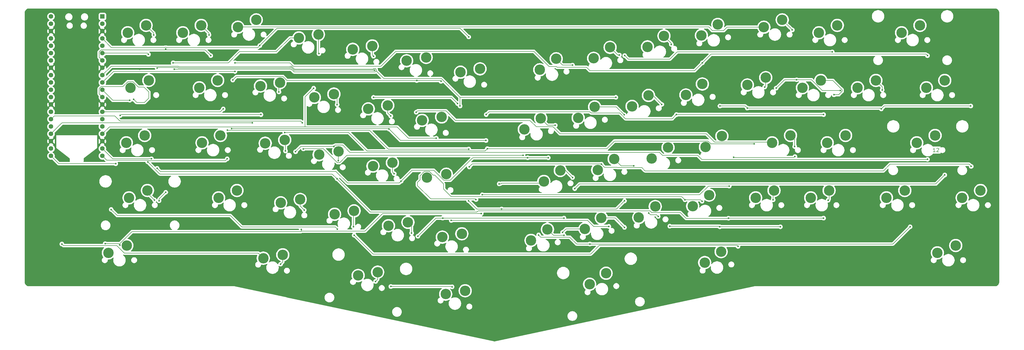
<source format=gbr>
%TF.GenerationSoftware,KiCad,Pcbnew,9.0.3*%
%TF.CreationDate,2025-08-01T16:02:48+05:00*%
%TF.ProjectId,Ayumu62,4179756d-7536-4322-9e6b-696361645f70,rev?*%
%TF.SameCoordinates,Original*%
%TF.FileFunction,Copper,L1,Top*%
%TF.FilePolarity,Positive*%
%FSLAX46Y46*%
G04 Gerber Fmt 4.6, Leading zero omitted, Abs format (unit mm)*
G04 Created by KiCad (PCBNEW 9.0.3) date 2025-08-01 16:02:48*
%MOMM*%
%LPD*%
G01*
G04 APERTURE LIST*
G04 Aperture macros list*
%AMRoundRect*
0 Rectangle with rounded corners*
0 $1 Rounding radius*
0 $2 $3 $4 $5 $6 $7 $8 $9 X,Y pos of 4 corners*
0 Add a 4 corners polygon primitive as box body*
4,1,4,$2,$3,$4,$5,$6,$7,$8,$9,$2,$3,0*
0 Add four circle primitives for the rounded corners*
1,1,$1+$1,$2,$3*
1,1,$1+$1,$4,$5*
1,1,$1+$1,$6,$7*
1,1,$1+$1,$8,$9*
0 Add four rect primitives between the rounded corners*
20,1,$1+$1,$2,$3,$4,$5,0*
20,1,$1+$1,$4,$5,$6,$7,0*
20,1,$1+$1,$6,$7,$8,$9,0*
20,1,$1+$1,$8,$9,$2,$3,0*%
%AMFreePoly0*
4,1,37,0.603843,0.796157,0.639018,0.796157,0.711114,0.766294,0.766294,0.711114,0.796157,0.639018,0.796157,0.603843,0.800000,0.600000,0.800000,-0.600000,0.796157,-0.603843,0.796157,-0.639018,0.766294,-0.711114,0.711114,-0.766294,0.639018,-0.796157,0.603843,-0.796157,0.600000,-0.800000,0.000000,-0.800000,0.000000,-0.796148,-0.078414,-0.796148,-0.232228,-0.765552,-0.377117,-0.705537,
-0.507515,-0.618408,-0.618408,-0.507515,-0.705537,-0.377117,-0.765552,-0.232228,-0.796148,-0.078414,-0.796148,0.078414,-0.765552,0.232228,-0.705537,0.377117,-0.618408,0.507515,-0.507515,0.618408,-0.377117,0.705537,-0.232228,0.765552,-0.078414,0.796148,0.000000,0.796148,0.000000,0.800000,0.600000,0.800000,0.603843,0.796157,0.603843,0.796157,$1*%
%AMFreePoly1*
4,1,37,0.000000,0.796148,0.078414,0.796148,0.232228,0.765552,0.377117,0.705537,0.507515,0.618408,0.618408,0.507515,0.705537,0.377117,0.765552,0.232228,0.796148,0.078414,0.796148,-0.078414,0.765552,-0.232228,0.705537,-0.377117,0.618408,-0.507515,0.507515,-0.618408,0.377117,-0.705537,0.232228,-0.765552,0.078414,-0.796148,0.000000,-0.796148,0.000000,-0.800000,-0.600000,-0.800000,
-0.603843,-0.796157,-0.639018,-0.796157,-0.711114,-0.766294,-0.766294,-0.711114,-0.796157,-0.639018,-0.796157,-0.603843,-0.800000,-0.600000,-0.800000,0.600000,-0.796157,0.603843,-0.796157,0.639018,-0.766294,0.711114,-0.711114,0.766294,-0.639018,0.796157,-0.603843,0.796157,-0.600000,0.800000,0.000000,0.800000,0.000000,0.796148,0.000000,0.796148,$1*%
G04 Aperture macros list end*
%ADD10C,0.158750*%
%TA.AperFunction,NonConductor*%
%ADD11C,0.158750*%
%TD*%
%TA.AperFunction,ComponentPad*%
%ADD12C,3.600000*%
%TD*%
%TA.AperFunction,ComponentPad*%
%ADD13C,3.800000*%
%TD*%
%TA.AperFunction,ComponentPad*%
%ADD14RoundRect,0.200000X0.600000X0.600000X-0.600000X0.600000X-0.600000X-0.600000X0.600000X-0.600000X0*%
%TD*%
%TA.AperFunction,ComponentPad*%
%ADD15C,1.600000*%
%TD*%
%TA.AperFunction,ComponentPad*%
%ADD16FreePoly0,180.000000*%
%TD*%
%TA.AperFunction,ComponentPad*%
%ADD17FreePoly1,180.000000*%
%TD*%
%TA.AperFunction,ViaPad*%
%ADD18C,0.600000*%
%TD*%
%TA.AperFunction,Conductor*%
%ADD19C,0.200000*%
%TD*%
G04 APERTURE END LIST*
D10*
D11*
X369646845Y-128124908D02*
X368921130Y-128124908D01*
X369283987Y-128124908D02*
X369283987Y-126854908D01*
X369283987Y-126854908D02*
X369163035Y-127036336D01*
X369163035Y-127036336D02*
X369042083Y-127157289D01*
X369042083Y-127157289D02*
X368921130Y-127217765D01*
X370130654Y-126975860D02*
X370191130Y-126915384D01*
X370191130Y-126915384D02*
X370312083Y-126854908D01*
X370312083Y-126854908D02*
X370614464Y-126854908D01*
X370614464Y-126854908D02*
X370735416Y-126915384D01*
X370735416Y-126915384D02*
X370795892Y-126975860D01*
X370795892Y-126975860D02*
X370856369Y-127096812D01*
X370856369Y-127096812D02*
X370856369Y-127217765D01*
X370856369Y-127217765D02*
X370795892Y-127399193D01*
X370795892Y-127399193D02*
X370070178Y-128124908D01*
X370070178Y-128124908D02*
X370856369Y-128124908D01*
D12*
%TO.P,SW61,1,1*%
%TO.N,Row5*%
X250089562Y-173969849D03*
%TO.P,SW61,2,2*%
%TO.N,Net-(D61-K)*%
X255772704Y-170165114D03*
%TD*%
%TO.P,SW5,1,1*%
%TO.N,Row1*%
X329407500Y-86905600D03*
%TO.P,SW5,2,2*%
%TO.N,Net-(D5-K)*%
X335757500Y-84365600D03*
%TD*%
%TO.P,SW38,1,1*%
%TO.N,Row3*%
X143244353Y-145784163D03*
%TO.P,SW38,2,2*%
%TO.N,Net-(D38-K)*%
X149983686Y-144619906D03*
%TD*%
%TO.P,SW46,1,1*%
%TO.N,Row4*%
X251482862Y-95771249D03*
%TO.P,SW46,2,2*%
%TO.N,Net-(D46-K)*%
X257166004Y-91966514D03*
%TD*%
%TO.P,SW48,1,1*%
%TO.N,Row4*%
X288750362Y-87849849D03*
%TO.P,SW48,2,2*%
%TO.N,Net-(D48-K)*%
X294433504Y-84045114D03*
%TD*%
%TO.P,SW56,1,1*%
%TO.N,Row5*%
X290149962Y-126503549D03*
%TO.P,SW56,2,2*%
%TO.N,Net-(D56-K)*%
X295833104Y-122698814D03*
%TD*%
%TO.P,SW26,1,1*%
%TO.N,Row2*%
X149536453Y-88694763D03*
%TO.P,SW26,2,2*%
%TO.N,Net-(D26-K)*%
X156275786Y-87530506D03*
%TD*%
D13*
%TO.P,H7,1,1*%
%TO.N,GND*%
X58190000Y-171170600D03*
%TD*%
D12*
%TO.P,SW42,1,1*%
%TO.N,Row4*%
X170029253Y-170953063D03*
%TO.P,SW42,2,2*%
%TO.N,Net-(D42-K)*%
X176768586Y-169788806D03*
%TD*%
%TO.P,SW31,1,1*%
%TO.N,Row3*%
X154892553Y-109308863D03*
%TO.P,SW31,2,2*%
%TO.N,Net-(D31-K)*%
X161631886Y-108144606D03*
%TD*%
D13*
%TO.P,H8,1,1*%
%TO.N,GND*%
X223231300Y-136145600D03*
%TD*%
D12*
%TO.P,SW7,1,1*%
%TO.N,Row1*%
X304642500Y-105003100D03*
%TO.P,SW7,2,2*%
%TO.N,Net-(D7-K)*%
X310992500Y-102463100D03*
%TD*%
%TO.P,SW58,1,1*%
%TO.N,Row5*%
X248458062Y-154841049D03*
%TO.P,SW58,2,2*%
%TO.N,Net-(D58-K)*%
X254141204Y-151036314D03*
%TD*%
%TO.P,SW39,1,1*%
%TO.N,Row3*%
X161878053Y-149744863D03*
%TO.P,SW39,2,2*%
%TO.N,Net-(D39-K)*%
X168617386Y-148580606D03*
%TD*%
%TO.P,SW17,1,1*%
%TO.N,Row2*%
X363221300Y-125005600D03*
%TO.P,SW17,2,2*%
%TO.N,Net-(D17-K)*%
X369571300Y-122465600D03*
%TD*%
%TO.P,SW51,1,1*%
%TO.N,Row4*%
X264760462Y-112424649D03*
%TO.P,SW51,2,2*%
%TO.N,Net-(D51-K)*%
X270443604Y-108619914D03*
%TD*%
%TO.P,SW12,1,1*%
%TO.N,Row1*%
X366555000Y-105955600D03*
%TO.P,SW12,2,2*%
%TO.N,Net-(D12-K)*%
X372905000Y-103415600D03*
%TD*%
%TO.P,SW47,1,1*%
%TO.N,Row4*%
X270116662Y-91810549D03*
%TO.P,SW47,2,2*%
%TO.N,Net-(D47-K)*%
X275799804Y-88005814D03*
%TD*%
%TO.P,SW40,1,1*%
%TO.N,Row3*%
X180511753Y-153705563D03*
%TO.P,SW40,2,2*%
%TO.N,Net-(D40-K)*%
X187251086Y-152541306D03*
%TD*%
%TO.P,SW24,1,1*%
%TO.N,Row2*%
X83662500Y-163105600D03*
%TO.P,SW24,2,2*%
%TO.N,Net-(D24-K)*%
X90012500Y-160565600D03*
%TD*%
%TO.P,SW57,1,1*%
%TO.N,Row5*%
X229824362Y-158801749D03*
%TO.P,SW57,2,2*%
%TO.N,Net-(D57-K)*%
X235507504Y-154997014D03*
%TD*%
%TO.P,SW52,1,1*%
%TO.N,Row4*%
X283394162Y-108463949D03*
%TO.P,SW52,2,2*%
%TO.N,Net-(D52-K)*%
X289077304Y-104659214D03*
%TD*%
%TO.P,SW3,1,1*%
%TO.N,Row1*%
X90330000Y-86905600D03*
%TO.P,SW3,2,2*%
%TO.N,Net-(D3-K)*%
X96680000Y-84365600D03*
%TD*%
%TO.P,SW30,1,1*%
%TO.N,Row3*%
X136258853Y-105348163D03*
%TO.P,SW30,2,2*%
%TO.N,Net-(D30-K)*%
X142998186Y-104183906D03*
%TD*%
%TO.P,SW45,1,1*%
%TO.N,Row4*%
X232849162Y-99732049D03*
%TO.P,SW45,2,2*%
%TO.N,Net-(D45-K)*%
X238532304Y-95927314D03*
%TD*%
%TO.P,SW20,1,1*%
%TO.N,Row2*%
X307500000Y-144055600D03*
%TO.P,SW20,2,2*%
%TO.N,Net-(D20-K)*%
X313850000Y-141515600D03*
%TD*%
%TO.P,SW55,1,1*%
%TO.N,Row4*%
X271516262Y-130464249D03*
%TO.P,SW55,2,2*%
%TO.N,Net-(D55-K)*%
X277199404Y-126659514D03*
%TD*%
%TO.P,SW37,1,1*%
%TO.N,Row3*%
X193789353Y-137052263D03*
%TO.P,SW37,2,2*%
%TO.N,Net-(D37-K)*%
X200528686Y-135888006D03*
%TD*%
%TO.P,SW50,1,1*%
%TO.N,Row4*%
X246126762Y-116385349D03*
%TO.P,SW50,2,2*%
%TO.N,Net-(D50-K)*%
X251809904Y-112580614D03*
%TD*%
D13*
%TO.P,H6,1,1*%
%TO.N,GND*%
X57190000Y-81015600D03*
%TD*%
D12*
%TO.P,SW34,1,1*%
%TO.N,Row3*%
X137888253Y-125170063D03*
%TO.P,SW34,2,2*%
%TO.N,Net-(D34-K)*%
X144627586Y-124005806D03*
%TD*%
%TO.P,SW10,1,1*%
%TO.N,Row1*%
X323692500Y-105955600D03*
%TO.P,SW10,2,2*%
%TO.N,Net-(D10-K)*%
X330042500Y-103415600D03*
%TD*%
%TO.P,SW8,1,1*%
%TO.N,Row1*%
X91282500Y-105955600D03*
%TO.P,SW8,2,2*%
%TO.N,Net-(D8-K)*%
X97632500Y-103415600D03*
%TD*%
%TO.P,SW13,1,1*%
%TO.N,Row1*%
X89853800Y-125005600D03*
%TO.P,SW13,2,2*%
%TO.N,Net-(D13-K)*%
X96203800Y-122465600D03*
%TD*%
%TO.P,SW1,1,1*%
%TO.N,Row1*%
X128430000Y-85000600D03*
%TO.P,SW1,2,2*%
%TO.N,Net-(D1-K)*%
X134780000Y-82460600D03*
%TD*%
%TO.P,SW21,1,1*%
%TO.N,Row2*%
X326550000Y-144055600D03*
%TO.P,SW21,2,2*%
%TO.N,Net-(D21-K)*%
X332900000Y-141515600D03*
%TD*%
%TO.P,SW29,1,1*%
%TO.N,Row3*%
X205437553Y-100576963D03*
%TO.P,SW29,2,2*%
%TO.N,Net-(D29-K)*%
X212176886Y-99412706D03*
%TD*%
%TO.P,SW11,1,1*%
%TO.N,Row1*%
X342742500Y-105955600D03*
%TO.P,SW11,2,2*%
%TO.N,Net-(D11-K)*%
X349092500Y-103415600D03*
%TD*%
%TO.P,SW44,1,1*%
%TO.N,Row4*%
X137222253Y-164953463D03*
%TO.P,SW44,2,2*%
%TO.N,Net-(D44-K)*%
X143961586Y-163789206D03*
%TD*%
%TO.P,SW2,1,1*%
%TO.N,Row1*%
X310357500Y-85000600D03*
%TO.P,SW2,2,2*%
%TO.N,Net-(D2-K)*%
X316707500Y-82460600D03*
%TD*%
%TO.P,SW14,1,1*%
%TO.N,Row1*%
X116047500Y-125005600D03*
%TO.P,SW14,2,2*%
%TO.N,Net-(D14-K)*%
X122397500Y-122465600D03*
%TD*%
%TO.P,SW9,1,1*%
%TO.N,Row1*%
X115095000Y-105955600D03*
%TO.P,SW9,2,2*%
%TO.N,Net-(D9-K)*%
X121445000Y-103415600D03*
%TD*%
%TO.P,SW60,1,1*%
%TO.N,Row5*%
X285725562Y-146919549D03*
%TO.P,SW60,2,2*%
%TO.N,Net-(D60-K)*%
X291408704Y-143114814D03*
%TD*%
%TO.P,SW27,1,1*%
%TO.N,Row2*%
X168170153Y-92655563D03*
%TO.P,SW27,2,2*%
%TO.N,Net-(D27-K)*%
X174909486Y-91491306D03*
%TD*%
%TO.P,SW62,1,1*%
%TO.N,Row5*%
X289884262Y-166484949D03*
%TO.P,SW62,2,2*%
%TO.N,Net-(D62-K)*%
X295567404Y-162680214D03*
%TD*%
%TO.P,SW49,1,1*%
%TO.N,Row4*%
X227493062Y-120346049D03*
%TO.P,SW49,2,2*%
%TO.N,Net-(D49-K)*%
X233176204Y-116541314D03*
%TD*%
%TO.P,SW28,1,1*%
%TO.N,Row2*%
X186803853Y-96616263D03*
%TO.P,SW28,2,2*%
%TO.N,Net-(D28-K)*%
X193543186Y-95452006D03*
%TD*%
D13*
%TO.P,H10,1,1*%
%TO.N,GND*%
X389272500Y-172170600D03*
%TD*%
D12*
%TO.P,SW33,1,1*%
%TO.N,Row3*%
X192159953Y-117230263D03*
%TO.P,SW33,2,2*%
%TO.N,Net-(D33-K)*%
X198899286Y-116066006D03*
%TD*%
%TO.P,SW32,1,1*%
%TO.N,Row3*%
X173526253Y-113269563D03*
%TO.P,SW32,2,2*%
%TO.N,Net-(D32-K)*%
X180265586Y-112105306D03*
%TD*%
%TO.P,SW19,1,1*%
%TO.N,Row2*%
X121762500Y-144055600D03*
%TO.P,SW19,2,2*%
%TO.N,Net-(D19-K)*%
X128112500Y-141515600D03*
%TD*%
%TO.P,SW22,1,1*%
%TO.N,Row2*%
X352743800Y-144055600D03*
%TO.P,SW22,2,2*%
%TO.N,Net-(D22-K)*%
X359093800Y-141515600D03*
%TD*%
%TO.P,SW41,1,1*%
%TO.N,Row3*%
X199145553Y-157666263D03*
%TO.P,SW41,2,2*%
%TO.N,Net-(D41-K)*%
X205884886Y-156502006D03*
%TD*%
%TO.P,SW4,1,1*%
%TO.N,Row1*%
X109380000Y-86905600D03*
%TO.P,SW4,2,2*%
%TO.N,Net-(D4-K)*%
X115730000Y-84365600D03*
%TD*%
%TO.P,SW23,1,1*%
%TO.N,Row2*%
X378937500Y-144055600D03*
%TO.P,SW23,2,2*%
%TO.N,Net-(D23-K)*%
X385287500Y-141515600D03*
%TD*%
%TO.P,SW36,1,1*%
%TO.N,Row3*%
X175155653Y-133091563D03*
%TO.P,SW36,2,2*%
%TO.N,Net-(D36-K)*%
X181894986Y-131927306D03*
%TD*%
%TO.P,SW35,1,1*%
%TO.N,Row3*%
X156521953Y-129130763D03*
%TO.P,SW35,2,2*%
%TO.N,Net-(D35-K)*%
X163261286Y-127966506D03*
%TD*%
%TO.P,SW6,1,1*%
%TO.N,Row1*%
X357982500Y-86905600D03*
%TO.P,SW6,2,2*%
%TO.N,Net-(D6-K)*%
X364332500Y-84365600D03*
%TD*%
%TO.P,SW54,1,1*%
%TO.N,Row4*%
X252882562Y-134424949D03*
%TO.P,SW54,2,2*%
%TO.N,Net-(D54-K)*%
X258565704Y-130620214D03*
%TD*%
D13*
%TO.P,H9,1,1*%
%TO.N,GND*%
X389272500Y-81015600D03*
%TD*%
D12*
%TO.P,SW16,1,1*%
%TO.N,Row2*%
X332265000Y-125005600D03*
%TO.P,SW16,2,2*%
%TO.N,Net-(D16-K)*%
X338615000Y-122465600D03*
%TD*%
%TO.P,SW43,1,1*%
%TO.N,Row4*%
X200309053Y-177389263D03*
%TO.P,SW43,2,2*%
%TO.N,Net-(D43-K)*%
X207048386Y-176225006D03*
%TD*%
%TO.P,SW25,1,1*%
%TO.N,Row2*%
X370365000Y-163105600D03*
%TO.P,SW25,2,2*%
%TO.N,Net-(D25-K)*%
X376715000Y-160565600D03*
%TD*%
%TO.P,SW15,1,1*%
%TO.N,Row2*%
X313215000Y-125005600D03*
%TO.P,SW15,2,2*%
%TO.N,Net-(D15-K)*%
X319565000Y-122465600D03*
%TD*%
%TO.P,SW59,1,1*%
%TO.N,Row5*%
X267091762Y-150880249D03*
%TO.P,SW59,2,2*%
%TO.N,Net-(D59-K)*%
X272774904Y-147075514D03*
%TD*%
%TO.P,SW18,1,1*%
%TO.N,Row2*%
X90806300Y-144055600D03*
%TO.P,SW18,2,2*%
%TO.N,Net-(D18-K)*%
X97156300Y-141515600D03*
%TD*%
%TO.P,SW53,1,1*%
%TO.N,Row4*%
X234248862Y-138385649D03*
%TO.P,SW53,2,2*%
%TO.N,Net-(D53-K)*%
X239932004Y-134580914D03*
%TD*%
D14*
%TO.P,A1,1,GPIO0*%
%TO.N,unconnected-(A1-GPIO0-Pad1)*%
X81580000Y-81298100D03*
D15*
%TO.P,A1,2,GPIO1*%
%TO.N,Col1*%
X81580000Y-83838100D03*
D16*
%TO.P,A1,3,GND*%
%TO.N,GND*%
X81580000Y-86378100D03*
D15*
%TO.P,A1,4,GPIO2*%
%TO.N,Col2*%
X81580000Y-88918100D03*
%TO.P,A1,5,GPIO3*%
%TO.N,Col3*%
X81580000Y-91458100D03*
%TO.P,A1,6,GPIO4*%
%TO.N,Col4*%
X81580000Y-93998100D03*
%TO.P,A1,7,GPIO5*%
%TO.N,Col5*%
X81580000Y-96538100D03*
D16*
%TO.P,A1,8,GND*%
%TO.N,GND*%
X81580000Y-99078100D03*
D15*
%TO.P,A1,9,GPIO6*%
%TO.N,Col6*%
X81580000Y-101618100D03*
%TO.P,A1,10,GPIO7*%
%TO.N,Col7*%
X81580000Y-104158100D03*
%TO.P,A1,11,GPIO8*%
%TO.N,Col8*%
X81580000Y-106698100D03*
%TO.P,A1,12,GPIO9*%
%TO.N,Col9*%
X81580000Y-109238100D03*
D16*
%TO.P,A1,13,GND*%
%TO.N,GND*%
X81580000Y-111778100D03*
D15*
%TO.P,A1,14,GPIO10*%
%TO.N,Col10*%
X81580000Y-114318100D03*
%TO.P,A1,15,GPIO11*%
%TO.N,Col11*%
X81580000Y-116858100D03*
%TO.P,A1,16,GPIO12*%
%TO.N,Col12*%
X81580000Y-119398100D03*
%TO.P,A1,17,GPIO13*%
%TO.N,Col13*%
X81580000Y-121938100D03*
D16*
%TO.P,A1,18,GND*%
%TO.N,GND*%
X81580000Y-124478100D03*
D15*
%TO.P,A1,19,GPIO14*%
%TO.N,Col14*%
X81580000Y-127018100D03*
%TO.P,A1,20,GPIO15*%
%TO.N,Col15*%
X81580000Y-129558100D03*
%TO.P,A1,21,GPIO16*%
%TO.N,Row1*%
X63800000Y-129558100D03*
%TO.P,A1,22,GPIO17*%
%TO.N,Row2*%
X63800000Y-127018100D03*
D17*
%TO.P,A1,23,GND*%
%TO.N,GND*%
X63800000Y-124478100D03*
D15*
%TO.P,A1,24,GPIO18*%
%TO.N,Row3*%
X63800000Y-121938100D03*
%TO.P,A1,25,GPIO19*%
%TO.N,Row4*%
X63800000Y-119398100D03*
%TO.P,A1,26,GPIO20*%
%TO.N,Row5*%
X63800000Y-116858100D03*
%TO.P,A1,27,GPIO21*%
%TO.N,unconnected-(A1-GPIO21-Pad27)*%
X63800000Y-114318100D03*
D17*
%TO.P,A1,28,GND*%
%TO.N,GND*%
X63800000Y-111778100D03*
D15*
%TO.P,A1,29,GPIO22*%
%TO.N,unconnected-(A1-GPIO22-Pad29)*%
X63800000Y-109238100D03*
%TO.P,A1,30,RUN*%
%TO.N,unconnected-(A1-RUN-Pad30)*%
X63800000Y-106698100D03*
%TO.P,A1,31,GPIO26_ADC0*%
%TO.N,unconnected-(A1-GPIO26_ADC0-Pad31)*%
X63800000Y-104158100D03*
%TO.P,A1,32,GPIO27_ADC1*%
%TO.N,unconnected-(A1-GPIO27_ADC1-Pad32)*%
X63800000Y-101618100D03*
D17*
%TO.P,A1,33,AGND*%
%TO.N,GND*%
X63800000Y-99078100D03*
D15*
%TO.P,A1,34,GPIO28_ADC2*%
%TO.N,unconnected-(A1-GPIO28_ADC2-Pad34)*%
X63800000Y-96538100D03*
%TO.P,A1,35,ADC_VREF*%
%TO.N,unconnected-(A1-ADC_VREF-Pad35)*%
X63800000Y-93998100D03*
%TO.P,A1,36,3V3*%
%TO.N,unconnected-(A1-3V3-Pad36)*%
X63800000Y-91458100D03*
%TO.P,A1,37,3V3_EN*%
%TO.N,unconnected-(A1-3V3_EN-Pad37)*%
X63800000Y-88918100D03*
D17*
%TO.P,A1,38,GND*%
%TO.N,GND*%
X63800000Y-86378100D03*
D15*
%TO.P,A1,39,VSYS*%
%TO.N,unconnected-(A1-VSYS-Pad39)*%
X63800000Y-83838100D03*
%TO.P,A1,40,VBUS*%
%TO.N,unconnected-(A1-VBUS-Pad40)*%
X63800000Y-81298100D03*
%TD*%
D18*
%TO.N,Net-(D2-K)*%
X320178500Y-85929500D03*
%TO.N,Col2*%
X299943800Y-130041300D03*
X321095300Y-129797900D03*
X181357200Y-174743700D03*
X136007300Y-91352900D03*
X212947000Y-143003000D03*
X202526100Y-174874900D03*
X208265600Y-88366000D03*
X298339200Y-140010600D03*
%TO.N,Col3*%
X144637100Y-121446300D03*
X87714100Y-115579800D03*
X314614200Y-106075600D03*
X136416800Y-115248100D03*
X321669500Y-103187200D03*
X307057700Y-125403900D03*
X336834600Y-106918400D03*
X214699300Y-127039000D03*
%TO.N,Net-(D3-K)*%
X99340800Y-87663100D03*
%TO.N,Col4*%
X148391600Y-128097000D03*
X366931700Y-130735800D03*
X161662300Y-126260700D03*
X97498200Y-94398100D03*
%TO.N,Net-(D4-K)*%
X118454600Y-87663100D03*
%TO.N,Col5*%
X214253000Y-124208800D03*
X119056400Y-94829600D03*
X103486100Y-92499500D03*
X180708800Y-120239000D03*
X126253600Y-120107700D03*
X103486100Y-142130200D03*
X101158100Y-145060400D03*
%TO.N,Col6*%
X202229900Y-151887600D03*
X106479800Y-99518500D03*
X256730800Y-153949700D03*
X259158500Y-109274300D03*
X262213700Y-94822800D03*
X205271900Y-112261200D03*
X334001000Y-93540100D03*
%TO.N,Net-(D7-K)*%
X310631100Y-105692300D03*
%TO.N,Col7*%
X316038800Y-154077800D03*
X127435700Y-100313600D03*
X127435700Y-97326700D03*
X289095500Y-97326700D03*
X277802400Y-153886900D03*
X366931700Y-94829600D03*
X295082900Y-154077800D03*
%TO.N,Col8*%
X298108300Y-151122600D03*
X91029600Y-110295300D03*
X97260100Y-131630100D03*
X331007300Y-151090900D03*
X162722300Y-137464700D03*
%TO.N,Col9*%
X228645200Y-130182600D03*
X100494000Y-133834600D03*
X184883400Y-138302300D03*
X360944300Y-154077800D03*
X250162600Y-160066400D03*
X92344700Y-109947100D03*
X235810700Y-130182600D03*
X232435000Y-156909700D03*
%TO.N,Col10*%
X382070200Y-133169500D03*
X123377100Y-113290600D03*
X124815500Y-120586900D03*
X254148100Y-132410400D03*
X208266000Y-127193700D03*
X208459700Y-133363700D03*
%TO.N,Net-(D10-K)*%
X334602700Y-108371200D03*
%TO.N,Col11*%
X212590000Y-149515637D03*
X331007300Y-115248100D03*
X150356100Y-154998500D03*
X214304700Y-115246800D03*
X82530200Y-159926200D03*
X87623500Y-160411600D03*
X280114400Y-115248100D03*
%TO.N,Net-(D11-K)*%
X351282400Y-106713300D03*
%TO.N,Col12*%
X168654200Y-156999600D03*
X84600500Y-148104000D03*
X295153000Y-112261200D03*
X301400100Y-160855700D03*
X162839200Y-154883800D03*
X304629300Y-112992800D03*
X381900200Y-112261200D03*
X350961500Y-113290600D03*
%TO.N,Col13*%
X197059900Y-123412100D03*
X372919100Y-136156400D03*
X244940900Y-140873000D03*
X241196300Y-151090900D03*
X190675500Y-157351200D03*
X199284500Y-151090900D03*
X154650700Y-106111600D03*
%TO.N,Col14*%
X175334900Y-109274300D03*
X219640400Y-147957800D03*
X98543200Y-130549200D03*
X208237700Y-145089300D03*
X100492400Y-99118500D03*
X262152200Y-145117100D03*
X175708000Y-99910200D03*
X204439400Y-111430400D03*
%TO.N,Net-(D15-K)*%
X321001800Y-126308600D03*
%TO.N,Col15*%
X198686500Y-103734900D03*
X210789700Y-144651000D03*
X190303400Y-103468400D03*
X124736900Y-130550800D03*
X288972500Y-145234000D03*
X126668400Y-103300500D03*
X283050600Y-144731600D03*
%TO.N,Net-(D18-K)*%
X99578900Y-144813300D03*
%TO.N,Net-(D20-K)*%
X313556700Y-144745000D03*
%TO.N,Net-(D21-K)*%
X332570300Y-144896600D03*
%TO.N,Net-(D26-K)*%
X156474600Y-94152400D03*
%TO.N,Net-(D27-K)*%
X175334900Y-95057000D03*
%TO.N,Net-(D30-K)*%
X142629000Y-107396900D03*
%TO.N,Net-(D31-K)*%
X162759300Y-111806900D03*
%TO.N,Net-(D32-K)*%
X181322300Y-115753200D03*
%TO.N,Net-(D34-K)*%
X144911900Y-127855900D03*
%TO.N,Net-(D35-K)*%
X163169200Y-131250800D03*
%TO.N,Net-(D36-K)*%
X182508700Y-135702400D03*
%TO.N,Net-(D38-K)*%
X151385300Y-148304400D03*
%TO.N,Net-(D39-K)*%
X168385700Y-154077800D03*
%TO.N,Net-(D40-K)*%
X188510000Y-156242300D03*
%TO.N,Net-(D42-K)*%
X176063500Y-173008900D03*
%TO.N,Net-(D44-K)*%
X143207100Y-167014300D03*
%TO.N,Net-(D45-K)*%
X244190000Y-98121900D03*
%TO.N,Net-(D46-K)*%
X260383500Y-94638900D03*
%TO.N,Net-(D47-K)*%
X278325500Y-90983600D03*
%TO.N,Net-(D49-K)*%
X238202600Y-118950100D03*
%TO.N,Net-(D50-K)*%
X262024700Y-115330300D03*
%TO.N,Net-(D51-K)*%
X275051500Y-111732200D03*
%TO.N,Net-(D53-K)*%
X244190000Y-137012400D03*
%TO.N,Net-(D54-K)*%
X265375700Y-132981800D03*
%TO.N,Net-(D57-K)*%
X241199100Y-157040200D03*
%TO.N,Net-(D58-K)*%
X262152200Y-154285200D03*
%TO.N,Net-(D59-K)*%
X270506500Y-149367400D03*
X273807600Y-150492600D03*
%TO.N,Row1*%
X86197300Y-132241100D03*
%TO.N,Row2*%
X190110500Y-114433000D03*
X106058500Y-97326700D03*
%TO.N,Row3*%
X133423100Y-118121000D03*
%TO.N,Row4*%
X67561700Y-160051600D03*
X218790000Y-139215637D03*
%TO.N,Row5*%
X151094600Y-127117900D03*
X150722500Y-118073800D03*
X227090000Y-129315637D03*
X240743600Y-156009600D03*
%TO.N,GND*%
X305690000Y-110115637D03*
X384590000Y-157815637D03*
X92490000Y-112315637D03*
X206990000Y-130615637D03*
X295390000Y-145415637D03*
X110290000Y-121515637D03*
X381190000Y-152715637D03*
X263090000Y-126515637D03*
X100890000Y-106115637D03*
X286490000Y-133215637D03*
X225590000Y-146715637D03*
X227290000Y-125215637D03*
X202390000Y-132015637D03*
X260390000Y-154315637D03*
X125572500Y-139345600D03*
X135097500Y-139115637D03*
X281290000Y-152315637D03*
X231268152Y-162174917D03*
X215690000Y-131215637D03*
X206490000Y-106815637D03*
X283190000Y-140815637D03*
X190990000Y-144659239D03*
X283290000Y-131015637D03*
X288690000Y-152615637D03*
X300190000Y-144115637D03*
X107490000Y-142315637D03*
X199990000Y-89215637D03*
X223090000Y-145115637D03*
X299090000Y-157215637D03*
X232190000Y-166115637D03*
X242690000Y-153115637D03*
X250690000Y-151015637D03*
X267990000Y-137315637D03*
X225190000Y-149515637D03*
X250090000Y-124115637D03*
X283790000Y-127215637D03*
X217890000Y-89315637D03*
X178690000Y-142115637D03*
X240890000Y-119815637D03*
X263390000Y-158115637D03*
X388462500Y-165645600D03*
X82790000Y-134215637D03*
X220590000Y-111615637D03*
X209790000Y-148015637D03*
X177214930Y-130715637D03*
X94490000Y-99515637D03*
X237690000Y-162215637D03*
X107090000Y-128015637D03*
X243390000Y-88415637D03*
X279390000Y-146015637D03*
X93890000Y-103215637D03*
X112590000Y-140215637D03*
X215990000Y-154615637D03*
X76995050Y-137070600D03*
X298390000Y-133115637D03*
X222990000Y-131215637D03*
X216090000Y-145515637D03*
X287090000Y-137715637D03*
X239890000Y-115515637D03*
X216758320Y-160683061D03*
X289990000Y-157515637D03*
X234890000Y-150015637D03*
X219690000Y-124015637D03*
X92190000Y-136515637D03*
X218290000Y-115815637D03*
X222890000Y-161615637D03*
X209390000Y-153815637D03*
X107305587Y-133083976D03*
X210190000Y-112615637D03*
X109690000Y-116415637D03*
X174744541Y-125863056D03*
X82790000Y-143115637D03*
X108990000Y-109515637D03*
X189490000Y-130815637D03*
X206590000Y-146415637D03*
X228634204Y-155715637D03*
X160190000Y-127515637D03*
X206890000Y-134715637D03*
X171990000Y-140115637D03*
X281390000Y-157615637D03*
X216690000Y-136515637D03*
%TD*%
D19*
%TO.N,Net-(D2-K)*%
X320178500Y-85929500D02*
X319510900Y-85261900D01*
X319510900Y-85261900D02*
X319510900Y-85261800D01*
X319508700Y-85261800D02*
X316707500Y-82460600D01*
X319510900Y-85261800D02*
X319508700Y-85261800D01*
%TO.N,Col2*%
X103890200Y-92052700D02*
X103735300Y-91897800D01*
X181357200Y-174743700D02*
X202394900Y-174743700D01*
X299943800Y-130041300D02*
X300024000Y-130121500D01*
X205313900Y-85414300D02*
X208265600Y-88366000D01*
X300024000Y-130121500D02*
X320771700Y-130121500D01*
X141945900Y-85414300D02*
X205313900Y-85414300D01*
X135307500Y-92052700D02*
X103890200Y-92052700D01*
X320771700Y-130121500D02*
X321095300Y-129797900D01*
X84714600Y-92052700D02*
X81580000Y-88918100D01*
X298339200Y-140010600D02*
X291142700Y-140010600D01*
X136007300Y-91352900D02*
X141945900Y-85414300D01*
X288150300Y-143003000D02*
X212947000Y-143003000D01*
X291142700Y-140010600D02*
X288150300Y-143003000D01*
X103082100Y-92052700D02*
X84714600Y-92052700D01*
X103237000Y-91897800D02*
X103082100Y-92052700D01*
X103735300Y-91897800D02*
X103237000Y-91897800D01*
X136007300Y-91352900D02*
X135307500Y-92052700D01*
X202394900Y-174743700D02*
X202526100Y-174874900D01*
%TO.N,Col3*%
X326841900Y-103187200D02*
X330573100Y-106918400D01*
X291020600Y-124401800D02*
X258653300Y-124401800D01*
X256016100Y-127039000D02*
X214699300Y-127039000D01*
X214699300Y-127039000D02*
X213941600Y-127796700D01*
X321669500Y-103187200D02*
X317502600Y-103187200D01*
X136416800Y-115248100D02*
X88045800Y-115248100D01*
X317502600Y-103187200D02*
X314614200Y-106075600D01*
X213941600Y-127796700D02*
X173096400Y-127796700D01*
X321669500Y-103187200D02*
X326841900Y-103187200D01*
X292022700Y-125403900D02*
X291020600Y-124401800D01*
X258653300Y-124401800D02*
X256016100Y-127039000D01*
X307057700Y-125403900D02*
X292022700Y-125403900D01*
X166746000Y-121446300D02*
X144637100Y-121446300D01*
X173096400Y-127796700D02*
X166746000Y-121446300D01*
X330573100Y-106918400D02*
X336834600Y-106918400D01*
X88045800Y-115248100D02*
X87714100Y-115579800D01*
%TO.N,Net-(D3-K)*%
X99340800Y-87663100D02*
X99340800Y-87026400D01*
X99340800Y-87026400D02*
X96680000Y-84365600D01*
%TO.N,Col4*%
X150227900Y-126260700D02*
X161662300Y-126260700D01*
X167187100Y-128332500D02*
X274246200Y-128332500D01*
X148391600Y-128097000D02*
X150227900Y-126260700D01*
X275244300Y-129330600D02*
X287423200Y-129330600D01*
X164685100Y-125830500D02*
X167187100Y-128332500D01*
X81580000Y-93998100D02*
X97098200Y-93998100D01*
X287423200Y-129330600D02*
X288881000Y-130788400D01*
X97098200Y-93998100D02*
X97498200Y-94398100D01*
X162092500Y-125830500D02*
X164685100Y-125830500D01*
X161662300Y-126260700D02*
X162092500Y-125830500D01*
X288881000Y-130788400D02*
X366879100Y-130788400D01*
X274246200Y-128332500D02*
X275244300Y-129330600D01*
X366879100Y-130788400D02*
X366931700Y-130735800D01*
%TO.N,Net-(D4-K)*%
X115730000Y-84365600D02*
X118454600Y-87090200D01*
X118454600Y-87090200D02*
X118454600Y-87663100D01*
%TO.N,Col5*%
X103486100Y-92862900D02*
X103486100Y-92499500D01*
X117089700Y-92862900D02*
X103486100Y-92862900D01*
X101158100Y-144458200D02*
X101158100Y-145060400D01*
X180708800Y-120239000D02*
X180577500Y-120107700D01*
X119056400Y-94829600D02*
X117089700Y-92862900D01*
X180577500Y-120107700D02*
X126253600Y-120107700D01*
X81157200Y-92862900D02*
X103486100Y-92862900D01*
X80478300Y-95436400D02*
X80478300Y-93541800D01*
X80478300Y-93541800D02*
X81157200Y-92862900D01*
X103486100Y-142130200D02*
X101158100Y-144458200D01*
X214253000Y-124208800D02*
X184678600Y-124208800D01*
X81580000Y-96538100D02*
X80478300Y-95436400D01*
X184678600Y-124208800D02*
X180708800Y-120239000D01*
%TO.N,Col6*%
X146737000Y-99518500D02*
X146737000Y-99518400D01*
X148034400Y-99508500D02*
X147020100Y-98494200D01*
X334001000Y-93540100D02*
X280332900Y-93540100D01*
X198778700Y-102781100D02*
X178931400Y-102781100D01*
X205271900Y-109274300D02*
X198778700Y-102781100D01*
X175957200Y-100511900D02*
X176309700Y-100159400D01*
X147901800Y-100511900D02*
X175957200Y-100511900D01*
X147020100Y-98494200D02*
X146625200Y-98494200D01*
X108010500Y-98715000D02*
X107810500Y-98515000D01*
X84683100Y-98515000D02*
X81580000Y-101618100D01*
X249373700Y-151887600D02*
X202229900Y-151887600D01*
X175258900Y-99508500D02*
X148034400Y-99508500D01*
X146404400Y-98715000D02*
X108010500Y-98715000D01*
X175458900Y-99308500D02*
X175258900Y-99508500D01*
X176309700Y-100159400D02*
X176309700Y-99661000D01*
X256730800Y-153949700D02*
X251435800Y-153949700D01*
X205271900Y-112261200D02*
X205271900Y-109274300D01*
X176309700Y-99661000D02*
X175957200Y-99308500D01*
X106479800Y-99518500D02*
X146737000Y-99518500D01*
X146822600Y-99432800D02*
X146822700Y-99432800D01*
X175957200Y-99308500D02*
X175458900Y-99308500D01*
X263493300Y-96102400D02*
X262213700Y-94822800D01*
X146625200Y-98494200D02*
X146404400Y-98715000D01*
X280332900Y-93540100D02*
X277770600Y-96102400D01*
X178931400Y-102781100D02*
X176309700Y-100159400D01*
X107810500Y-98515000D02*
X84683100Y-98515000D01*
X251435800Y-153949700D02*
X249373700Y-151887600D01*
X146822700Y-99432800D02*
X147901800Y-100511900D01*
X259158500Y-109274300D02*
X205271900Y-109274300D01*
X277770600Y-96102400D02*
X263493300Y-96102400D01*
X146737000Y-99518400D02*
X146822600Y-99432800D01*
%TO.N,Net-(D7-K)*%
X310992500Y-105330900D02*
X310631100Y-105692300D01*
X310992500Y-102463100D02*
X310992500Y-105330900D01*
%TO.N,Col7*%
X230779200Y-93336900D02*
X183047400Y-93336900D01*
X289095500Y-97326700D02*
X292088300Y-94333900D01*
X177888600Y-98495700D02*
X147589600Y-98495700D01*
X292088300Y-94333900D02*
X366436000Y-94333900D01*
X147589600Y-98495700D02*
X146420600Y-97326700D01*
X289095500Y-97326700D02*
X286351700Y-100070500D01*
X277802400Y-153886900D02*
X294892000Y-153886900D01*
X236060600Y-98618300D02*
X230779200Y-93336900D01*
X183047400Y-93336900D02*
X177888600Y-98495700D01*
X250228300Y-100070500D02*
X249056900Y-98899100D01*
X146420600Y-97326700D02*
X127435700Y-97326700D01*
X238586900Y-98618300D02*
X236060600Y-98618300D01*
X366436000Y-94333900D02*
X366931700Y-94829600D01*
X249056900Y-98899100D02*
X238867700Y-98899100D01*
X127435700Y-100313600D02*
X85424500Y-100313600D01*
X295082900Y-154077800D02*
X316038800Y-154077800D01*
X294892000Y-153886900D02*
X295082900Y-154077800D01*
X238867700Y-98899100D02*
X238586900Y-98618300D01*
X85424500Y-100313600D02*
X81580000Y-104158100D01*
X286351700Y-100070500D02*
X250228300Y-100070500D01*
%TO.N,Col8*%
X281464200Y-149178800D02*
X271559400Y-149178800D01*
X91029600Y-110295300D02*
X85177200Y-110295300D01*
X298140000Y-151090900D02*
X298108300Y-151122600D01*
X270954400Y-148573800D02*
X211548400Y-148573800D01*
X101455000Y-135825000D02*
X97260100Y-131630100D01*
X298108300Y-151122600D02*
X298042500Y-151188400D01*
X298042500Y-151188400D02*
X283473800Y-151188400D01*
X211106563Y-149015637D02*
X174273237Y-149015637D01*
X85177200Y-110295300D02*
X81580000Y-106698100D01*
X174273237Y-149015637D02*
X162722300Y-137464700D01*
X211548400Y-148573800D02*
X211106563Y-149015637D01*
X161082600Y-135825000D02*
X101455000Y-135825000D01*
X331007300Y-151090900D02*
X298140000Y-151090900D01*
X162722300Y-137464700D02*
X161082600Y-135825000D01*
X283473800Y-151188400D02*
X281464200Y-149178800D01*
X271559400Y-149178800D02*
X270954400Y-148573800D01*
%TO.N,Col9*%
X199658200Y-137989700D02*
X196217400Y-134548900D01*
X81123700Y-105596400D02*
X80478300Y-106241800D01*
X209674200Y-130182600D02*
X201867100Y-137989700D01*
X101635400Y-134976000D02*
X100494000Y-133834600D01*
X162108800Y-134976000D02*
X101635400Y-134976000D01*
X188636800Y-134548900D02*
X184883400Y-138302300D01*
X92344700Y-109947100D02*
X93444900Y-111047300D01*
X80478300Y-108136400D02*
X81580000Y-109238100D01*
X162252300Y-134832500D02*
X162108800Y-134976000D01*
X201867100Y-137989700D02*
X199658200Y-137989700D01*
X88669500Y-105596400D02*
X81123700Y-105596400D01*
X228645200Y-130182600D02*
X209674200Y-130182600D01*
X250162600Y-160066400D02*
X245591300Y-160066400D01*
X228645200Y-130182600D02*
X235810700Y-130182600D01*
X97644200Y-107438600D02*
X95941900Y-105736300D01*
X96149500Y-111047300D02*
X97644200Y-109552600D01*
X92153100Y-103853900D02*
X90412000Y-103853900D01*
X90412000Y-103853900D02*
X88669500Y-105596400D01*
X360944300Y-154077800D02*
X354955700Y-160066400D01*
X97644200Y-109552600D02*
X97644200Y-107438600D01*
X80478300Y-106241800D02*
X80478300Y-108136400D01*
X166372300Y-138952500D02*
X162252300Y-134832500D01*
X243209700Y-157684800D02*
X233210100Y-157684800D01*
X93444900Y-111047300D02*
X96149500Y-111047300D01*
X245591300Y-160066400D02*
X243209700Y-157684800D01*
X162252300Y-134832500D02*
X162108800Y-134976000D01*
X354955700Y-160066400D02*
X250162600Y-160066400D01*
X233210100Y-157684800D02*
X232435000Y-156909700D01*
X196217400Y-134548900D02*
X188636800Y-134548900D01*
X94035400Y-105736300D02*
X94035400Y-105736200D01*
X184233200Y-138952500D02*
X166372300Y-138952500D01*
X94035400Y-105736200D02*
X92153100Y-103853900D01*
X184883400Y-138302300D02*
X184233200Y-138952500D01*
X95941900Y-105736300D02*
X94035400Y-105736300D01*
%TO.N,Col10*%
X381332900Y-132432200D02*
X382070200Y-133169500D01*
X269270200Y-134724300D02*
X351692300Y-134724300D01*
X173974400Y-120709400D02*
X180458700Y-127193700D01*
X268129500Y-133583600D02*
X269270200Y-134724300D01*
X259737400Y-133583600D02*
X268129500Y-133583600D01*
X254148100Y-132410400D02*
X255213000Y-133475300D01*
X351692300Y-134724300D02*
X353984400Y-132432200D01*
X124815500Y-120586900D02*
X124938000Y-120709400D01*
X180458700Y-127193700D02*
X208266000Y-127193700D01*
X122349600Y-114318100D02*
X81580000Y-114318100D01*
X124938000Y-120709400D02*
X173974400Y-120709400D01*
X123377100Y-113290600D02*
X122349600Y-114318100D01*
X208459700Y-133363700D02*
X209521700Y-132301700D01*
X209521700Y-132301700D02*
X254039400Y-132301700D01*
X255213000Y-133475300D02*
X259629100Y-133475300D01*
X353984400Y-132432200D02*
X381332900Y-132432200D01*
X254039400Y-132301700D02*
X254148100Y-132410400D01*
X259629100Y-133475300D02*
X259737400Y-133583600D01*
%TO.N,Net-(D10-K)*%
X337436400Y-106646000D02*
X337436400Y-107197100D01*
X330042500Y-103415600D02*
X334206000Y-103415600D01*
X336262300Y-108371200D02*
X334602700Y-108371200D01*
X337436400Y-107197100D02*
X336262300Y-108371200D01*
X334206000Y-103415600D02*
X337436400Y-106646000D01*
%TO.N,Col11*%
X87143800Y-159931900D02*
X82535900Y-159931900D01*
X215300600Y-114250900D02*
X250161400Y-114250900D01*
X260499800Y-114684600D02*
X262505100Y-116689900D01*
X250595100Y-114684600D02*
X260499800Y-114684600D01*
X91775300Y-155780100D02*
X150160700Y-155780100D01*
X172384000Y-155584700D02*
X150356100Y-155584700D01*
X87383700Y-160171700D02*
X87143800Y-159931900D01*
X87383700Y-160171700D02*
X91775300Y-155780100D01*
X262505100Y-116689900D02*
X278672600Y-116689900D01*
X278672600Y-116689900D02*
X280114400Y-115248100D01*
X82535900Y-159931900D02*
X82530200Y-159926200D01*
X178453063Y-149515637D02*
X172384000Y-155584700D01*
X87383700Y-160171700D02*
X87623500Y-160411600D01*
X280114400Y-115248100D02*
X331007300Y-115248100D01*
X214304700Y-115246800D02*
X215300600Y-114250900D01*
X150356100Y-155584700D02*
X150356100Y-154998500D01*
X212590000Y-149515637D02*
X178453063Y-149515637D01*
X150160700Y-155780100D02*
X150356100Y-155584700D01*
X250161400Y-114250900D02*
X250595100Y-114684600D01*
%TO.N,Net-(D11-K)*%
X351282400Y-106713300D02*
X351282400Y-105605500D01*
X351282400Y-105605500D02*
X349092500Y-103415600D01*
%TO.N,Col12*%
X175198500Y-163543900D02*
X168654200Y-156999600D01*
X301067700Y-160523300D02*
X253460600Y-160523300D01*
X253460600Y-160523300D02*
X250440000Y-163543900D01*
X304629300Y-112992800D02*
X350663700Y-112992800D01*
X84600500Y-148104000D02*
X86704700Y-150208200D01*
X250440000Y-163543900D02*
X175198500Y-163543900D01*
X351990900Y-112261200D02*
X350961500Y-113290600D01*
X303897700Y-112261200D02*
X304629300Y-112992800D01*
X129837600Y-154188200D02*
X162143600Y-154188200D01*
X125857600Y-150208200D02*
X129837600Y-154188200D01*
X162143600Y-154188200D02*
X162839200Y-154883800D01*
X295153000Y-112261200D02*
X303897700Y-112261200D01*
X301400100Y-160855700D02*
X301067700Y-160523300D01*
X350663700Y-112992800D02*
X350961500Y-113290600D01*
X381900200Y-112261200D02*
X351990900Y-112261200D01*
X86704700Y-150208200D02*
X125857600Y-150208200D01*
%TO.N,Col13*%
X151656500Y-109105800D02*
X151656500Y-119506000D01*
X183480000Y-119506000D02*
X187386100Y-123412100D01*
X196935800Y-151090900D02*
X190675500Y-157351200D01*
X199284500Y-151090900D02*
X196935800Y-151090900D01*
X187386100Y-123412100D02*
X197059900Y-123412100D01*
X151656500Y-119506000D02*
X84012100Y-119506000D01*
X246529400Y-139284500D02*
X244940900Y-140873000D01*
X372919100Y-136156400D02*
X369791000Y-139284500D01*
X369791000Y-139284500D02*
X246529400Y-139284500D01*
X154650700Y-106111600D02*
X151656500Y-109105800D01*
X84012100Y-119506000D02*
X81580000Y-121938100D01*
X151656500Y-119506000D02*
X183480000Y-119506000D01*
X241196300Y-151090900D02*
X199284500Y-151090900D01*
%TO.N,Col14*%
X262152200Y-145117100D02*
X259311500Y-147957800D01*
X211106200Y-147957800D02*
X219640400Y-147957800D01*
X202283300Y-109274300D02*
X204439400Y-111430400D01*
X146791500Y-98895900D02*
X146853800Y-98895900D01*
X147868100Y-99910200D02*
X175708000Y-99910200D01*
X81580000Y-127018100D02*
X85111100Y-130549200D01*
X107844200Y-99116700D02*
X146570700Y-99116700D01*
X208237700Y-145089300D02*
X211106200Y-147957800D01*
X259311500Y-147957800D02*
X219640400Y-147957800D01*
X85111100Y-130549200D02*
X98543200Y-130549200D01*
X146570700Y-99116700D02*
X146791500Y-98895900D01*
X100492400Y-99118500D02*
X100694200Y-98916700D01*
X175334900Y-109274300D02*
X202283300Y-109274300D01*
X146853800Y-98895900D02*
X147868100Y-99910200D01*
X107644200Y-98916700D02*
X107844200Y-99116700D01*
X100694200Y-98916700D02*
X107644200Y-98916700D01*
%TO.N,Net-(D15-K)*%
X321001800Y-126308600D02*
X321001800Y-123902400D01*
X321001800Y-123902400D02*
X319565000Y-122465600D01*
%TO.N,Col15*%
X190546900Y-138727200D02*
X190546900Y-139842500D01*
X97509300Y-131028400D02*
X83050300Y-131028400D01*
X97654400Y-131173500D02*
X97509300Y-131028400D01*
X288972500Y-145234000D02*
X288470100Y-144731600D01*
X127894000Y-102074900D02*
X144015200Y-102074900D01*
X191428100Y-137846000D02*
X190546900Y-138727200D01*
X210566100Y-144427400D02*
X210789700Y-144651000D01*
X281935800Y-143616800D02*
X202166600Y-143616800D01*
X198420000Y-103468400D02*
X198686500Y-103734900D01*
X190546900Y-139842500D02*
X195131800Y-144427400D01*
X124114200Y-131173500D02*
X97654400Y-131173500D01*
X194660000Y-134950600D02*
X192918900Y-134950600D01*
X83050300Y-131028400D02*
X81580000Y-129558100D01*
X196489400Y-136221600D02*
X195930900Y-136221600D01*
X199539700Y-140989900D02*
X199539700Y-139271900D01*
X199539700Y-139271900D02*
X196489400Y-136221600D01*
X195131800Y-144427400D02*
X210566100Y-144427400D01*
X202166600Y-143616800D02*
X199539700Y-140989900D01*
X191428200Y-136441300D02*
X191428200Y-137846000D01*
X124736900Y-130550800D02*
X124114200Y-131173500D01*
X191428200Y-137846000D02*
X191428100Y-137846000D01*
X283050600Y-144731600D02*
X281935800Y-143616800D01*
X195930900Y-136221600D02*
X195930900Y-136221500D01*
X144015200Y-102074900D02*
X145408700Y-103468400D01*
X190303400Y-103468400D02*
X198420000Y-103468400D01*
X288470100Y-144731600D02*
X283050600Y-144731600D01*
X192918900Y-134950600D02*
X191428200Y-136441300D01*
X145408700Y-103468400D02*
X190303400Y-103468400D01*
X195930900Y-136221500D02*
X194660000Y-134950600D01*
X126668400Y-103300500D02*
X127894000Y-102074900D01*
%TO.N,Net-(D18-K)*%
X97156300Y-142390700D02*
X97156300Y-141515600D01*
X99578900Y-144813300D02*
X97156300Y-142390700D01*
%TO.N,Net-(D20-K)*%
X313556700Y-141808900D02*
X313556700Y-144745000D01*
X313850000Y-141515600D02*
X313556700Y-141808900D01*
%TO.N,Net-(D21-K)*%
X332900000Y-141515600D02*
X332900000Y-144566900D01*
X332900000Y-144566900D02*
X332570300Y-144896600D01*
%TO.N,Net-(D26-K)*%
X156275800Y-87530500D02*
X156275800Y-93953600D01*
X156275800Y-93953600D02*
X156474600Y-94152400D01*
%TO.N,Net-(D27-K)*%
X175334900Y-95057000D02*
X174909500Y-94631600D01*
X174909500Y-94631600D02*
X174909500Y-91491300D01*
%TO.N,Net-(D30-K)*%
X142629000Y-104553100D02*
X142629000Y-107396900D01*
X142998200Y-104183900D02*
X142629000Y-104553100D01*
%TO.N,Net-(D31-K)*%
X162759300Y-109272000D02*
X162759300Y-111806900D01*
X161631900Y-108144600D02*
X162759300Y-109272000D01*
%TO.N,Net-(D32-K)*%
X181322300Y-115753200D02*
X180265600Y-114696500D01*
X180265600Y-114696500D02*
X180265600Y-112105300D01*
%TO.N,Net-(D34-K)*%
X144911900Y-124290100D02*
X144627600Y-124005800D01*
X144911900Y-127855900D02*
X144911900Y-124290100D01*
%TO.N,Net-(D35-K)*%
X163169200Y-128058600D02*
X163169200Y-131254200D01*
X163261300Y-127966500D02*
X163169200Y-128058600D01*
X163169200Y-131254200D02*
X163169200Y-131250800D01*
%TO.N,Net-(D36-K)*%
X182508700Y-135702400D02*
X181895000Y-135088700D01*
X181895000Y-135088700D02*
X181895000Y-131927300D01*
%TO.N,Net-(D38-K)*%
X149983700Y-144619900D02*
X149983700Y-146902800D01*
X149983700Y-146902800D02*
X151385300Y-148304400D01*
%TO.N,Net-(D39-K)*%
X168385700Y-154077800D02*
X168385700Y-148812300D01*
X168385700Y-148812300D02*
X168617400Y-148580600D01*
%TO.N,Net-(D40-K)*%
X188510000Y-153800200D02*
X188510000Y-156242300D01*
X187251100Y-152541300D02*
X188510000Y-153800200D01*
%TO.N,Net-(D42-K)*%
X176063500Y-173008900D02*
X176768600Y-172303800D01*
X176768600Y-172303800D02*
X176768600Y-169788800D01*
%TO.N,Net-(D44-K)*%
X143961600Y-166259800D02*
X143961600Y-163789200D01*
X143207100Y-167014300D02*
X143961600Y-166259800D01*
%TO.N,Net-(D45-K)*%
X240726900Y-98121900D02*
X238532300Y-95927300D01*
X244190000Y-98121900D02*
X240726900Y-98121900D01*
%TO.N,Net-(D46-K)*%
X259838400Y-94638900D02*
X260383500Y-94638900D01*
X257166000Y-91966500D02*
X259838400Y-94638900D01*
%TO.N,Net-(D47-K)*%
X278325500Y-90531500D02*
X278325500Y-90983600D01*
X275799800Y-88005800D02*
X278325500Y-90531500D01*
%TO.N,Net-(D49-K)*%
X235585000Y-118950100D02*
X233176200Y-116541300D01*
X238202600Y-118950100D02*
X235585000Y-118950100D01*
%TO.N,Net-(D50-K)*%
X251809900Y-112580600D02*
X259275000Y-112580600D01*
X259275000Y-112580600D02*
X262024700Y-115330300D01*
%TO.N,Net-(D51-K)*%
X270443600Y-108619900D02*
X271939200Y-108619900D01*
X271939200Y-108619900D02*
X275051500Y-111732200D01*
%TO.N,Net-(D53-K)*%
X241758500Y-134580900D02*
X244190000Y-137012400D01*
X239932000Y-134580900D02*
X241758500Y-134580900D01*
%TO.N,Net-(D54-K)*%
X260927300Y-132981800D02*
X258565700Y-130620200D01*
X265375700Y-132981800D02*
X260927300Y-132981800D01*
%TO.N,Net-(D57-K)*%
X235507500Y-154997000D02*
X237550700Y-157040200D01*
X237550700Y-157040200D02*
X241199100Y-157040200D01*
%TO.N,Net-(D58-K)*%
X258903300Y-151036300D02*
X254141200Y-151036300D01*
X262152200Y-154285200D02*
X258903300Y-151036300D01*
%TO.N,Net-(D59-K)*%
X271081300Y-149942200D02*
X270506500Y-149367400D01*
X273257200Y-149942200D02*
X271081300Y-149942200D01*
X273807600Y-150492600D02*
X273257200Y-149942200D01*
%TO.N,Row1*%
X86197300Y-132241100D02*
X66483000Y-132241100D01*
X297603300Y-85000600D02*
X296435100Y-86168800D01*
X292570500Y-86168800D02*
X291311800Y-84910100D01*
X296435100Y-86168800D02*
X292570500Y-86168800D01*
X291311800Y-84910100D02*
X128520500Y-84910100D01*
X66483000Y-132241100D02*
X63800000Y-129558100D01*
X128520500Y-84910100D02*
X128430000Y-85000600D01*
X310357500Y-85000600D02*
X297603300Y-85000600D01*
%TO.N,Row2*%
X141663400Y-93488700D02*
X146457300Y-88694800D01*
X125157300Y-97326700D02*
X128995300Y-93488700D01*
X313011600Y-124802200D02*
X293310300Y-124802200D01*
X313215000Y-125005600D02*
X313011600Y-124802200D01*
X203757000Y-117286900D02*
X200420500Y-113950400D01*
X200420500Y-113950400D02*
X190593100Y-113950400D01*
X128995300Y-93488700D02*
X141663400Y-93488700D01*
X290398500Y-121890400D02*
X239898900Y-121890400D01*
X190593100Y-113950400D02*
X190110500Y-114433000D01*
X146457300Y-88694800D02*
X149536500Y-88694800D01*
X293310300Y-124802200D02*
X290398500Y-121890400D01*
X229493600Y-117286900D02*
X203757000Y-117286900D01*
X239898900Y-121890400D02*
X237462100Y-119453600D01*
X231660300Y-119453600D02*
X229493600Y-117286900D01*
X106058500Y-97326700D02*
X125157300Y-97326700D01*
X237462100Y-119453600D02*
X231660300Y-119453600D01*
%TO.N,Row3*%
X63800000Y-121938100D02*
X67617100Y-118121000D01*
X67617100Y-118121000D02*
X133423100Y-118121000D01*
%TO.N,Row4*%
X219590563Y-139015637D02*
X233618863Y-139015637D01*
X89150500Y-163186500D02*
X135455300Y-163186500D01*
X233618863Y-139015637D02*
X234248900Y-138385600D01*
X86561900Y-160597900D02*
X89150500Y-163186500D01*
X218790000Y-139215637D02*
X219390563Y-139215637D01*
X135455300Y-163186500D02*
X137222300Y-164953500D01*
X68108000Y-160597900D02*
X86561900Y-160597900D01*
X219390563Y-139215637D02*
X219590563Y-139015637D01*
X67561700Y-160051600D02*
X68108000Y-160597900D01*
%TO.N,Row5*%
X227019737Y-129385900D02*
X166118900Y-129385900D01*
X87627400Y-117505500D02*
X150154200Y-117505500D01*
X63800000Y-116858100D02*
X64941700Y-115716400D01*
X166118900Y-129385900D02*
X163652200Y-131852600D01*
X162843600Y-131852600D02*
X158020100Y-127029100D01*
X151183400Y-127029100D02*
X151094600Y-127117900D01*
X241912200Y-154841000D02*
X240743600Y-156009600D01*
X163652200Y-131852600D02*
X162843600Y-131852600D01*
X227090000Y-129315637D02*
X227019737Y-129385900D01*
X64941700Y-115716400D02*
X85838300Y-115716400D01*
X85838300Y-115716400D02*
X87627400Y-117505500D01*
X150154200Y-117505500D02*
X150722500Y-118073800D01*
X248458100Y-154841000D02*
X241912200Y-154841000D01*
X158020100Y-127029100D02*
X151183400Y-127029100D01*
%TD*%
%TA.AperFunction,Conductor*%
%TO.N,GND*%
G36*
X186539160Y-150135822D02*
G01*
X186584915Y-150188626D01*
X186594859Y-150257784D01*
X186565834Y-150321340D01*
X186513675Y-150356414D01*
X186513779Y-150356665D01*
X186512540Y-150357177D01*
X186511977Y-150357557D01*
X186510030Y-150358217D01*
X186231424Y-150473620D01*
X186231414Y-150473624D01*
X185970254Y-150624405D01*
X185731007Y-150807985D01*
X185731000Y-150807991D01*
X185517771Y-151021220D01*
X185517765Y-151021227D01*
X185334185Y-151260474D01*
X185183404Y-151521634D01*
X185183400Y-151521644D01*
X185067999Y-151800245D01*
X184989947Y-152091539D01*
X184950587Y-152390512D01*
X184950586Y-152390529D01*
X184950586Y-152692082D01*
X184950587Y-152692099D01*
X184989947Y-152991072D01*
X185067999Y-153282366D01*
X185183400Y-153560967D01*
X185183404Y-153560977D01*
X185334185Y-153822137D01*
X185517765Y-154061384D01*
X185517771Y-154061391D01*
X185731000Y-154274620D01*
X185731007Y-154274626D01*
X185970254Y-154458206D01*
X186231414Y-154608987D01*
X186231415Y-154608987D01*
X186231418Y-154608989D01*
X186417158Y-154685925D01*
X186510025Y-154724392D01*
X186510026Y-154724392D01*
X186510028Y-154724393D01*
X186801318Y-154802444D01*
X187100303Y-154841806D01*
X187100310Y-154841806D01*
X187401862Y-154841806D01*
X187401869Y-154841806D01*
X187700854Y-154802444D01*
X187753408Y-154788362D01*
X187823256Y-154790025D01*
X187881119Y-154829187D01*
X187908623Y-154893416D01*
X187909500Y-154908137D01*
X187909500Y-155662534D01*
X187889815Y-155729573D01*
X187888602Y-155731425D01*
X187800609Y-155863114D01*
X187800602Y-155863127D01*
X187740264Y-156008798D01*
X187740261Y-156008810D01*
X187709500Y-156163453D01*
X187709500Y-156321146D01*
X187740261Y-156475789D01*
X187740264Y-156475801D01*
X187800602Y-156621472D01*
X187800609Y-156621485D01*
X187888210Y-156752588D01*
X187888213Y-156752592D01*
X187999707Y-156864086D01*
X187999711Y-156864089D01*
X188130813Y-156951689D01*
X188130815Y-156951690D01*
X188130821Y-156951694D01*
X188130826Y-156951696D01*
X188131181Y-156951886D01*
X188131337Y-156952039D01*
X188135886Y-156955079D01*
X188135309Y-156955941D01*
X188181030Y-157000844D01*
X188196497Y-157068980D01*
X188172671Y-157134662D01*
X188141629Y-157164352D01*
X188025672Y-157241832D01*
X188025668Y-157241835D01*
X187882831Y-157384672D01*
X187770607Y-157552628D01*
X187770602Y-157552638D01*
X187693299Y-157739263D01*
X187693297Y-157739271D01*
X187653890Y-157937383D01*
X187653890Y-158139398D01*
X187693297Y-158337510D01*
X187693299Y-158337518D01*
X187770602Y-158524143D01*
X187770607Y-158524153D01*
X187882831Y-158692109D01*
X188025671Y-158834949D01*
X188193627Y-158947173D01*
X188193631Y-158947175D01*
X188193634Y-158947177D01*
X188380263Y-159024482D01*
X188578382Y-159063890D01*
X188578386Y-159063891D01*
X188578387Y-159063891D01*
X188780394Y-159063891D01*
X188780395Y-159063890D01*
X188978517Y-159024482D01*
X189165146Y-158947177D01*
X189333108Y-158834949D01*
X189475948Y-158692109D01*
X189509864Y-158641350D01*
X189588172Y-158524153D01*
X189588172Y-158524152D01*
X189588176Y-158524147D01*
X189665481Y-158337518D01*
X189704890Y-158139394D01*
X189704890Y-157937388D01*
X189665481Y-157739264D01*
X189588176Y-157552635D01*
X189588174Y-157552632D01*
X189588172Y-157552628D01*
X189475948Y-157384672D01*
X189333108Y-157241832D01*
X189165152Y-157129608D01*
X189165142Y-157129603D01*
X189044747Y-157079733D01*
X188990343Y-157035891D01*
X188968279Y-156969597D01*
X188985559Y-156901898D01*
X189016586Y-156869178D01*
X189015581Y-156867953D01*
X189020285Y-156864091D01*
X189020289Y-156864089D01*
X189131789Y-156752589D01*
X189219394Y-156621479D01*
X189279737Y-156475797D01*
X189310500Y-156321142D01*
X189310500Y-156163458D01*
X189310500Y-156163455D01*
X189310499Y-156163453D01*
X189305827Y-156139964D01*
X189279737Y-156008803D01*
X189260753Y-155962971D01*
X189219397Y-155863127D01*
X189219390Y-155863114D01*
X189131398Y-155731425D01*
X189110520Y-155664747D01*
X189110500Y-155662534D01*
X189110500Y-153939147D01*
X189130185Y-153872108D01*
X189136125Y-153863660D01*
X189150982Y-153844298D01*
X189167986Y-153822138D01*
X189318769Y-153560974D01*
X189434173Y-153282364D01*
X189512224Y-152991074D01*
X189551586Y-152692089D01*
X189551586Y-152390523D01*
X189512224Y-152091538D01*
X189434173Y-151800248D01*
X189429374Y-151788663D01*
X189366917Y-151637877D01*
X189318769Y-151521638D01*
X189289001Y-151470079D01*
X189167986Y-151260474D01*
X188984406Y-151021227D01*
X188984400Y-151021220D01*
X188771171Y-150807991D01*
X188771164Y-150807985D01*
X188531917Y-150624405D01*
X188270757Y-150473624D01*
X188270747Y-150473620D01*
X187992141Y-150358217D01*
X187990195Y-150357557D01*
X187989691Y-150357202D01*
X187988393Y-150356665D01*
X187988513Y-150356374D01*
X187933040Y-150317369D01*
X187906685Y-150252661D01*
X187919498Y-150183976D01*
X187967411Y-150133122D01*
X188030051Y-150116137D01*
X198922589Y-150116137D01*
X198989628Y-150135822D01*
X199035383Y-150188626D01*
X199045327Y-150257784D01*
X199016302Y-150321340D01*
X198970041Y-150354698D01*
X198905327Y-150381502D01*
X198905314Y-150381509D01*
X198773625Y-150469502D01*
X198706947Y-150490380D01*
X198704734Y-150490400D01*
X196856743Y-150490400D01*
X196704013Y-150531323D01*
X196670864Y-150550463D01*
X196670863Y-150550463D01*
X196567087Y-150610377D01*
X196567082Y-150610381D01*
X190660839Y-156516625D01*
X190599516Y-156550110D01*
X190597350Y-156550561D01*
X190442008Y-156581461D01*
X190441998Y-156581464D01*
X190296327Y-156641802D01*
X190296314Y-156641809D01*
X190165211Y-156729410D01*
X190165207Y-156729413D01*
X190053713Y-156840907D01*
X190053710Y-156840911D01*
X189966109Y-156972014D01*
X189966102Y-156972027D01*
X189905764Y-157117698D01*
X189905761Y-157117710D01*
X189875000Y-157272353D01*
X189875000Y-157430046D01*
X189905761Y-157584689D01*
X189905764Y-157584701D01*
X189966102Y-157730372D01*
X189966109Y-157730385D01*
X190053710Y-157861488D01*
X190053713Y-157861492D01*
X190165207Y-157972986D01*
X190165211Y-157972989D01*
X190296314Y-158060590D01*
X190296327Y-158060597D01*
X190430154Y-158116029D01*
X190442003Y-158120937D01*
X190596653Y-158151699D01*
X190596656Y-158151700D01*
X190596658Y-158151700D01*
X190754344Y-158151700D01*
X190754345Y-158151699D01*
X190908997Y-158120937D01*
X191054679Y-158060594D01*
X191185789Y-157972989D01*
X191297289Y-157861489D01*
X191384894Y-157730379D01*
X191445237Y-157584697D01*
X191464754Y-157486579D01*
X191476138Y-157429350D01*
X191508523Y-157367439D01*
X191510018Y-157365916D01*
X197148216Y-151727719D01*
X197209539Y-151694234D01*
X197235897Y-151691400D01*
X198704734Y-151691400D01*
X198771773Y-151711085D01*
X198773625Y-151712298D01*
X198905314Y-151800290D01*
X198905327Y-151800297D01*
X198981859Y-151831997D01*
X199051003Y-151860637D01*
X199205653Y-151891399D01*
X199205656Y-151891400D01*
X199205658Y-151891400D01*
X199363344Y-151891400D01*
X199363345Y-151891399D01*
X199517997Y-151860637D01*
X199663679Y-151800294D01*
X199681086Y-151788663D01*
X199795375Y-151712298D01*
X199862053Y-151691420D01*
X199864266Y-151691400D01*
X201305400Y-151691400D01*
X201372439Y-151711085D01*
X201418194Y-151763889D01*
X201429400Y-151815400D01*
X201429400Y-151966446D01*
X201460161Y-152121089D01*
X201460164Y-152121101D01*
X201520502Y-152266772D01*
X201520509Y-152266785D01*
X201608110Y-152397888D01*
X201608113Y-152397892D01*
X201719607Y-152509386D01*
X201719611Y-152509389D01*
X201850714Y-152596990D01*
X201850727Y-152596997D01*
X201929794Y-152629747D01*
X201996403Y-152657337D01*
X202139953Y-152685891D01*
X202151053Y-152688099D01*
X202151056Y-152688100D01*
X202151058Y-152688100D01*
X202308744Y-152688100D01*
X202308745Y-152688099D01*
X202463397Y-152657337D01*
X202609079Y-152596994D01*
X202609085Y-152596990D01*
X202740775Y-152508998D01*
X202807453Y-152488120D01*
X202809666Y-152488100D01*
X235047909Y-152488100D01*
X235114948Y-152507785D01*
X235160703Y-152560589D01*
X235170647Y-152629747D01*
X235141622Y-152693303D01*
X235082844Y-152731077D01*
X235064097Y-152735038D01*
X235057736Y-152735876D01*
X234984913Y-152755388D01*
X234766443Y-152813927D01*
X234487842Y-152929328D01*
X234487832Y-152929332D01*
X234226672Y-153080113D01*
X233987425Y-153263693D01*
X233987418Y-153263699D01*
X233774189Y-153476928D01*
X233774183Y-153476935D01*
X233590603Y-153716182D01*
X233439822Y-153977342D01*
X233439818Y-153977352D01*
X233324417Y-154255953D01*
X233246365Y-154547247D01*
X233207005Y-154846220D01*
X233207004Y-154846237D01*
X233207004Y-155147790D01*
X233207005Y-155147807D01*
X233246365Y-155446780D01*
X233324417Y-155738074D01*
X233439818Y-156016675D01*
X233439822Y-156016685D01*
X233590603Y-156277845D01*
X233774183Y-156517092D01*
X233774189Y-156517099D01*
X233987418Y-156730328D01*
X233987425Y-156730334D01*
X234158917Y-156861924D01*
X234200120Y-156918352D01*
X234204275Y-156988098D01*
X234170063Y-157049018D01*
X234108346Y-157081771D01*
X234083431Y-157084300D01*
X233510197Y-157084300D01*
X233480756Y-157075655D01*
X233450770Y-157069132D01*
X233445754Y-157065377D01*
X233443158Y-157064615D01*
X233422516Y-157047981D01*
X233269574Y-156895039D01*
X233236089Y-156833716D01*
X233235638Y-156831549D01*
X233213959Y-156722567D01*
X233204737Y-156676203D01*
X233198451Y-156661027D01*
X233144397Y-156530527D01*
X233144390Y-156530514D01*
X233056789Y-156399411D01*
X233056786Y-156399407D01*
X232945292Y-156287913D01*
X232945288Y-156287910D01*
X232814185Y-156200309D01*
X232814172Y-156200302D01*
X232668501Y-156139964D01*
X232668489Y-156139961D01*
X232513845Y-156109200D01*
X232513842Y-156109200D01*
X232356158Y-156109200D01*
X232356155Y-156109200D01*
X232201510Y-156139961D01*
X232201498Y-156139964D01*
X232055827Y-156200302D01*
X232055814Y-156200309D01*
X231924711Y-156287910D01*
X231924707Y-156287913D01*
X231813213Y-156399407D01*
X231813210Y-156399411D01*
X231725609Y-156530514D01*
X231725602Y-156530527D01*
X231665264Y-156676198D01*
X231665261Y-156676210D01*
X231634500Y-156830853D01*
X231634500Y-156988546D01*
X231646610Y-157049427D01*
X231640383Y-157119019D01*
X231597520Y-157174196D01*
X231531630Y-157197440D01*
X231463633Y-157181372D01*
X231437312Y-157161299D01*
X231344447Y-157068434D01*
X231344440Y-157068428D01*
X231105193Y-156884848D01*
X230844033Y-156734067D01*
X230844023Y-156734063D01*
X230565422Y-156618662D01*
X230274128Y-156540610D01*
X229975155Y-156501250D01*
X229975150Y-156501249D01*
X229975145Y-156501249D01*
X229673579Y-156501249D01*
X229673573Y-156501249D01*
X229673568Y-156501250D01*
X229374595Y-156540610D01*
X229083301Y-156618662D01*
X228804700Y-156734063D01*
X228804690Y-156734067D01*
X228543530Y-156884848D01*
X228304283Y-157068428D01*
X228304276Y-157068434D01*
X228091047Y-157281663D01*
X228091041Y-157281670D01*
X227907461Y-157520917D01*
X227756680Y-157782077D01*
X227756676Y-157782087D01*
X227641275Y-158060688D01*
X227563223Y-158351982D01*
X227523863Y-158650954D01*
X227523862Y-158650972D01*
X227523862Y-158952525D01*
X227523863Y-158952542D01*
X227563223Y-159251515D01*
X227641275Y-159542809D01*
X227756676Y-159821410D01*
X227756680Y-159821420D01*
X227907461Y-160082580D01*
X228091041Y-160321827D01*
X228091047Y-160321834D01*
X228304275Y-160535062D01*
X228304279Y-160535065D01*
X228304282Y-160535068D01*
X228401958Y-160610017D01*
X228443159Y-160666442D01*
X228447314Y-160736188D01*
X228414152Y-160796072D01*
X228313651Y-160896573D01*
X228201427Y-161064528D01*
X228201422Y-161064538D01*
X228124119Y-161251163D01*
X228124117Y-161251171D01*
X228084710Y-161449283D01*
X228084710Y-161651298D01*
X228124117Y-161849410D01*
X228124119Y-161849418D01*
X228201422Y-162036043D01*
X228201427Y-162036053D01*
X228313651Y-162204009D01*
X228456491Y-162346849D01*
X228624447Y-162459073D01*
X228624451Y-162459075D01*
X228624454Y-162459077D01*
X228811083Y-162536382D01*
X228961568Y-162566315D01*
X229009202Y-162575790D01*
X229009206Y-162575791D01*
X229009207Y-162575791D01*
X229211214Y-162575791D01*
X229211215Y-162575790D01*
X229409337Y-162536382D01*
X229595966Y-162459077D01*
X229763928Y-162346849D01*
X229906768Y-162204009D01*
X230018996Y-162036047D01*
X230096301Y-161849418D01*
X230135710Y-161651294D01*
X230135710Y-161449288D01*
X230096301Y-161251164D01*
X230093384Y-161244123D01*
X230085915Y-161174656D01*
X230117188Y-161112176D01*
X230177276Y-161076522D01*
X230191758Y-161073731D01*
X230274130Y-161062887D01*
X230565420Y-160984836D01*
X230844030Y-160869432D01*
X231105194Y-160718649D01*
X231344442Y-160535068D01*
X231557681Y-160321829D01*
X231728799Y-160098822D01*
X231785227Y-160057620D01*
X231854973Y-160053465D01*
X231915893Y-160087677D01*
X231948646Y-160149394D01*
X231950114Y-160190494D01*
X231928701Y-160353139D01*
X231928700Y-160353155D01*
X231928700Y-160635058D01*
X231965495Y-160914539D01*
X232038459Y-161186843D01*
X232146335Y-161447279D01*
X232146340Y-161447290D01*
X232273440Y-161667432D01*
X232287288Y-161691417D01*
X232444335Y-161896083D01*
X232458904Y-161915070D01*
X232658229Y-162114395D01*
X232658233Y-162114398D01*
X232658235Y-162114400D01*
X232881883Y-162286012D01*
X232881890Y-162286016D01*
X233126009Y-162426959D01*
X233126014Y-162426961D01*
X233126017Y-162426963D01*
X233386461Y-162534842D01*
X233658758Y-162607804D01*
X233938249Y-162644600D01*
X233938256Y-162644600D01*
X234220144Y-162644600D01*
X234220151Y-162644600D01*
X234499642Y-162607804D01*
X234771939Y-162534842D01*
X235032383Y-162426963D01*
X235276517Y-162286012D01*
X235500165Y-162114400D01*
X235699500Y-161915065D01*
X235871112Y-161691417D01*
X236012063Y-161447283D01*
X236119942Y-161186839D01*
X236192904Y-160914542D01*
X236229700Y-160635051D01*
X236229700Y-160353149D01*
X236192904Y-160073658D01*
X236119942Y-159801361D01*
X236012063Y-159540917D01*
X236012061Y-159540914D01*
X236012059Y-159540909D01*
X235871116Y-159296790D01*
X235871112Y-159296783D01*
X235699500Y-159073135D01*
X235699498Y-159073133D01*
X235699495Y-159073129D01*
X235500170Y-158873804D01*
X235495295Y-158870063D01*
X235276517Y-158702188D01*
X235276511Y-158702184D01*
X235276509Y-158702183D01*
X235032390Y-158561240D01*
X235032379Y-158561235D01*
X234942150Y-158523861D01*
X234887747Y-158480020D01*
X234865682Y-158413726D01*
X234882961Y-158346027D01*
X234934098Y-158298416D01*
X234989603Y-158285300D01*
X238527684Y-158285300D01*
X238594723Y-158304985D01*
X238640478Y-158357789D01*
X238650422Y-158426947D01*
X238621397Y-158490503D01*
X238575137Y-158523861D01*
X238562437Y-158529121D01*
X238562427Y-158529126D01*
X238394471Y-158641350D01*
X238251631Y-158784190D01*
X238139407Y-158952146D01*
X238139402Y-158952156D01*
X238062099Y-159138781D01*
X238062097Y-159138789D01*
X238022690Y-159336901D01*
X238022690Y-159538916D01*
X238062097Y-159737028D01*
X238062099Y-159737036D01*
X238139402Y-159923661D01*
X238139407Y-159923671D01*
X238251631Y-160091627D01*
X238394471Y-160234467D01*
X238562427Y-160346691D01*
X238562431Y-160346693D01*
X238562434Y-160346695D01*
X238749063Y-160424000D01*
X238947182Y-160463408D01*
X238947186Y-160463409D01*
X238947187Y-160463409D01*
X239149194Y-160463409D01*
X239149195Y-160463408D01*
X239347317Y-160424000D01*
X239533946Y-160346695D01*
X239701908Y-160234467D01*
X239844748Y-160091627D01*
X239956976Y-159923665D01*
X240034281Y-159737036D01*
X240073690Y-159538912D01*
X240073690Y-159336906D01*
X240034281Y-159138782D01*
X239956976Y-158952153D01*
X239956974Y-158952150D01*
X239956972Y-158952146D01*
X239844748Y-158784190D01*
X239701908Y-158641350D01*
X239533952Y-158529126D01*
X239533942Y-158529121D01*
X239521243Y-158523861D01*
X239466840Y-158480020D01*
X239444775Y-158413726D01*
X239462054Y-158346026D01*
X239513192Y-158298416D01*
X239568696Y-158285300D01*
X242909603Y-158285300D01*
X242976642Y-158304985D01*
X242997284Y-158321619D01*
X245106439Y-160430774D01*
X245106449Y-160430785D01*
X245110779Y-160435115D01*
X245110780Y-160435116D01*
X245222584Y-160546920D01*
X245309395Y-160597039D01*
X245309397Y-160597041D01*
X245331867Y-160610014D01*
X245359515Y-160625977D01*
X245512243Y-160666901D01*
X245512246Y-160666901D01*
X245677953Y-160666901D01*
X245677969Y-160666900D01*
X249582834Y-160666900D01*
X249649873Y-160686585D01*
X249651725Y-160687798D01*
X249783414Y-160775790D01*
X249783427Y-160775797D01*
X249929098Y-160836135D01*
X249929103Y-160836137D01*
X250054107Y-160861002D01*
X250083753Y-160866899D01*
X250083756Y-160866900D01*
X250083758Y-160866900D01*
X250241444Y-160866900D01*
X250241445Y-160866899D01*
X250396097Y-160836137D01*
X250541779Y-160775794D01*
X250601054Y-160736188D01*
X250673475Y-160687798D01*
X250740153Y-160666920D01*
X250742366Y-160666900D01*
X252168403Y-160666900D01*
X252235442Y-160686585D01*
X252281197Y-160739389D01*
X252291141Y-160808547D01*
X252262116Y-160872103D01*
X252256084Y-160878581D01*
X250227584Y-162907081D01*
X250166261Y-162940566D01*
X250139903Y-162943400D01*
X208118520Y-162943400D01*
X208051481Y-162923715D01*
X208005726Y-162870911D01*
X207995782Y-162801753D01*
X208024807Y-162738197D01*
X208030839Y-162731719D01*
X208109745Y-162652812D01*
X208109748Y-162652809D01*
X208221972Y-162484853D01*
X208221972Y-162484852D01*
X208221976Y-162484847D01*
X208299281Y-162298218D01*
X208338690Y-162100094D01*
X208338690Y-161898088D01*
X208299281Y-161699964D01*
X208221976Y-161513335D01*
X208221974Y-161513332D01*
X208221972Y-161513328D01*
X208109748Y-161345372D01*
X207966908Y-161202532D01*
X207798952Y-161090308D01*
X207798942Y-161090303D01*
X207612317Y-161013000D01*
X207612309Y-161012998D01*
X207414197Y-160973591D01*
X207414193Y-160973591D01*
X207212187Y-160973591D01*
X207212182Y-160973591D01*
X207014070Y-161012998D01*
X207014062Y-161013000D01*
X206827437Y-161090303D01*
X206827427Y-161090308D01*
X206659471Y-161202532D01*
X206516631Y-161345372D01*
X206404407Y-161513328D01*
X206404402Y-161513338D01*
X206327099Y-161699963D01*
X206327097Y-161699971D01*
X206287690Y-161898083D01*
X206287690Y-162100098D01*
X206327097Y-162298210D01*
X206327099Y-162298218D01*
X206404402Y-162484843D01*
X206404407Y-162484853D01*
X206516631Y-162652809D01*
X206595541Y-162731719D01*
X206629026Y-162793042D01*
X206624042Y-162862734D01*
X206582170Y-162918667D01*
X206516706Y-162943084D01*
X206507860Y-162943400D01*
X203634972Y-162943400D01*
X203567933Y-162923715D01*
X203522178Y-162870911D01*
X203512234Y-162801753D01*
X203541259Y-162738197D01*
X203559481Y-162721027D01*
X203765165Y-162563200D01*
X203964500Y-162363865D01*
X204136112Y-162140217D01*
X204277063Y-161896083D01*
X204384942Y-161635639D01*
X204457904Y-161363342D01*
X204494700Y-161083851D01*
X204494700Y-160801949D01*
X204457904Y-160522458D01*
X204384942Y-160250161D01*
X204277063Y-159989717D01*
X204277061Y-159989714D01*
X204277059Y-159989709D01*
X204136116Y-159745590D01*
X204136112Y-159745583D01*
X203964500Y-159521935D01*
X203964498Y-159521933D01*
X203964495Y-159521929D01*
X203765170Y-159322604D01*
X203741463Y-159304413D01*
X203541517Y-159150988D01*
X203541511Y-159150984D01*
X203541509Y-159150983D01*
X203297390Y-159010040D01*
X203297379Y-159010035D01*
X203036943Y-158902159D01*
X202764639Y-158829195D01*
X202485158Y-158792400D01*
X202485151Y-158792400D01*
X202203249Y-158792400D01*
X202203241Y-158792400D01*
X201923760Y-158829195D01*
X201651456Y-158902159D01*
X201391020Y-159010035D01*
X201391009Y-159010040D01*
X201244436Y-159094665D01*
X201176536Y-159111138D01*
X201110509Y-159088285D01*
X201067318Y-159033364D01*
X201060677Y-158963811D01*
X201075049Y-158925278D01*
X201102239Y-158878183D01*
X201213236Y-158685931D01*
X201328640Y-158407321D01*
X201406691Y-158116031D01*
X201446053Y-157817046D01*
X201446053Y-157515480D01*
X201406691Y-157216495D01*
X201328640Y-156925205D01*
X201325801Y-156918352D01*
X201279553Y-156806698D01*
X201213236Y-156646595D01*
X201198739Y-156621485D01*
X201076157Y-156409166D01*
X201076156Y-156409165D01*
X201070522Y-156399407D01*
X201062453Y-156385431D01*
X201036209Y-156351229D01*
X203584386Y-156351229D01*
X203584386Y-156652782D01*
X203584387Y-156652799D01*
X203623747Y-156951772D01*
X203701799Y-157243066D01*
X203817200Y-157521667D01*
X203817204Y-157521677D01*
X203967985Y-157782837D01*
X204151565Y-158022084D01*
X204151571Y-158022091D01*
X204364800Y-158235320D01*
X204364807Y-158235326D01*
X204604054Y-158418906D01*
X204865214Y-158569687D01*
X204865215Y-158569687D01*
X204865218Y-158569689D01*
X205050958Y-158646625D01*
X205143825Y-158685092D01*
X205143826Y-158685092D01*
X205143828Y-158685093D01*
X205435118Y-158763144D01*
X205734103Y-158802506D01*
X205734110Y-158802506D01*
X206035662Y-158802506D01*
X206035669Y-158802506D01*
X206334654Y-158763144D01*
X206625944Y-158685093D01*
X206904554Y-158569689D01*
X207165718Y-158418906D01*
X207404966Y-158235325D01*
X207618205Y-158022086D01*
X207801786Y-157782838D01*
X207952569Y-157521674D01*
X208067973Y-157243064D01*
X208146024Y-156951774D01*
X208185386Y-156652789D01*
X208185386Y-156351223D01*
X208146024Y-156052238D01*
X208067973Y-155760948D01*
X208063174Y-155749363D01*
X208000717Y-155598577D01*
X207952569Y-155482338D01*
X207940356Y-155461185D01*
X207801786Y-155221174D01*
X207618206Y-154981927D01*
X207618200Y-154981920D01*
X207404971Y-154768691D01*
X207404964Y-154768685D01*
X207165717Y-154585105D01*
X206904557Y-154434324D01*
X206904547Y-154434320D01*
X206625946Y-154318919D01*
X206334652Y-154240867D01*
X206035679Y-154201507D01*
X206035674Y-154201506D01*
X206035669Y-154201506D01*
X205734103Y-154201506D01*
X205734097Y-154201506D01*
X205734092Y-154201507D01*
X205435119Y-154240867D01*
X205143825Y-154318919D01*
X204865224Y-154434320D01*
X204865214Y-154434324D01*
X204604054Y-154585105D01*
X204364807Y-154768685D01*
X204364800Y-154768691D01*
X204151571Y-154981920D01*
X204151565Y-154981927D01*
X203967985Y-155221174D01*
X203817204Y-155482334D01*
X203817200Y-155482344D01*
X203701799Y-155760945D01*
X203623747Y-156052239D01*
X203584387Y-156351212D01*
X203584386Y-156351229D01*
X201036209Y-156351229D01*
X200926962Y-156208855D01*
X200878873Y-156146184D01*
X200878867Y-156146177D01*
X200665638Y-155932948D01*
X200665631Y-155932942D01*
X200426384Y-155749362D01*
X200165224Y-155598581D01*
X200165214Y-155598577D01*
X199886613Y-155483176D01*
X199595319Y-155405124D01*
X199296346Y-155365764D01*
X199296341Y-155365763D01*
X199296336Y-155365763D01*
X198994770Y-155365763D01*
X198994764Y-155365763D01*
X198994759Y-155365764D01*
X198695786Y-155405124D01*
X198404492Y-155483176D01*
X198125891Y-155598577D01*
X198125881Y-155598581D01*
X197864721Y-155749362D01*
X197625474Y-155932942D01*
X197625467Y-155932948D01*
X197412238Y-156146177D01*
X197412232Y-156146184D01*
X197228652Y-156385431D01*
X197077871Y-156646591D01*
X197077867Y-156646601D01*
X196962466Y-156925202D01*
X196884414Y-157216496D01*
X196845054Y-157515469D01*
X196845053Y-157515486D01*
X196845053Y-157817039D01*
X196845054Y-157817056D01*
X196884414Y-158116029D01*
X196962466Y-158407323D01*
X197077868Y-158685927D01*
X197077873Y-158685938D01*
X197106855Y-158736136D01*
X197123328Y-158804037D01*
X197100475Y-158870063D01*
X197046921Y-158912697D01*
X196889457Y-158977921D01*
X196889447Y-158977926D01*
X196721491Y-159090150D01*
X196578651Y-159232990D01*
X196466427Y-159400946D01*
X196466422Y-159400956D01*
X196389119Y-159587581D01*
X196389117Y-159587589D01*
X196349710Y-159785701D01*
X196349710Y-159987716D01*
X196389117Y-160185828D01*
X196389119Y-160185836D01*
X196466422Y-160372461D01*
X196466427Y-160372471D01*
X196578651Y-160540427D01*
X196721491Y-160683267D01*
X196889447Y-160795491D01*
X196889451Y-160795493D01*
X196889454Y-160795495D01*
X197076083Y-160872800D01*
X197274202Y-160912208D01*
X197274206Y-160912209D01*
X197274207Y-160912209D01*
X197476214Y-160912209D01*
X197476215Y-160912208D01*
X197674337Y-160872800D01*
X197860966Y-160795495D01*
X198028928Y-160683267D01*
X198171768Y-160540427D01*
X198183774Y-160522458D01*
X198283992Y-160372471D01*
X198283992Y-160372470D01*
X198283996Y-160372465D01*
X198361301Y-160185836D01*
X198400710Y-159987712D01*
X198400710Y-159987711D01*
X198401202Y-159985238D01*
X198433586Y-159923327D01*
X198494302Y-159888753D01*
X198554911Y-159889653D01*
X198695785Y-159927401D01*
X198994770Y-159966763D01*
X198994777Y-159966763D01*
X199296329Y-159966763D01*
X199296336Y-159966763D01*
X199595321Y-159927401D01*
X199886611Y-159849350D01*
X200165221Y-159733946D01*
X200355125Y-159624304D01*
X200423024Y-159607832D01*
X200489051Y-159630684D01*
X200532242Y-159685606D01*
X200538883Y-159755159D01*
X200524511Y-159793692D01*
X200411340Y-159989709D01*
X200411335Y-159989720D01*
X200303459Y-160250156D01*
X200230495Y-160522460D01*
X200193700Y-160801941D01*
X200193700Y-161083858D01*
X200230495Y-161363339D01*
X200303459Y-161635643D01*
X200411335Y-161896079D01*
X200411340Y-161896090D01*
X200552283Y-162140209D01*
X200552288Y-162140217D01*
X200674065Y-162298919D01*
X200723904Y-162363870D01*
X200923229Y-162563195D01*
X200923233Y-162563198D01*
X200923235Y-162563200D01*
X201128915Y-162721025D01*
X201170117Y-162777452D01*
X201174272Y-162847198D01*
X201140060Y-162908119D01*
X201078342Y-162940871D01*
X201053428Y-162943400D01*
X175498597Y-162943400D01*
X175431558Y-162923715D01*
X175410916Y-162907081D01*
X169488774Y-156984939D01*
X169455289Y-156923616D01*
X169454838Y-156921449D01*
X169429294Y-156793033D01*
X169423937Y-156766103D01*
X169415451Y-156745615D01*
X169363597Y-156620427D01*
X169363590Y-156620414D01*
X169275989Y-156489311D01*
X169275986Y-156489307D01*
X169183560Y-156396881D01*
X169150075Y-156335558D01*
X169155059Y-156265866D01*
X169196931Y-156209933D01*
X169262395Y-156185516D01*
X169271241Y-156185200D01*
X172297331Y-156185200D01*
X172297347Y-156185201D01*
X172304943Y-156185201D01*
X172463054Y-156185201D01*
X172463057Y-156185201D01*
X172615785Y-156144277D01*
X172670031Y-156112958D01*
X172670032Y-156112958D01*
X172752709Y-156065224D01*
X172752708Y-156065224D01*
X172752716Y-156065220D01*
X172864520Y-155953416D01*
X172864520Y-155953414D01*
X172874724Y-155943211D01*
X172874727Y-155943206D01*
X172992932Y-155825001D01*
X177715910Y-155825001D01*
X177715910Y-156027016D01*
X177755317Y-156225128D01*
X177755319Y-156225136D01*
X177832622Y-156411761D01*
X177832627Y-156411771D01*
X177944851Y-156579727D01*
X178087691Y-156722567D01*
X178255647Y-156834791D01*
X178255651Y-156834793D01*
X178255654Y-156834795D01*
X178442283Y-156912100D01*
X178637169Y-156950865D01*
X178640402Y-156951508D01*
X178640406Y-156951509D01*
X178640407Y-156951509D01*
X178842414Y-156951509D01*
X178842415Y-156951508D01*
X179040537Y-156912100D01*
X179227166Y-156834795D01*
X179395128Y-156722567D01*
X179537968Y-156579727D01*
X179580131Y-156516625D01*
X179650192Y-156411771D01*
X179650192Y-156411770D01*
X179650196Y-156411765D01*
X179727501Y-156225136D01*
X179766910Y-156027012D01*
X179766910Y-156027011D01*
X179767402Y-156024538D01*
X179799786Y-155962627D01*
X179860502Y-155928053D01*
X179921111Y-155928953D01*
X180061985Y-155966701D01*
X180360970Y-156006063D01*
X180360977Y-156006063D01*
X180662529Y-156006063D01*
X180662536Y-156006063D01*
X180961521Y-155966701D01*
X181252811Y-155888650D01*
X181531421Y-155773246D01*
X181721325Y-155663604D01*
X181789224Y-155647132D01*
X181855251Y-155669984D01*
X181898442Y-155724906D01*
X181905083Y-155794459D01*
X181890711Y-155832992D01*
X181777540Y-156029009D01*
X181777535Y-156029020D01*
X181669659Y-156289456D01*
X181596695Y-156561760D01*
X181559900Y-156841241D01*
X181559900Y-157123158D01*
X181596695Y-157402639D01*
X181669659Y-157674943D01*
X181777535Y-157935379D01*
X181777540Y-157935390D01*
X181910291Y-158165320D01*
X181918488Y-158179517D01*
X182072629Y-158380396D01*
X182090104Y-158403170D01*
X182289429Y-158602495D01*
X182289433Y-158602498D01*
X182289435Y-158602500D01*
X182513083Y-158774112D01*
X182513090Y-158774116D01*
X182757209Y-158915059D01*
X182757214Y-158915061D01*
X182757217Y-158915063D01*
X183017661Y-159022942D01*
X183289958Y-159095904D01*
X183569449Y-159132700D01*
X183569456Y-159132700D01*
X183851344Y-159132700D01*
X183851351Y-159132700D01*
X184130842Y-159095904D01*
X184403139Y-159022942D01*
X184663583Y-158915063D01*
X184907717Y-158774112D01*
X185131365Y-158602500D01*
X185330700Y-158403165D01*
X185502312Y-158179517D01*
X185643263Y-157935383D01*
X185751142Y-157674939D01*
X185824104Y-157402642D01*
X185860900Y-157123151D01*
X185860900Y-156841249D01*
X185824104Y-156561758D01*
X185751142Y-156289461D01*
X185742354Y-156268246D01*
X185691795Y-156146184D01*
X185643263Y-156029017D01*
X185643261Y-156029014D01*
X185643259Y-156029009D01*
X185502316Y-155784890D01*
X185502312Y-155784883D01*
X185330700Y-155561235D01*
X185330698Y-155561233D01*
X185330695Y-155561229D01*
X185131370Y-155361904D01*
X185104272Y-155341111D01*
X184907717Y-155190288D01*
X184907711Y-155190284D01*
X184907709Y-155190283D01*
X184663590Y-155049340D01*
X184663579Y-155049335D01*
X184403143Y-154941459D01*
X184130839Y-154868495D01*
X183851358Y-154831700D01*
X183851351Y-154831700D01*
X183569449Y-154831700D01*
X183569441Y-154831700D01*
X183289960Y-154868495D01*
X183017656Y-154941459D01*
X182757220Y-155049335D01*
X182757209Y-155049340D01*
X182610636Y-155133965D01*
X182542736Y-155150438D01*
X182476709Y-155127585D01*
X182433518Y-155072664D01*
X182426877Y-155003111D01*
X182441249Y-154964578D01*
X182450889Y-154947881D01*
X182579436Y-154725231D01*
X182694840Y-154446621D01*
X182772891Y-154155331D01*
X182812253Y-153856346D01*
X182812253Y-153554780D01*
X182772891Y-153255795D01*
X182694840Y-152964505D01*
X182689411Y-152951399D01*
X182632784Y-152814688D01*
X182579436Y-152685895D01*
X182530455Y-152601058D01*
X182428653Y-152424731D01*
X182245073Y-152185484D01*
X182245067Y-152185477D01*
X182031838Y-151972248D01*
X182031831Y-151972242D01*
X181792584Y-151788662D01*
X181531424Y-151637881D01*
X181531414Y-151637877D01*
X181252813Y-151522476D01*
X180961519Y-151444424D01*
X180662546Y-151405064D01*
X180662541Y-151405063D01*
X180662536Y-151405063D01*
X180360970Y-151405063D01*
X180360964Y-151405063D01*
X180360959Y-151405064D01*
X180061986Y-151444424D01*
X179770692Y-151522476D01*
X179492091Y-151637877D01*
X179492081Y-151637881D01*
X179230921Y-151788662D01*
X178991674Y-151972242D01*
X178991667Y-151972248D01*
X178778438Y-152185477D01*
X178778432Y-152185484D01*
X178594852Y-152424731D01*
X178444071Y-152685891D01*
X178444067Y-152685901D01*
X178328666Y-152964502D01*
X178250614Y-153255796D01*
X178211254Y-153554769D01*
X178211253Y-153554786D01*
X178211253Y-153856339D01*
X178211254Y-153856356D01*
X178250614Y-154155329D01*
X178328666Y-154446623D01*
X178444068Y-154725227D01*
X178444073Y-154725238D01*
X178473055Y-154775436D01*
X178489528Y-154843337D01*
X178466675Y-154909363D01*
X178413121Y-154951997D01*
X178255657Y-155017221D01*
X178255647Y-155017226D01*
X178087691Y-155129450D01*
X177944851Y-155272290D01*
X177832627Y-155440246D01*
X177832622Y-155440256D01*
X177755319Y-155626881D01*
X177755317Y-155626889D01*
X177715910Y-155825001D01*
X172992932Y-155825001D01*
X178665479Y-150152456D01*
X178726802Y-150118971D01*
X178753160Y-150116137D01*
X186472121Y-150116137D01*
X186539160Y-150135822D01*
G37*
%TD.AperFunction*%
%TA.AperFunction,Conductor*%
G36*
X247570735Y-152507785D02*
G01*
X247616490Y-152560589D01*
X247626434Y-152629747D01*
X247597409Y-152693303D01*
X247551149Y-152726661D01*
X247438400Y-152773362D01*
X247438390Y-152773367D01*
X247177230Y-152924148D01*
X246937983Y-153107728D01*
X246937976Y-153107734D01*
X246724747Y-153320963D01*
X246724741Y-153320970D01*
X246541161Y-153560217D01*
X246390380Y-153821377D01*
X246390376Y-153821387D01*
X246274978Y-154099981D01*
X246274977Y-154099985D01*
X246274975Y-154099991D01*
X246261952Y-154148595D01*
X246225586Y-154208255D01*
X246162739Y-154238783D01*
X246142177Y-154240500D01*
X241998869Y-154240500D01*
X241998853Y-154240499D01*
X241991257Y-154240499D01*
X241833143Y-154240499D01*
X241768606Y-154257792D01*
X241680416Y-154281422D01*
X241635533Y-154307336D01*
X241635532Y-154307335D01*
X241543487Y-154360477D01*
X241543482Y-154360481D01*
X240728939Y-155175025D01*
X240667616Y-155208510D01*
X240665450Y-155208961D01*
X240510108Y-155239861D01*
X240510098Y-155239864D01*
X240364427Y-155300202D01*
X240364414Y-155300209D01*
X240233311Y-155387810D01*
X240233307Y-155387813D01*
X240121813Y-155499307D01*
X240121810Y-155499311D01*
X240034209Y-155630414D01*
X240034202Y-155630427D01*
X239973864Y-155776098D01*
X239973861Y-155776110D01*
X239943100Y-155930753D01*
X239943100Y-156088446D01*
X239973861Y-156243089D01*
X239973863Y-156243097D01*
X239984281Y-156268249D01*
X239991750Y-156337715D01*
X239960476Y-156400195D01*
X239900387Y-156435848D01*
X239869720Y-156439700D01*
X237850797Y-156439700D01*
X237783758Y-156420015D01*
X237763116Y-156403381D01*
X237569712Y-156209977D01*
X237536227Y-156148654D01*
X237541211Y-156078962D01*
X237550004Y-156060298D01*
X237575187Y-156016682D01*
X237690591Y-155738072D01*
X237768642Y-155446782D01*
X237808004Y-155147797D01*
X237808004Y-154846231D01*
X237768642Y-154547246D01*
X237690591Y-154255956D01*
X237684341Y-154240868D01*
X237625984Y-154099981D01*
X237575187Y-153977346D01*
X237574804Y-153976683D01*
X237424404Y-153716182D01*
X237240824Y-153476935D01*
X237240818Y-153476928D01*
X237027589Y-153263699D01*
X237027582Y-153263693D01*
X236788335Y-153080113D01*
X236527175Y-152929332D01*
X236527165Y-152929328D01*
X236248564Y-152813927D01*
X236097186Y-152773366D01*
X235957272Y-152735876D01*
X235950912Y-152735038D01*
X235887017Y-152706772D01*
X235848546Y-152648448D01*
X235847715Y-152578583D01*
X235884787Y-152519360D01*
X235947993Y-152489581D01*
X235967099Y-152488100D01*
X247503696Y-152488100D01*
X247570735Y-152507785D01*
G37*
%TD.AperFunction*%
%TA.AperFunction,Conductor*%
G36*
X252517495Y-149193985D02*
G01*
X252563250Y-149246789D01*
X252573194Y-149315947D01*
X252544169Y-149379503D01*
X252538137Y-149385981D01*
X252407889Y-149516228D01*
X252407883Y-149516235D01*
X252224303Y-149755482D01*
X252073522Y-150016642D01*
X252073518Y-150016652D01*
X251958117Y-150295253D01*
X251880065Y-150586547D01*
X251840705Y-150885520D01*
X251840704Y-150885537D01*
X251840704Y-151187090D01*
X251840705Y-151187107D01*
X251880065Y-151486080D01*
X251958117Y-151777374D01*
X252073518Y-152055975D01*
X252073522Y-152055985D01*
X252224303Y-152317145D01*
X252407883Y-152556392D01*
X252407889Y-152556399D01*
X252621118Y-152769628D01*
X252621125Y-152769634D01*
X252860372Y-152953214D01*
X253121532Y-153103995D01*
X253121533Y-153103995D01*
X253121536Y-153103997D01*
X253130558Y-153107734D01*
X253137571Y-153110639D01*
X253191974Y-153154481D01*
X253214038Y-153220775D01*
X253196758Y-153288474D01*
X253145621Y-153336084D01*
X253090117Y-153349200D01*
X251735898Y-153349200D01*
X251668859Y-153329515D01*
X251648217Y-153312881D01*
X249861290Y-151525955D01*
X249861288Y-151525952D01*
X249742417Y-151407081D01*
X249742409Y-151407075D01*
X249651146Y-151354385D01*
X249651144Y-151354384D01*
X249605490Y-151328025D01*
X249605489Y-151328024D01*
X249591923Y-151324389D01*
X249452757Y-151287099D01*
X249294643Y-151287099D01*
X249287047Y-151287099D01*
X249287031Y-151287100D01*
X242120800Y-151287100D01*
X242053761Y-151267415D01*
X242008006Y-151214611D01*
X241996800Y-151163100D01*
X241996800Y-151012055D01*
X241996799Y-151012053D01*
X241976061Y-150907796D01*
X241966037Y-150857403D01*
X241961227Y-150845790D01*
X241905697Y-150711727D01*
X241905690Y-150711714D01*
X241818089Y-150580611D01*
X241818086Y-150580607D01*
X241706592Y-150469113D01*
X241706588Y-150469110D01*
X241575485Y-150381509D01*
X241575472Y-150381502D01*
X241429801Y-150321164D01*
X241429789Y-150321161D01*
X241275145Y-150290400D01*
X241275142Y-150290400D01*
X241117458Y-150290400D01*
X241117455Y-150290400D01*
X240962810Y-150321161D01*
X240962798Y-150321164D01*
X240817127Y-150381502D01*
X240817114Y-150381509D01*
X240685425Y-150469502D01*
X240618747Y-150490380D01*
X240616534Y-150490400D01*
X212951911Y-150490400D01*
X212884872Y-150470715D01*
X212839117Y-150417911D01*
X212829173Y-150348753D01*
X212858198Y-150285197D01*
X212904459Y-150251839D01*
X212969172Y-150225034D01*
X212969172Y-150225033D01*
X212969179Y-150225031D01*
X213100289Y-150137426D01*
X213211789Y-150025926D01*
X213299394Y-149894816D01*
X213359737Y-149749134D01*
X213390500Y-149594479D01*
X213390500Y-149436795D01*
X213390500Y-149436792D01*
X213390499Y-149436790D01*
X213367764Y-149322491D01*
X213373991Y-149252900D01*
X213416854Y-149197722D01*
X213482744Y-149174478D01*
X213489381Y-149174300D01*
X252450456Y-149174300D01*
X252517495Y-149193985D01*
G37*
%TD.AperFunction*%
%TA.AperFunction,Conductor*%
G36*
X281702742Y-144236985D02*
G01*
X281723384Y-144253619D01*
X282216025Y-144746260D01*
X282249510Y-144807583D01*
X282249961Y-144809749D01*
X282280861Y-144965091D01*
X282280864Y-144965101D01*
X282341202Y-145110772D01*
X282341209Y-145110785D01*
X282428810Y-145241888D01*
X282428813Y-145241892D01*
X282540307Y-145353386D01*
X282540311Y-145353389D01*
X282671414Y-145440990D01*
X282671427Y-145440997D01*
X282750494Y-145473747D01*
X282817103Y-145501337D01*
X282966811Y-145531116D01*
X282971753Y-145532099D01*
X282971756Y-145532100D01*
X282971758Y-145532100D01*
X283129444Y-145532100D01*
X283129445Y-145532099D01*
X283284097Y-145501337D01*
X283404415Y-145451500D01*
X283429772Y-145440997D01*
X283429772Y-145440996D01*
X283429779Y-145440994D01*
X283431907Y-145439572D01*
X283561475Y-145352998D01*
X283579521Y-145347347D01*
X283595431Y-145337123D01*
X283626392Y-145332671D01*
X283628153Y-145332120D01*
X283630366Y-145332100D01*
X283792490Y-145332100D01*
X283859529Y-145351785D01*
X283905284Y-145404589D01*
X283915228Y-145473747D01*
X283890866Y-145531586D01*
X283808661Y-145638717D01*
X283657880Y-145899877D01*
X283657876Y-145899887D01*
X283542475Y-146178488D01*
X283464423Y-146469782D01*
X283425063Y-146768755D01*
X283425062Y-146768772D01*
X283425062Y-147070325D01*
X283425063Y-147070342D01*
X283464423Y-147369315D01*
X283542475Y-147660609D01*
X283657876Y-147939210D01*
X283657880Y-147939220D01*
X283808661Y-148200380D01*
X283992241Y-148439627D01*
X283992247Y-148439634D01*
X284205475Y-148652862D01*
X284205479Y-148652865D01*
X284205482Y-148652868D01*
X284303158Y-148727817D01*
X284344359Y-148784242D01*
X284348514Y-148853988D01*
X284315352Y-148913872D01*
X284214851Y-149014373D01*
X284102627Y-149182328D01*
X284102622Y-149182338D01*
X284025319Y-149368963D01*
X284025317Y-149368971D01*
X283985910Y-149567083D01*
X283985910Y-149769098D01*
X284025317Y-149967210D01*
X284025319Y-149967218D01*
X284102622Y-150153843D01*
X284102627Y-150153853D01*
X284214851Y-150321809D01*
X284269261Y-150376219D01*
X284302746Y-150437542D01*
X284297762Y-150507234D01*
X284255890Y-150563167D01*
X284190426Y-150587584D01*
X284181580Y-150587900D01*
X283773898Y-150587900D01*
X283706859Y-150568215D01*
X283686217Y-150551581D01*
X281951790Y-148817155D01*
X281951788Y-148817152D01*
X281832917Y-148698281D01*
X281832916Y-148698280D01*
X281736459Y-148642591D01*
X281695985Y-148619223D01*
X281543257Y-148578299D01*
X281385143Y-148578299D01*
X281377547Y-148578299D01*
X281377531Y-148578300D01*
X274772940Y-148578300D01*
X274705901Y-148558615D01*
X274660146Y-148505811D01*
X274650202Y-148436653D01*
X274674564Y-148378814D01*
X274682815Y-148368061D01*
X274691804Y-148356346D01*
X274842587Y-148095182D01*
X274957991Y-147816572D01*
X275036042Y-147525282D01*
X275075404Y-147226297D01*
X275075404Y-146924731D01*
X275036042Y-146625746D01*
X274957991Y-146334456D01*
X274951782Y-146319467D01*
X274892008Y-146175160D01*
X274842587Y-146055846D01*
X274830262Y-146034499D01*
X274691804Y-145794682D01*
X274508224Y-145555435D01*
X274508218Y-145555428D01*
X274294989Y-145342199D01*
X274294982Y-145342193D01*
X274055735Y-145158613D01*
X273794575Y-145007832D01*
X273794565Y-145007828D01*
X273515964Y-144892427D01*
X273224670Y-144814375D01*
X272925697Y-144775015D01*
X272925692Y-144775014D01*
X272925687Y-144775014D01*
X272624121Y-144775014D01*
X272624115Y-144775014D01*
X272624110Y-144775015D01*
X272325137Y-144814375D01*
X272033843Y-144892427D01*
X271755242Y-145007828D01*
X271755232Y-145007832D01*
X271494072Y-145158613D01*
X271254825Y-145342193D01*
X271254818Y-145342199D01*
X271041589Y-145555428D01*
X271041583Y-145555435D01*
X270858003Y-145794682D01*
X270707222Y-146055842D01*
X270707218Y-146055852D01*
X270591817Y-146334453D01*
X270513765Y-146625747D01*
X270474405Y-146924720D01*
X270474404Y-146924737D01*
X270474404Y-147226290D01*
X270474405Y-147226307D01*
X270513765Y-147525280D01*
X270591987Y-147817207D01*
X270590324Y-147887056D01*
X270551161Y-147944919D01*
X270486933Y-147972423D01*
X270472212Y-147973300D01*
X260444597Y-147973300D01*
X260377558Y-147953615D01*
X260331803Y-147900811D01*
X260321859Y-147831653D01*
X260350884Y-147768097D01*
X260356916Y-147761619D01*
X261248097Y-146870438D01*
X262166862Y-145951672D01*
X262228183Y-145918189D01*
X262230350Y-145917738D01*
X262305139Y-145902861D01*
X262385697Y-145886837D01*
X262531379Y-145826494D01*
X262662489Y-145738889D01*
X262773989Y-145627389D01*
X262861594Y-145496279D01*
X262921937Y-145350597D01*
X262952700Y-145195942D01*
X262952700Y-145038258D01*
X262952700Y-145038255D01*
X262952699Y-145038253D01*
X262951092Y-145030172D01*
X262921937Y-144883603D01*
X262910015Y-144854821D01*
X262861597Y-144737927D01*
X262861590Y-144737914D01*
X262773989Y-144606811D01*
X262773986Y-144606807D01*
X262662492Y-144495313D01*
X262662488Y-144495310D01*
X262586299Y-144444402D01*
X262541494Y-144390790D01*
X262532787Y-144321465D01*
X262562941Y-144258437D01*
X262622384Y-144221718D01*
X262655190Y-144217300D01*
X281635703Y-144217300D01*
X281702742Y-144236985D01*
G37*
%TD.AperFunction*%
%TA.AperFunction,Conductor*%
G36*
X191638542Y-135169085D02*
G01*
X191684297Y-135221889D01*
X191694241Y-135291047D01*
X191665216Y-135354603D01*
X191659187Y-135361077D01*
X191344808Y-135675456D01*
X191059486Y-135960778D01*
X190947681Y-136072582D01*
X190947675Y-136072590D01*
X190907347Y-136142442D01*
X190907347Y-136142443D01*
X190868623Y-136209515D01*
X190827699Y-136362243D01*
X190827699Y-136362245D01*
X190827699Y-136530346D01*
X190827700Y-136530359D01*
X190827700Y-137545802D01*
X190808015Y-137612841D01*
X190791381Y-137633483D01*
X190066381Y-138358482D01*
X190066379Y-138358484D01*
X190044700Y-138396035D01*
X190033672Y-138415137D01*
X190031232Y-138419364D01*
X189987323Y-138495414D01*
X189976501Y-138535801D01*
X189946399Y-138648143D01*
X189946399Y-138648145D01*
X189946399Y-138816246D01*
X189946400Y-138816259D01*
X189946400Y-139755830D01*
X189946399Y-139755848D01*
X189946399Y-139921554D01*
X189946398Y-139921554D01*
X189947704Y-139926427D01*
X189987323Y-140074285D01*
X189987324Y-140074287D01*
X189987323Y-140074287D01*
X190004051Y-140103259D01*
X190004053Y-140103261D01*
X190004054Y-140103263D01*
X190045604Y-140175231D01*
X190066379Y-140211215D01*
X190185249Y-140330085D01*
X190185254Y-140330089D01*
X194763084Y-144907920D01*
X194763086Y-144907921D01*
X194763090Y-144907924D01*
X194880042Y-144975445D01*
X194900016Y-144986977D01*
X195052743Y-145027901D01*
X195052745Y-145027901D01*
X195218454Y-145027901D01*
X195218470Y-145027900D01*
X207313200Y-145027900D01*
X207380239Y-145047585D01*
X207425994Y-145100389D01*
X207437200Y-145151900D01*
X207437200Y-145168146D01*
X207467961Y-145322789D01*
X207467964Y-145322801D01*
X207528302Y-145468472D01*
X207528309Y-145468485D01*
X207615910Y-145599588D01*
X207615913Y-145599592D01*
X207727407Y-145711086D01*
X207727411Y-145711089D01*
X207858514Y-145798690D01*
X207858527Y-145798697D01*
X208004198Y-145859035D01*
X208004203Y-145859037D01*
X208052038Y-145868552D01*
X208159549Y-145889938D01*
X208221460Y-145922323D01*
X208223039Y-145923874D01*
X210502620Y-148203456D01*
X210536105Y-148264779D01*
X210531121Y-148334471D01*
X210489249Y-148390404D01*
X210423785Y-148414821D01*
X210414939Y-148415137D01*
X174573335Y-148415137D01*
X174506296Y-148395452D01*
X174485654Y-148378818D01*
X163556873Y-137450037D01*
X163547810Y-137433441D01*
X163534678Y-137419831D01*
X163524273Y-137390335D01*
X163523388Y-137388714D01*
X163522937Y-137386547D01*
X163494878Y-137245483D01*
X163501105Y-137175891D01*
X163543968Y-137120714D01*
X163609858Y-137097470D01*
X163677855Y-137113538D01*
X163704176Y-137133611D01*
X165887439Y-139316874D01*
X165887449Y-139316885D01*
X165891779Y-139321215D01*
X165891780Y-139321216D01*
X166003584Y-139433020D01*
X166074190Y-139473784D01*
X166140515Y-139512077D01*
X166293243Y-139553001D01*
X166293246Y-139553001D01*
X166458953Y-139553001D01*
X166458969Y-139553000D01*
X184146531Y-139553000D01*
X184146547Y-139553001D01*
X184154143Y-139553001D01*
X184312254Y-139553001D01*
X184312257Y-139553001D01*
X184464985Y-139512077D01*
X184531310Y-139473784D01*
X184601916Y-139433020D01*
X184713720Y-139321216D01*
X184713720Y-139321214D01*
X184723923Y-139311012D01*
X184723927Y-139311006D01*
X184898061Y-139136872D01*
X184959383Y-139103389D01*
X184961550Y-139102938D01*
X185019485Y-139091413D01*
X185116897Y-139072037D01*
X185262579Y-139011694D01*
X185393689Y-138924089D01*
X185505189Y-138812589D01*
X185592794Y-138681479D01*
X185653137Y-138535797D01*
X185683900Y-138381142D01*
X185684038Y-138380450D01*
X185716423Y-138318539D01*
X185717918Y-138317016D01*
X188849216Y-135185719D01*
X188910539Y-135152234D01*
X188936897Y-135149400D01*
X191571503Y-135149400D01*
X191638542Y-135169085D01*
G37*
%TD.AperFunction*%
%TA.AperFunction,Conductor*%
G36*
X261681710Y-144226843D02*
G01*
X261714377Y-144235805D01*
X261715146Y-144236661D01*
X261716249Y-144236985D01*
X261738405Y-144262554D01*
X261761067Y-144287783D01*
X261761251Y-144288920D01*
X261762004Y-144289789D01*
X261766824Y-144323311D01*
X261772243Y-144356753D01*
X261771784Y-144357807D01*
X261771948Y-144358947D01*
X261757874Y-144389764D01*
X261744358Y-144420817D01*
X261743230Y-144421829D01*
X261742923Y-144422503D01*
X261718101Y-144444402D01*
X261641911Y-144495310D01*
X261641907Y-144495313D01*
X261530413Y-144606807D01*
X261530410Y-144606811D01*
X261442809Y-144737914D01*
X261442802Y-144737927D01*
X261382464Y-144883598D01*
X261382461Y-144883608D01*
X261351561Y-145038950D01*
X261319176Y-145100861D01*
X261317625Y-145102439D01*
X259099084Y-147320981D01*
X259037761Y-147354466D01*
X259011403Y-147357300D01*
X220220166Y-147357300D01*
X220153127Y-147337615D01*
X220151275Y-147336402D01*
X220019585Y-147248409D01*
X220019572Y-147248402D01*
X219873901Y-147188064D01*
X219873889Y-147188061D01*
X219719245Y-147157300D01*
X219719242Y-147157300D01*
X219561558Y-147157300D01*
X219561555Y-147157300D01*
X219406910Y-147188061D01*
X219406898Y-147188064D01*
X219261227Y-147248402D01*
X219261214Y-147248409D01*
X219129525Y-147336402D01*
X219062847Y-147357280D01*
X219060634Y-147357300D01*
X211406298Y-147357300D01*
X211339259Y-147337615D01*
X211318617Y-147320981D01*
X209237217Y-145239581D01*
X209203732Y-145178258D01*
X209208716Y-145108566D01*
X209250588Y-145052633D01*
X209316052Y-145028216D01*
X209324898Y-145027900D01*
X210012503Y-145027900D01*
X210079542Y-145047585D01*
X210115605Y-145083009D01*
X210167910Y-145161288D01*
X210167913Y-145161292D01*
X210279407Y-145272786D01*
X210279411Y-145272789D01*
X210410514Y-145360390D01*
X210410527Y-145360397D01*
X210556198Y-145420735D01*
X210556203Y-145420737D01*
X210710853Y-145451499D01*
X210710856Y-145451500D01*
X210710858Y-145451500D01*
X210868544Y-145451500D01*
X210868545Y-145451499D01*
X211023197Y-145420737D01*
X211168879Y-145360394D01*
X211299989Y-145272789D01*
X211411489Y-145161289D01*
X211499094Y-145030179D01*
X211559437Y-144884497D01*
X211590200Y-144729842D01*
X211590200Y-144572158D01*
X211590200Y-144572155D01*
X211590199Y-144572153D01*
X211586708Y-144554604D01*
X211559437Y-144417503D01*
X211547527Y-144388751D01*
X211540059Y-144319284D01*
X211571334Y-144256805D01*
X211631422Y-144221152D01*
X211662089Y-144217300D01*
X261649210Y-144217300D01*
X261681710Y-144226843D01*
G37*
%TD.AperFunction*%
%TA.AperFunction,Conductor*%
G36*
X180350169Y-130006085D02*
G01*
X180395924Y-130058889D01*
X180405868Y-130128047D01*
X180376843Y-130191603D01*
X180370811Y-130198081D01*
X180161671Y-130407220D01*
X180161665Y-130407227D01*
X179978085Y-130646474D01*
X179827304Y-130907634D01*
X179827300Y-130907644D01*
X179711899Y-131186245D01*
X179633847Y-131477539D01*
X179594487Y-131776512D01*
X179594486Y-131776529D01*
X179594486Y-132078082D01*
X179594487Y-132078099D01*
X179633847Y-132377072D01*
X179711899Y-132668366D01*
X179827300Y-132946967D01*
X179827304Y-132946977D01*
X179978085Y-133208137D01*
X180161665Y-133447384D01*
X180161671Y-133447391D01*
X180374900Y-133660620D01*
X180374907Y-133660626D01*
X180614154Y-133844206D01*
X180875314Y-133994987D01*
X180875315Y-133994987D01*
X180875318Y-133994989D01*
X181070478Y-134075827D01*
X181149606Y-134108603D01*
X181153928Y-134110393D01*
X181202595Y-134123433D01*
X181262253Y-134159797D01*
X181292783Y-134222643D01*
X181294500Y-134243207D01*
X181294500Y-135002030D01*
X181294499Y-135002048D01*
X181294499Y-135167754D01*
X181294498Y-135167754D01*
X181335423Y-135320485D01*
X181358373Y-135360236D01*
X181360840Y-135364508D01*
X181403407Y-135438237D01*
X181414479Y-135457414D01*
X181414481Y-135457417D01*
X181533349Y-135576285D01*
X181533355Y-135576290D01*
X181674125Y-135717060D01*
X181707610Y-135778383D01*
X181708061Y-135780549D01*
X181738961Y-135935891D01*
X181738964Y-135935901D01*
X181799302Y-136081572D01*
X181799309Y-136081585D01*
X181886910Y-136212688D01*
X181886913Y-136212692D01*
X181998407Y-136324186D01*
X181998411Y-136324189D01*
X182129514Y-136411790D01*
X182129527Y-136411797D01*
X182275198Y-136472135D01*
X182275203Y-136472137D01*
X182429853Y-136502899D01*
X182429856Y-136502900D01*
X182495142Y-136502900D01*
X182562181Y-136522585D01*
X182607936Y-136575389D01*
X182617880Y-136644547D01*
X182588855Y-136708103D01*
X182582823Y-136714581D01*
X182526734Y-136770669D01*
X182526731Y-136770672D01*
X182414507Y-136938628D01*
X182414502Y-136938638D01*
X182337199Y-137125263D01*
X182337197Y-137125271D01*
X182297790Y-137323383D01*
X182297790Y-137525398D01*
X182337197Y-137723510D01*
X182337199Y-137723518D01*
X182414502Y-137910143D01*
X182414507Y-137910153D01*
X182526731Y-138078109D01*
X182588941Y-138140319D01*
X182622426Y-138201642D01*
X182617442Y-138271334D01*
X182575570Y-138327267D01*
X182510106Y-138351684D01*
X182501260Y-138352000D01*
X179666836Y-138352000D01*
X179599797Y-138332315D01*
X179554042Y-138279511D01*
X179544098Y-138210353D01*
X179573123Y-138146797D01*
X179591346Y-138129626D01*
X179775265Y-137988500D01*
X179974600Y-137789165D01*
X180146212Y-137565517D01*
X180287163Y-137321383D01*
X180395042Y-137060939D01*
X180468004Y-136788642D01*
X180504800Y-136509151D01*
X180504800Y-136227249D01*
X180502002Y-136206000D01*
X180485092Y-136077553D01*
X180468004Y-135947758D01*
X180395042Y-135675461D01*
X180287163Y-135415017D01*
X180287161Y-135415014D01*
X180287159Y-135415009D01*
X180146216Y-135170890D01*
X180146212Y-135170883D01*
X179974600Y-134947235D01*
X179974598Y-134947233D01*
X179974595Y-134947229D01*
X179775270Y-134747904D01*
X179754140Y-134731690D01*
X179551617Y-134576288D01*
X179551611Y-134576284D01*
X179551609Y-134576283D01*
X179307490Y-134435340D01*
X179307479Y-134435335D01*
X179047043Y-134327459D01*
X178774739Y-134254495D01*
X178495258Y-134217700D01*
X178495251Y-134217700D01*
X178213349Y-134217700D01*
X178213341Y-134217700D01*
X177933860Y-134254495D01*
X177661556Y-134327459D01*
X177401120Y-134435335D01*
X177401109Y-134435340D01*
X177254536Y-134519965D01*
X177186636Y-134536438D01*
X177120609Y-134513585D01*
X177077418Y-134458664D01*
X177070777Y-134389111D01*
X177085149Y-134350578D01*
X177125318Y-134281003D01*
X177223336Y-134111231D01*
X177338740Y-133832621D01*
X177416791Y-133541331D01*
X177456153Y-133242346D01*
X177456153Y-132940780D01*
X177416791Y-132641795D01*
X177338740Y-132350505D01*
X177334180Y-132339497D01*
X177268653Y-132181300D01*
X177223336Y-132071895D01*
X177222562Y-132070555D01*
X177072553Y-131810731D01*
X176888973Y-131571484D01*
X176888967Y-131571477D01*
X176675738Y-131358248D01*
X176675731Y-131358242D01*
X176436484Y-131174662D01*
X176175324Y-131023881D01*
X176175314Y-131023877D01*
X175896713Y-130908476D01*
X175605419Y-130830424D01*
X175306446Y-130791064D01*
X175306441Y-130791063D01*
X175306436Y-130791063D01*
X175004870Y-130791063D01*
X175004864Y-130791063D01*
X175004859Y-130791064D01*
X174705886Y-130830424D01*
X174414592Y-130908476D01*
X174135991Y-131023877D01*
X174135981Y-131023881D01*
X173874821Y-131174662D01*
X173635574Y-131358242D01*
X173635567Y-131358248D01*
X173422338Y-131571477D01*
X173422332Y-131571484D01*
X173238752Y-131810731D01*
X173087971Y-132071891D01*
X173087967Y-132071901D01*
X172972566Y-132350502D01*
X172894514Y-132641796D01*
X172855154Y-132940769D01*
X172855153Y-132940786D01*
X172855153Y-133242339D01*
X172855154Y-133242356D01*
X172894514Y-133541329D01*
X172972566Y-133832623D01*
X173087968Y-134111227D01*
X173087973Y-134111238D01*
X173116955Y-134161436D01*
X173133428Y-134229337D01*
X173110575Y-134295363D01*
X173057021Y-134337997D01*
X172899557Y-134403221D01*
X172899547Y-134403226D01*
X172731591Y-134515450D01*
X172588751Y-134658290D01*
X172476527Y-134826246D01*
X172476522Y-134826256D01*
X172399219Y-135012881D01*
X172399217Y-135012889D01*
X172359810Y-135211001D01*
X172359810Y-135413016D01*
X172399217Y-135611128D01*
X172399219Y-135611136D01*
X172476522Y-135797761D01*
X172476527Y-135797771D01*
X172588751Y-135965727D01*
X172731591Y-136108567D01*
X172899547Y-136220791D01*
X172899551Y-136220793D01*
X172899554Y-136220795D01*
X173086183Y-136298100D01*
X173274936Y-136335645D01*
X173284302Y-136337508D01*
X173284306Y-136337509D01*
X173284307Y-136337509D01*
X173486314Y-136337509D01*
X173486315Y-136337508D01*
X173684437Y-136298100D01*
X173871066Y-136220795D01*
X174039028Y-136108567D01*
X174181868Y-135965727D01*
X174251345Y-135861747D01*
X174294092Y-135797771D01*
X174294092Y-135797770D01*
X174294096Y-135797765D01*
X174371401Y-135611136D01*
X174410810Y-135413012D01*
X174410810Y-135413011D01*
X174411302Y-135410538D01*
X174443686Y-135348627D01*
X174504402Y-135314053D01*
X174565011Y-135314953D01*
X174705885Y-135352701D01*
X175004870Y-135392063D01*
X175004877Y-135392063D01*
X175306429Y-135392063D01*
X175306436Y-135392063D01*
X175605421Y-135352701D01*
X175896711Y-135274650D01*
X176175321Y-135159246D01*
X176365225Y-135049604D01*
X176433124Y-135033132D01*
X176499151Y-135055984D01*
X176542342Y-135110906D01*
X176548983Y-135180459D01*
X176534611Y-135218992D01*
X176421440Y-135415009D01*
X176421435Y-135415020D01*
X176313559Y-135675456D01*
X176240595Y-135947760D01*
X176203800Y-136227241D01*
X176203800Y-136509158D01*
X176240595Y-136788639D01*
X176313559Y-137060943D01*
X176421435Y-137321379D01*
X176421440Y-137321390D01*
X176560624Y-137562462D01*
X176562388Y-137565517D01*
X176683621Y-137723510D01*
X176734004Y-137789170D01*
X176933329Y-137988495D01*
X176933333Y-137988498D01*
X176933335Y-137988500D01*
X177117251Y-138129624D01*
X177158453Y-138186052D01*
X177162608Y-138255798D01*
X177128396Y-138316719D01*
X177066678Y-138349471D01*
X177041764Y-138352000D01*
X166672397Y-138352000D01*
X166605358Y-138332315D01*
X166584716Y-138315681D01*
X162739890Y-134470855D01*
X162739888Y-134470852D01*
X162621018Y-134351982D01*
X162621016Y-134351980D01*
X162484085Y-134272923D01*
X162331358Y-134231999D01*
X162331357Y-134231999D01*
X162173243Y-134231999D01*
X162065887Y-134260765D01*
X162020510Y-134272924D01*
X162020509Y-134272925D01*
X161970714Y-134301675D01*
X161970599Y-134301741D01*
X161970395Y-134301860D01*
X161883584Y-134351980D01*
X161882071Y-134353492D01*
X161873418Y-134358551D01*
X161846772Y-134365167D01*
X161821163Y-134375070D01*
X161810840Y-134375500D01*
X161053596Y-134375500D01*
X160986557Y-134355815D01*
X160940802Y-134303011D01*
X160930858Y-134233853D01*
X160959883Y-134170297D01*
X160978110Y-134153124D01*
X161141565Y-134027700D01*
X161340900Y-133828365D01*
X161512512Y-133604717D01*
X161652308Y-133362583D01*
X163664090Y-133362583D01*
X163664090Y-133564598D01*
X163703497Y-133762710D01*
X163703499Y-133762718D01*
X163780802Y-133949343D01*
X163780807Y-133949353D01*
X163893031Y-134117309D01*
X164035871Y-134260149D01*
X164203827Y-134372373D01*
X164203831Y-134372375D01*
X164203834Y-134372377D01*
X164390463Y-134449682D01*
X164588582Y-134489090D01*
X164588586Y-134489091D01*
X164588587Y-134489091D01*
X164790594Y-134489091D01*
X164790595Y-134489090D01*
X164988717Y-134449682D01*
X165175346Y-134372377D01*
X165343308Y-134260149D01*
X165486148Y-134117309D01*
X165567879Y-133994989D01*
X165598372Y-133949353D01*
X165598372Y-133949352D01*
X165598376Y-133949347D01*
X165675681Y-133762718D01*
X165715090Y-133564594D01*
X165715090Y-133362588D01*
X165675681Y-133164464D01*
X165598376Y-132977835D01*
X165598374Y-132977832D01*
X165598372Y-132977828D01*
X165486148Y-132809872D01*
X165343308Y-132667032D01*
X165175352Y-132554808D01*
X165175342Y-132554803D01*
X164988717Y-132477500D01*
X164988709Y-132477498D01*
X164790597Y-132438091D01*
X164790593Y-132438091D01*
X164588587Y-132438091D01*
X164588582Y-132438091D01*
X164390470Y-132477498D01*
X164390462Y-132477500D01*
X164203837Y-132554803D01*
X164203827Y-132554808D01*
X164035871Y-132667032D01*
X163893031Y-132809872D01*
X163780807Y-132977828D01*
X163780802Y-132977838D01*
X163703499Y-133164463D01*
X163703497Y-133164471D01*
X163664090Y-133362583D01*
X161652308Y-133362583D01*
X161653463Y-133360583D01*
X161672842Y-133313798D01*
X161674812Y-133309043D01*
X161674812Y-133309041D01*
X161678780Y-133299463D01*
X161761342Y-133100139D01*
X161834304Y-132827842D01*
X161871100Y-132548351D01*
X161871100Y-132266449D01*
X161837346Y-132010066D01*
X161848111Y-131941032D01*
X161894491Y-131888776D01*
X161961760Y-131869891D01*
X162028561Y-131890371D01*
X162047966Y-131906201D01*
X162358739Y-132216974D01*
X162358749Y-132216985D01*
X162363079Y-132221315D01*
X162363080Y-132221316D01*
X162474884Y-132333120D01*
X162558335Y-132381300D01*
X162558336Y-132381301D01*
X162611809Y-132412174D01*
X162611810Y-132412174D01*
X162611815Y-132412177D01*
X162764543Y-132453100D01*
X163565531Y-132453100D01*
X163565547Y-132453101D01*
X163573143Y-132453101D01*
X163731254Y-132453101D01*
X163731257Y-132453101D01*
X163883985Y-132412177D01*
X163883987Y-132412175D01*
X163883989Y-132412175D01*
X163883990Y-132412174D01*
X163937464Y-132381301D01*
X163937465Y-132381300D01*
X164020916Y-132333120D01*
X164132720Y-132221316D01*
X164132720Y-132221314D01*
X164142924Y-132211111D01*
X164142927Y-132211106D01*
X166331317Y-130022719D01*
X166392640Y-129989234D01*
X166418998Y-129986400D01*
X180283130Y-129986400D01*
X180350169Y-130006085D01*
G37*
%TD.AperFunction*%
%TA.AperFunction,Conductor*%
G36*
X208788841Y-130006085D02*
G01*
X208834596Y-130058889D01*
X208844540Y-130128047D01*
X208815515Y-130191603D01*
X208809483Y-130198081D01*
X203040867Y-135966697D01*
X202979544Y-136000182D01*
X202909852Y-135995198D01*
X202853919Y-135953326D01*
X202829502Y-135887862D01*
X202829186Y-135879016D01*
X202829186Y-135737229D01*
X202829186Y-135737223D01*
X202789824Y-135438238D01*
X202711773Y-135146948D01*
X202689432Y-135093013D01*
X202648008Y-134993006D01*
X202596369Y-134868338D01*
X202534968Y-134761989D01*
X202445586Y-134607174D01*
X202262006Y-134367927D01*
X202262000Y-134367920D01*
X202048771Y-134154691D01*
X202048764Y-134154685D01*
X201809517Y-133971105D01*
X201548357Y-133820324D01*
X201548347Y-133820320D01*
X201269746Y-133704919D01*
X200978452Y-133626867D01*
X200679479Y-133587507D01*
X200679474Y-133587506D01*
X200679469Y-133587506D01*
X200377903Y-133587506D01*
X200377897Y-133587506D01*
X200377892Y-133587507D01*
X200078919Y-133626867D01*
X199787625Y-133704919D01*
X199509024Y-133820320D01*
X199509014Y-133820324D01*
X199247854Y-133971105D01*
X199008607Y-134154685D01*
X199008600Y-134154691D01*
X198795371Y-134367920D01*
X198795365Y-134367927D01*
X198611785Y-134607174D01*
X198461004Y-134868334D01*
X198461000Y-134868344D01*
X198345599Y-135146945D01*
X198267548Y-135438237D01*
X198264120Y-135464273D01*
X198235851Y-135528169D01*
X198177525Y-135566638D01*
X198107660Y-135567467D01*
X198053500Y-135535765D01*
X196704990Y-134187255D01*
X196704988Y-134187252D01*
X196586117Y-134068381D01*
X196586109Y-134068375D01*
X196492274Y-134014200D01*
X196492272Y-134014199D01*
X196449190Y-133989325D01*
X196449189Y-133989324D01*
X196434865Y-133985486D01*
X196296457Y-133948399D01*
X196138343Y-133948399D01*
X196130747Y-133948399D01*
X196130731Y-133948400D01*
X188715857Y-133948400D01*
X188557743Y-133948400D01*
X188405015Y-133989323D01*
X188405014Y-133989323D01*
X188405012Y-133989324D01*
X188405009Y-133989325D01*
X188361928Y-134014199D01*
X188361926Y-134014200D01*
X188268090Y-134068375D01*
X188268082Y-134068381D01*
X184868739Y-137467725D01*
X184807416Y-137501210D01*
X184805250Y-137501661D01*
X184649908Y-137532561D01*
X184649898Y-137532564D01*
X184520242Y-137586269D01*
X184450773Y-137593738D01*
X184388294Y-137562462D01*
X184352642Y-137502373D01*
X184348790Y-137471708D01*
X184348790Y-137323387D01*
X184348789Y-137323383D01*
X184333375Y-137245891D01*
X184309381Y-137125264D01*
X184232076Y-136938635D01*
X184232074Y-136938632D01*
X184232072Y-136938628D01*
X184119848Y-136770672D01*
X183977008Y-136627832D01*
X183809052Y-136515608D01*
X183809042Y-136515603D01*
X183622417Y-136438300D01*
X183622409Y-136438298D01*
X183424297Y-136398891D01*
X183424293Y-136398891D01*
X183238061Y-136398891D01*
X183171022Y-136379206D01*
X183125267Y-136326402D01*
X183115323Y-136257244D01*
X183134959Y-136206000D01*
X183218090Y-136081585D01*
X183218090Y-136081584D01*
X183218094Y-136081579D01*
X183278437Y-135935897D01*
X183309200Y-135781242D01*
X183309200Y-135623558D01*
X183309200Y-135623555D01*
X183309199Y-135623553D01*
X183306729Y-135611136D01*
X183278437Y-135468903D01*
X183269367Y-135447006D01*
X183218097Y-135323227D01*
X183218090Y-135323214D01*
X183130489Y-135192111D01*
X183130486Y-135192107D01*
X183018992Y-135080613D01*
X183018988Y-135080610D01*
X182887885Y-134993009D01*
X182887872Y-134993002D01*
X182742201Y-134932664D01*
X182742191Y-134932661D01*
X182595308Y-134903444D01*
X182533397Y-134871059D01*
X182498823Y-134810343D01*
X182495500Y-134781827D01*
X182495500Y-134243199D01*
X182515185Y-134176160D01*
X182567989Y-134130405D01*
X182587399Y-134123426D01*
X182636044Y-134110393D01*
X182914654Y-133994989D01*
X183175818Y-133844206D01*
X183415066Y-133660625D01*
X183628305Y-133447386D01*
X183811886Y-133208138D01*
X183962669Y-132946974D01*
X184078073Y-132668364D01*
X184156124Y-132377074D01*
X184195486Y-132078089D01*
X184195486Y-131776523D01*
X184156124Y-131477538D01*
X184078073Y-131186248D01*
X184073274Y-131174663D01*
X184026230Y-131061088D01*
X183962669Y-130907638D01*
X183938313Y-130865453D01*
X183811886Y-130646474D01*
X183628306Y-130407227D01*
X183628300Y-130407220D01*
X183419161Y-130198081D01*
X183385676Y-130136758D01*
X183390660Y-130067066D01*
X183432532Y-130011133D01*
X183497996Y-129986716D01*
X183506842Y-129986400D01*
X208721802Y-129986400D01*
X208788841Y-130006085D01*
G37*
%TD.AperFunction*%
%TA.AperFunction,Conductor*%
G36*
X95331323Y-120126185D02*
G01*
X95377078Y-120178989D01*
X95387022Y-120248147D01*
X95357997Y-120311703D01*
X95311737Y-120345061D01*
X95184138Y-120397914D01*
X95184128Y-120397918D01*
X94922968Y-120548699D01*
X94683721Y-120732279D01*
X94683714Y-120732285D01*
X94470485Y-120945514D01*
X94470479Y-120945521D01*
X94286899Y-121184768D01*
X94136118Y-121445928D01*
X94136114Y-121445938D01*
X94020713Y-121724539D01*
X93942661Y-122015833D01*
X93903301Y-122314806D01*
X93903300Y-122314823D01*
X93903300Y-122616376D01*
X93903301Y-122616393D01*
X93942661Y-122915366D01*
X94020713Y-123206660D01*
X94136114Y-123485261D01*
X94136118Y-123485271D01*
X94286899Y-123746431D01*
X94470479Y-123985678D01*
X94470485Y-123985685D01*
X94683714Y-124198914D01*
X94683721Y-124198920D01*
X94922968Y-124382500D01*
X95184128Y-124533281D01*
X95184129Y-124533281D01*
X95184132Y-124533283D01*
X95367499Y-124609236D01*
X95462739Y-124648686D01*
X95462740Y-124648686D01*
X95462742Y-124648687D01*
X95754032Y-124726738D01*
X96053017Y-124766100D01*
X96053024Y-124766100D01*
X96354576Y-124766100D01*
X96354583Y-124766100D01*
X96653568Y-124726738D01*
X96944858Y-124648687D01*
X97223468Y-124533283D01*
X97484632Y-124382500D01*
X97723880Y-124198919D01*
X97937119Y-123985680D01*
X98120700Y-123746432D01*
X98271483Y-123485268D01*
X98386887Y-123206658D01*
X98464938Y-122915368D01*
X98504300Y-122616383D01*
X98504300Y-122314817D01*
X98464938Y-122015832D01*
X98386887Y-121724542D01*
X98374109Y-121693694D01*
X98348419Y-121631672D01*
X98271483Y-121445932D01*
X98267409Y-121438876D01*
X98120700Y-121184768D01*
X97937120Y-120945521D01*
X97937114Y-120945514D01*
X97723885Y-120732285D01*
X97723878Y-120732279D01*
X97484631Y-120548699D01*
X97223471Y-120397918D01*
X97223461Y-120397914D01*
X97095863Y-120345061D01*
X97041460Y-120301220D01*
X97019395Y-120234926D01*
X97036674Y-120167227D01*
X97087811Y-120119616D01*
X97143316Y-120106500D01*
X121457984Y-120106500D01*
X121525023Y-120126185D01*
X121570778Y-120178989D01*
X121580722Y-120248147D01*
X121551697Y-120311703D01*
X121505437Y-120345061D01*
X121377838Y-120397914D01*
X121377828Y-120397918D01*
X121116668Y-120548699D01*
X120877421Y-120732279D01*
X120877414Y-120732285D01*
X120664185Y-120945514D01*
X120664179Y-120945521D01*
X120480599Y-121184768D01*
X120329818Y-121445928D01*
X120329814Y-121445938D01*
X120214413Y-121724539D01*
X120136361Y-122015833D01*
X120097001Y-122314806D01*
X120097000Y-122314823D01*
X120097000Y-122616376D01*
X120097001Y-122616393D01*
X120136361Y-122915366D01*
X120214413Y-123206660D01*
X120329814Y-123485261D01*
X120329818Y-123485271D01*
X120480599Y-123746431D01*
X120664179Y-123985678D01*
X120664185Y-123985685D01*
X120877414Y-124198914D01*
X120877421Y-124198920D01*
X121116668Y-124382500D01*
X121377828Y-124533281D01*
X121377829Y-124533281D01*
X121377832Y-124533283D01*
X121561199Y-124609236D01*
X121656439Y-124648686D01*
X121656440Y-124648686D01*
X121656442Y-124648687D01*
X121947732Y-124726738D01*
X122246717Y-124766100D01*
X122246724Y-124766100D01*
X122548276Y-124766100D01*
X122548283Y-124766100D01*
X122847268Y-124726738D01*
X123138558Y-124648687D01*
X123417168Y-124533283D01*
X123678332Y-124382500D01*
X123917580Y-124198919D01*
X124130819Y-123985680D01*
X124314400Y-123746432D01*
X124465183Y-123485268D01*
X124580587Y-123206658D01*
X124658638Y-122915368D01*
X124698000Y-122616383D01*
X124698000Y-122314817D01*
X124658638Y-122015832D01*
X124580587Y-121724542D01*
X124503162Y-121537623D01*
X124495694Y-121468156D01*
X124526969Y-121405676D01*
X124587058Y-121370024D01*
X124641915Y-121368555D01*
X124736653Y-121387399D01*
X124736656Y-121387400D01*
X124736658Y-121387400D01*
X124894344Y-121387400D01*
X124894345Y-121387399D01*
X125048997Y-121356637D01*
X125139044Y-121319338D01*
X125186495Y-121309900D01*
X143712600Y-121309900D01*
X143779639Y-121329585D01*
X143825394Y-121382389D01*
X143836600Y-121433900D01*
X143836600Y-121525146D01*
X143867360Y-121679788D01*
X143867363Y-121679797D01*
X143873248Y-121694005D01*
X143880715Y-121763474D01*
X143849439Y-121825953D01*
X143806139Y-121856016D01*
X143607924Y-121938119D01*
X143607914Y-121938124D01*
X143346754Y-122088905D01*
X143107507Y-122272485D01*
X143107500Y-122272491D01*
X142894271Y-122485720D01*
X142894265Y-122485727D01*
X142710685Y-122724974D01*
X142559904Y-122986134D01*
X142559900Y-122986144D01*
X142444499Y-123264745D01*
X142366447Y-123556039D01*
X142327087Y-123855012D01*
X142327086Y-123855029D01*
X142327086Y-124156582D01*
X142327087Y-124156599D01*
X142366447Y-124455572D01*
X142444499Y-124746866D01*
X142559900Y-125025467D01*
X142559904Y-125025477D01*
X142710685Y-125286637D01*
X142894265Y-125525884D01*
X142894271Y-125525891D01*
X143107500Y-125739120D01*
X143107507Y-125739126D01*
X143346754Y-125922706D01*
X143607914Y-126073487D01*
X143607915Y-126073487D01*
X143607918Y-126073489D01*
X143779559Y-126144585D01*
X143886525Y-126188892D01*
X143886526Y-126188892D01*
X143886528Y-126188893D01*
X144177818Y-126266944D01*
X144203584Y-126270336D01*
X144267481Y-126298602D01*
X144305953Y-126356926D01*
X144311400Y-126393275D01*
X144311400Y-127276134D01*
X144291715Y-127343173D01*
X144290502Y-127345025D01*
X144202509Y-127476714D01*
X144202502Y-127476727D01*
X144142164Y-127622398D01*
X144142161Y-127622410D01*
X144111400Y-127777053D01*
X144111400Y-127934746D01*
X144142161Y-128089389D01*
X144142164Y-128089401D01*
X144202502Y-128235072D01*
X144202509Y-128235085D01*
X144290110Y-128366188D01*
X144290113Y-128366192D01*
X144401607Y-128477686D01*
X144401611Y-128477689D01*
X144532714Y-128565290D01*
X144532727Y-128565297D01*
X144676691Y-128624928D01*
X144678403Y-128625637D01*
X144797711Y-128649369D01*
X144833053Y-128656399D01*
X144833056Y-128656400D01*
X144833058Y-128656400D01*
X144990744Y-128656400D01*
X144990745Y-128656399D01*
X145145397Y-128625637D01*
X145145549Y-128625573D01*
X145145634Y-128625564D01*
X145151224Y-128623869D01*
X145151545Y-128624928D01*
X145215017Y-128618099D01*
X145277499Y-128649369D01*
X145313156Y-128709456D01*
X145310667Y-128779281D01*
X145280693Y-128827811D01*
X145259331Y-128849173D01*
X145147107Y-129017128D01*
X145147102Y-129017138D01*
X145069799Y-129203763D01*
X145069797Y-129203771D01*
X145030390Y-129401883D01*
X145030390Y-129603898D01*
X145069797Y-129802010D01*
X145069799Y-129802018D01*
X145147102Y-129988643D01*
X145147107Y-129988653D01*
X145259331Y-130156609D01*
X145402171Y-130299449D01*
X145570127Y-130411673D01*
X145570131Y-130411675D01*
X145570134Y-130411677D01*
X145756763Y-130488982D01*
X145954882Y-130528390D01*
X145954886Y-130528391D01*
X145954887Y-130528391D01*
X146156894Y-130528391D01*
X146156895Y-130528390D01*
X146355017Y-130488982D01*
X146541646Y-130411677D01*
X146709608Y-130299449D01*
X146852448Y-130156609D01*
X146964676Y-129988647D01*
X147041981Y-129802018D01*
X147081390Y-129603894D01*
X147081390Y-129401888D01*
X147041981Y-129203764D01*
X146964676Y-129017135D01*
X146964674Y-129017132D01*
X146964672Y-129017128D01*
X146852448Y-128849172D01*
X146709608Y-128706332D01*
X146541652Y-128594108D01*
X146541642Y-128594103D01*
X146355017Y-128516800D01*
X146355009Y-128516798D01*
X146156897Y-128477391D01*
X146156893Y-128477391D01*
X145954887Y-128477391D01*
X145954882Y-128477391D01*
X145756770Y-128516798D01*
X145756762Y-128516800D01*
X145686833Y-128545766D01*
X145617363Y-128553235D01*
X145554884Y-128521960D01*
X145519232Y-128461871D01*
X145521726Y-128392046D01*
X145536278Y-128362314D01*
X145553292Y-128336851D01*
X145621294Y-128235079D01*
X145625225Y-128225590D01*
X145658301Y-128145735D01*
X145681637Y-128089397D01*
X145712400Y-127934742D01*
X145712400Y-127777058D01*
X145712400Y-127777055D01*
X145712399Y-127777053D01*
X145700617Y-127717821D01*
X145681637Y-127622403D01*
X145666853Y-127586711D01*
X145621297Y-127476727D01*
X145621290Y-127476714D01*
X145533298Y-127345025D01*
X145512420Y-127278347D01*
X145512400Y-127276134D01*
X145512400Y-126212201D01*
X145532085Y-126145162D01*
X145584889Y-126099407D01*
X145588922Y-126097650D01*
X145647254Y-126073489D01*
X145908418Y-125922706D01*
X146147666Y-125739125D01*
X146360905Y-125525886D01*
X146544486Y-125286638D01*
X146695269Y-125025474D01*
X146810673Y-124746864D01*
X146888724Y-124455574D01*
X146928086Y-124156589D01*
X146928086Y-123855023D01*
X146888724Y-123556038D01*
X146810673Y-123264748D01*
X146805874Y-123253163D01*
X146740012Y-123094157D01*
X146695269Y-122986138D01*
X146662896Y-122930067D01*
X146544486Y-122724974D01*
X146360906Y-122485727D01*
X146360900Y-122485720D01*
X146147668Y-122272488D01*
X146143350Y-122269175D01*
X146102148Y-122212746D01*
X146097994Y-122143000D01*
X146132208Y-122082080D01*
X146193926Y-122049328D01*
X146218838Y-122046800D01*
X166445903Y-122046800D01*
X166512942Y-122066485D01*
X166533584Y-122083119D01*
X171970784Y-127520319D01*
X172004269Y-127581642D01*
X171999285Y-127651334D01*
X171957413Y-127707267D01*
X171891949Y-127731684D01*
X171883103Y-127732000D01*
X167487197Y-127732000D01*
X167420158Y-127712315D01*
X167399516Y-127695681D01*
X165172690Y-125468855D01*
X165172688Y-125468852D01*
X165053817Y-125349981D01*
X165053816Y-125349980D01*
X164967004Y-125299860D01*
X164967004Y-125299859D01*
X164967000Y-125299858D01*
X164916885Y-125270923D01*
X164764157Y-125229999D01*
X164606043Y-125229999D01*
X164598447Y-125229999D01*
X164598431Y-125230000D01*
X162179170Y-125230000D01*
X162179154Y-125229999D01*
X162171558Y-125229999D01*
X162013443Y-125229999D01*
X161937079Y-125250461D01*
X161860714Y-125270923D01*
X161860709Y-125270926D01*
X161723790Y-125349975D01*
X161723786Y-125349978D01*
X161647637Y-125426127D01*
X161586313Y-125459611D01*
X161584148Y-125460062D01*
X161428808Y-125490961D01*
X161428798Y-125490964D01*
X161283127Y-125551302D01*
X161283114Y-125551309D01*
X161151425Y-125639302D01*
X161084747Y-125660180D01*
X161082534Y-125660200D01*
X150148840Y-125660200D01*
X150107919Y-125671164D01*
X150107919Y-125671165D01*
X150074529Y-125680112D01*
X149996114Y-125701123D01*
X149996109Y-125701126D01*
X149859190Y-125780175D01*
X149859182Y-125780181D01*
X148376939Y-127262425D01*
X148315616Y-127295910D01*
X148313450Y-127296361D01*
X148158108Y-127327261D01*
X148158098Y-127327264D01*
X148012427Y-127387602D01*
X148012414Y-127387609D01*
X147881311Y-127475210D01*
X147881307Y-127475213D01*
X147769813Y-127586707D01*
X147769810Y-127586711D01*
X147682209Y-127717814D01*
X147682202Y-127717827D01*
X147621864Y-127863498D01*
X147621861Y-127863510D01*
X147591100Y-128018153D01*
X147591100Y-128175846D01*
X147621861Y-128330489D01*
X147621864Y-128330501D01*
X147682202Y-128476172D01*
X147682209Y-128476185D01*
X147769810Y-128607288D01*
X147769813Y-128607292D01*
X147881307Y-128718786D01*
X147881311Y-128718789D01*
X148012414Y-128806390D01*
X148012427Y-128806397D01*
X148135349Y-128857312D01*
X148158103Y-128866737D01*
X148286963Y-128892369D01*
X148312753Y-128897499D01*
X148312756Y-128897500D01*
X148312758Y-128897500D01*
X148470444Y-128897500D01*
X148470445Y-128897499D01*
X148625097Y-128866737D01*
X148770779Y-128806394D01*
X148901889Y-128718789D01*
X149013389Y-128607289D01*
X149100994Y-128476179D01*
X149110021Y-128454387D01*
X149142240Y-128376601D01*
X149161337Y-128330497D01*
X149183982Y-128216655D01*
X149192238Y-128175150D01*
X149224623Y-128113239D01*
X149226118Y-128111716D01*
X150104676Y-127233158D01*
X150165997Y-127199675D01*
X150235689Y-127204659D01*
X150291622Y-127246531D01*
X150313972Y-127296649D01*
X150324861Y-127351391D01*
X150324864Y-127351401D01*
X150385202Y-127497072D01*
X150385209Y-127497085D01*
X150472810Y-127628188D01*
X150472813Y-127628192D01*
X150584307Y-127739686D01*
X150584311Y-127739689D01*
X150715414Y-127827290D01*
X150715427Y-127827297D01*
X150861098Y-127887635D01*
X150861103Y-127887637D01*
X151015753Y-127918399D01*
X151015756Y-127918400D01*
X151015758Y-127918400D01*
X151173444Y-127918400D01*
X151173445Y-127918399D01*
X151328097Y-127887637D01*
X151473779Y-127827294D01*
X151604889Y-127739689D01*
X151678660Y-127665917D01*
X151739981Y-127632434D01*
X151766340Y-127629600D01*
X154522672Y-127629600D01*
X154589711Y-127649285D01*
X154635466Y-127702089D01*
X154645410Y-127771247D01*
X154621047Y-127829087D01*
X154605056Y-127849925D01*
X154454271Y-128111092D01*
X154454267Y-128111101D01*
X154338866Y-128389702D01*
X154260814Y-128680996D01*
X154221454Y-128979969D01*
X154221453Y-128979986D01*
X154221453Y-129281539D01*
X154221454Y-129281556D01*
X154260814Y-129580529D01*
X154338866Y-129871823D01*
X154454268Y-130150427D01*
X154454273Y-130150438D01*
X154483255Y-130200636D01*
X154499728Y-130268537D01*
X154476875Y-130334563D01*
X154423321Y-130377197D01*
X154265857Y-130442421D01*
X154265847Y-130442426D01*
X154097891Y-130554650D01*
X153955051Y-130697490D01*
X153842827Y-130865446D01*
X153842822Y-130865456D01*
X153765519Y-131052081D01*
X153765517Y-131052089D01*
X153726110Y-131250201D01*
X153726110Y-131452216D01*
X153765517Y-131650328D01*
X153765519Y-131650336D01*
X153842822Y-131836961D01*
X153842827Y-131836971D01*
X153955051Y-132004927D01*
X154097891Y-132147767D01*
X154265847Y-132259991D01*
X154265851Y-132259993D01*
X154265854Y-132259995D01*
X154452483Y-132337300D01*
X154611851Y-132369000D01*
X154650602Y-132376708D01*
X154650606Y-132376709D01*
X154650607Y-132376709D01*
X154852614Y-132376709D01*
X154852615Y-132376708D01*
X155050737Y-132337300D01*
X155237366Y-132259995D01*
X155405328Y-132147767D01*
X155548168Y-132004927D01*
X155660396Y-131836965D01*
X155737701Y-131650336D01*
X155777110Y-131452212D01*
X155777110Y-131452211D01*
X155777602Y-131449738D01*
X155809986Y-131387827D01*
X155870702Y-131353253D01*
X155931311Y-131354153D01*
X156072185Y-131391901D01*
X156371170Y-131431263D01*
X156371177Y-131431263D01*
X156672729Y-131431263D01*
X156672736Y-131431263D01*
X156971721Y-131391901D01*
X157263011Y-131313850D01*
X157541621Y-131198446D01*
X157731525Y-131088804D01*
X157799424Y-131072332D01*
X157865451Y-131095184D01*
X157908642Y-131150106D01*
X157915283Y-131219659D01*
X157900911Y-131258192D01*
X157787740Y-131454209D01*
X157787735Y-131454220D01*
X157679859Y-131714656D01*
X157606895Y-131986960D01*
X157570100Y-132266441D01*
X157570100Y-132548358D01*
X157606895Y-132827839D01*
X157679859Y-133100143D01*
X157787735Y-133360579D01*
X157787740Y-133360590D01*
X157926601Y-133601103D01*
X157928688Y-133604717D01*
X158094127Y-133820320D01*
X158100304Y-133828370D01*
X158299629Y-134027695D01*
X158299636Y-134027701D01*
X158421181Y-134120966D01*
X158461639Y-134152011D01*
X158463090Y-134153124D01*
X158504293Y-134209552D01*
X158508448Y-134279298D01*
X158474236Y-134340218D01*
X158412518Y-134372971D01*
X158387604Y-134375500D01*
X101935497Y-134375500D01*
X101868458Y-134355815D01*
X101847816Y-134339181D01*
X101328574Y-133819939D01*
X101295089Y-133758616D01*
X101294638Y-133756449D01*
X101263738Y-133601110D01*
X101263737Y-133601103D01*
X101262116Y-133597189D01*
X101203397Y-133455427D01*
X101203390Y-133455414D01*
X101115789Y-133324311D01*
X101115786Y-133324307D01*
X101004292Y-133212813D01*
X101004288Y-133212810D01*
X100873185Y-133125209D01*
X100873172Y-133125202D01*
X100727501Y-133064864D01*
X100727489Y-133064861D01*
X100572845Y-133034100D01*
X100572842Y-133034100D01*
X100415158Y-133034100D01*
X100415155Y-133034100D01*
X100260510Y-133064861D01*
X100260498Y-133064864D01*
X100114827Y-133125202D01*
X100114814Y-133125209D01*
X99983711Y-133212810D01*
X99983707Y-133212813D01*
X99925559Y-133270962D01*
X99864236Y-133304447D01*
X99794544Y-133299463D01*
X99750197Y-133270962D01*
X98464916Y-131985681D01*
X98431431Y-131924358D01*
X98436415Y-131854666D01*
X98478287Y-131798733D01*
X98543751Y-131774316D01*
X98552597Y-131774000D01*
X124027531Y-131774000D01*
X124027547Y-131774001D01*
X124035143Y-131774001D01*
X124193254Y-131774001D01*
X124193257Y-131774001D01*
X124345985Y-131733077D01*
X124413375Y-131694169D01*
X124482916Y-131654020D01*
X124594720Y-131542216D01*
X124594720Y-131542214D01*
X124604920Y-131532015D01*
X124604923Y-131532010D01*
X124751564Y-131385370D01*
X124812883Y-131351889D01*
X124815050Y-131351438D01*
X124872985Y-131339913D01*
X124970397Y-131320537D01*
X125116079Y-131260194D01*
X125247189Y-131172589D01*
X125358689Y-131061089D01*
X125446294Y-130929979D01*
X125452907Y-130914015D01*
X125462029Y-130891990D01*
X125506637Y-130784297D01*
X125537400Y-130629642D01*
X125537400Y-130471958D01*
X125537400Y-130471955D01*
X125537399Y-130471953D01*
X125529828Y-130433892D01*
X125506637Y-130317303D01*
X125485793Y-130266981D01*
X125446297Y-130171627D01*
X125446290Y-130171614D01*
X125358689Y-130040511D01*
X125358686Y-130040507D01*
X125247192Y-129929013D01*
X125247188Y-129929010D01*
X125116085Y-129841409D01*
X125116072Y-129841402D01*
X124970401Y-129781064D01*
X124970389Y-129781061D01*
X124815745Y-129750300D01*
X124815742Y-129750300D01*
X124658058Y-129750300D01*
X124658055Y-129750300D01*
X124503410Y-129781061D01*
X124503398Y-129781064D01*
X124357727Y-129841402D01*
X124357714Y-129841409D01*
X124226611Y-129929010D01*
X124226607Y-129929013D01*
X124115113Y-130040507D01*
X124115110Y-130040511D01*
X124027509Y-130171614D01*
X124027502Y-130171627D01*
X123967164Y-130317298D01*
X123967161Y-130317308D01*
X123936262Y-130472648D01*
X123927496Y-130489404D01*
X123923477Y-130507883D01*
X123904734Y-130532919D01*
X123903877Y-130534559D01*
X123902326Y-130536137D01*
X123901782Y-130536681D01*
X123840459Y-130570166D01*
X123814101Y-130573000D01*
X99465881Y-130573000D01*
X99398842Y-130553315D01*
X99353087Y-130500511D01*
X99344264Y-130473191D01*
X99319209Y-130347234D01*
X99312937Y-130315703D01*
X99308027Y-130303850D01*
X99252597Y-130170027D01*
X99252590Y-130170014D01*
X99164989Y-130038911D01*
X99164986Y-130038907D01*
X99053492Y-129927413D01*
X99053488Y-129927410D01*
X98922385Y-129839809D01*
X98922372Y-129839802D01*
X98776701Y-129779464D01*
X98776689Y-129779461D01*
X98622045Y-129748700D01*
X98622042Y-129748700D01*
X98464358Y-129748700D01*
X98464355Y-129748700D01*
X98309710Y-129779461D01*
X98309698Y-129779464D01*
X98164027Y-129839802D01*
X98164014Y-129839809D01*
X98032325Y-129927802D01*
X97965647Y-129948680D01*
X97963434Y-129948700D01*
X85411198Y-129948700D01*
X85344159Y-129929015D01*
X85323517Y-129912381D01*
X84104917Y-128693781D01*
X82874076Y-127462941D01*
X82840592Y-127401619D01*
X82843828Y-127336941D01*
X82848477Y-127322634D01*
X82880500Y-127120452D01*
X82880500Y-126915748D01*
X82866349Y-126826404D01*
X82848477Y-126713565D01*
X82803649Y-126575600D01*
X82785220Y-126518881D01*
X82785218Y-126518878D01*
X82785218Y-126518876D01*
X82736856Y-126423961D01*
X82692287Y-126336490D01*
X82655918Y-126286432D01*
X82571971Y-126170886D01*
X82427213Y-126026128D01*
X82261614Y-125905815D01*
X82217922Y-125883553D01*
X82175703Y-125862041D01*
X82124908Y-125814068D01*
X82108113Y-125746247D01*
X82130650Y-125680112D01*
X82173546Y-125642199D01*
X82239503Y-125606943D01*
X82239515Y-125606937D01*
X82308913Y-125560565D01*
X81709410Y-124961062D01*
X81772993Y-124944025D01*
X81887007Y-124878199D01*
X81980099Y-124785107D01*
X82045925Y-124671093D01*
X82062962Y-124607510D01*
X82662465Y-125207013D01*
X82708837Y-125137615D01*
X82708838Y-125137611D01*
X82755509Y-125050298D01*
X82815815Y-124904709D01*
X82830947Y-124854823D01*
X87553300Y-124854823D01*
X87553300Y-125156376D01*
X87553301Y-125156393D01*
X87592661Y-125455366D01*
X87670713Y-125746660D01*
X87786114Y-126025261D01*
X87786118Y-126025271D01*
X87936899Y-126286431D01*
X88088652Y-126484201D01*
X88113846Y-126549370D01*
X88099807Y-126617815D01*
X88059167Y-126662789D01*
X87930082Y-126749041D01*
X87930078Y-126749044D01*
X87787241Y-126891881D01*
X87675017Y-127059837D01*
X87675012Y-127059847D01*
X87597709Y-127246472D01*
X87597707Y-127246480D01*
X87558300Y-127444592D01*
X87558300Y-127646607D01*
X87597707Y-127844719D01*
X87597709Y-127844727D01*
X87675012Y-128031352D01*
X87675017Y-128031362D01*
X87787241Y-128199318D01*
X87930081Y-128342158D01*
X88098037Y-128454382D01*
X88098041Y-128454384D01*
X88098044Y-128454386D01*
X88284673Y-128531691D01*
X88443292Y-128563242D01*
X88482792Y-128571099D01*
X88482796Y-128571100D01*
X88482797Y-128571100D01*
X88684804Y-128571100D01*
X88684805Y-128571099D01*
X88882927Y-128531691D01*
X89069556Y-128454386D01*
X89237518Y-128342158D01*
X89380358Y-128199318D01*
X89492586Y-128031356D01*
X89569891Y-127844727D01*
X89609300Y-127646603D01*
X89609300Y-127444597D01*
X89609299Y-127444592D01*
X89609069Y-127442257D01*
X89609300Y-127441038D01*
X89609300Y-127438505D01*
X89609781Y-127438505D01*
X89622087Y-127373610D01*
X89670151Y-127322899D01*
X89732472Y-127306100D01*
X90004576Y-127306100D01*
X90004583Y-127306100D01*
X90303568Y-127266738D01*
X90594858Y-127188687D01*
X90873468Y-127073283D01*
X91134632Y-126922500D01*
X91373880Y-126738919D01*
X91439019Y-126673779D01*
X91500340Y-126640296D01*
X91570032Y-126645280D01*
X91625966Y-126687151D01*
X91650383Y-126752615D01*
X91641261Y-126808913D01*
X91623059Y-126852857D01*
X91550095Y-127125160D01*
X91513300Y-127404641D01*
X91513300Y-127686558D01*
X91550095Y-127966039D01*
X91623059Y-128238343D01*
X91730935Y-128498779D01*
X91730940Y-128498790D01*
X91864488Y-128730100D01*
X91871888Y-128742917D01*
X92043500Y-128966565D01*
X92043504Y-128966570D01*
X92242829Y-129165895D01*
X92242833Y-129165898D01*
X92242835Y-129165900D01*
X92466483Y-129337512D01*
X92466490Y-129337516D01*
X92710609Y-129478459D01*
X92710614Y-129478461D01*
X92710617Y-129478463D01*
X92813120Y-129520921D01*
X92960771Y-129582080D01*
X92971061Y-129586342D01*
X93243358Y-129659304D01*
X93522849Y-129696100D01*
X93522856Y-129696100D01*
X93804744Y-129696100D01*
X93804751Y-129696100D01*
X94084242Y-129659304D01*
X94356539Y-129586342D01*
X94616983Y-129478463D01*
X94861117Y-129337512D01*
X95084765Y-129165900D01*
X95284100Y-128966565D01*
X95455712Y-128742917D01*
X95596663Y-128498783D01*
X95704542Y-128238339D01*
X95777504Y-127966042D01*
X95814300Y-127686551D01*
X95814300Y-127444592D01*
X97718300Y-127444592D01*
X97718300Y-127646607D01*
X97757707Y-127844719D01*
X97757709Y-127844727D01*
X97835012Y-128031352D01*
X97835017Y-128031362D01*
X97947241Y-128199318D01*
X98090081Y-128342158D01*
X98258037Y-128454382D01*
X98258041Y-128454384D01*
X98258044Y-128454386D01*
X98444673Y-128531691D01*
X98603292Y-128563242D01*
X98642792Y-128571099D01*
X98642796Y-128571100D01*
X98642797Y-128571100D01*
X98844804Y-128571100D01*
X98844805Y-128571099D01*
X99042927Y-128531691D01*
X99229556Y-128454386D01*
X99397518Y-128342158D01*
X99540358Y-128199318D01*
X99652586Y-128031356D01*
X99729891Y-127844727D01*
X99769300Y-127646603D01*
X99769300Y-127444597D01*
X99729891Y-127246473D01*
X99652586Y-127059844D01*
X99652584Y-127059841D01*
X99652582Y-127059837D01*
X99540358Y-126891881D01*
X99397518Y-126749041D01*
X99229562Y-126636817D01*
X99229552Y-126636812D01*
X99042927Y-126559509D01*
X99042919Y-126559507D01*
X98844807Y-126520100D01*
X98844803Y-126520100D01*
X98642797Y-126520100D01*
X98642792Y-126520100D01*
X98444680Y-126559507D01*
X98444672Y-126559509D01*
X98258047Y-126636812D01*
X98258037Y-126636817D01*
X98090081Y-126749041D01*
X97947241Y-126891881D01*
X97835017Y-127059837D01*
X97835012Y-127059847D01*
X97757709Y-127246472D01*
X97757707Y-127246480D01*
X97718300Y-127444592D01*
X95814300Y-127444592D01*
X95814300Y-127404649D01*
X95777504Y-127125158D01*
X95704542Y-126852861D01*
X95699455Y-126840581D01*
X95661539Y-126749042D01*
X95596663Y-126592417D01*
X95596661Y-126592414D01*
X95596659Y-126592409D01*
X95455716Y-126348290D01*
X95455712Y-126348283D01*
X95284100Y-126124635D01*
X95284098Y-126124633D01*
X95284095Y-126124629D01*
X95084770Y-125925304D01*
X95070285Y-125914189D01*
X94861117Y-125753688D01*
X94861111Y-125753684D01*
X94861109Y-125753683D01*
X94616990Y-125612740D01*
X94616979Y-125612735D01*
X94356543Y-125504859D01*
X94084239Y-125431895D01*
X93804758Y-125395100D01*
X93804751Y-125395100D01*
X93522849Y-125395100D01*
X93522841Y-125395100D01*
X93243360Y-125431895D01*
X92971056Y-125504859D01*
X92710620Y-125612735D01*
X92710609Y-125612740D01*
X92466490Y-125753683D01*
X92466484Y-125753687D01*
X92466483Y-125753688D01*
X92455015Y-125762488D01*
X92242829Y-125925304D01*
X92205743Y-125962390D01*
X92144420Y-125995875D01*
X92074728Y-125990889D01*
X92018795Y-125949017D01*
X91994379Y-125883553D01*
X92003501Y-125827258D01*
X92036887Y-125746658D01*
X92114938Y-125455368D01*
X92154300Y-125156383D01*
X92154300Y-124854823D01*
X113747000Y-124854823D01*
X113747000Y-125156376D01*
X113747001Y-125156393D01*
X113786361Y-125455366D01*
X113864413Y-125746660D01*
X113979814Y-126025261D01*
X113979818Y-126025271D01*
X114130599Y-126286431D01*
X114282352Y-126484201D01*
X114307546Y-126549370D01*
X114293507Y-126617815D01*
X114252867Y-126662789D01*
X114123782Y-126749041D01*
X114123778Y-126749044D01*
X113980941Y-126891881D01*
X113868717Y-127059837D01*
X113868712Y-127059847D01*
X113791409Y-127246472D01*
X113791407Y-127246480D01*
X113752000Y-127444592D01*
X113752000Y-127646607D01*
X113791407Y-127844719D01*
X113791409Y-127844727D01*
X113868712Y-128031352D01*
X113868717Y-128031362D01*
X113980941Y-128199318D01*
X114123781Y-128342158D01*
X114291737Y-128454382D01*
X114291741Y-128454384D01*
X114291744Y-128454386D01*
X114478373Y-128531691D01*
X114636992Y-128563242D01*
X114676492Y-128571099D01*
X114676496Y-128571100D01*
X114676497Y-128571100D01*
X114878504Y-128571100D01*
X114878505Y-128571099D01*
X115076627Y-128531691D01*
X115263256Y-128454386D01*
X115431218Y-128342158D01*
X115574058Y-128199318D01*
X115686286Y-128031356D01*
X115763591Y-127844727D01*
X115803000Y-127646603D01*
X115803000Y-127444597D01*
X115802999Y-127444592D01*
X115802769Y-127442257D01*
X115803000Y-127441038D01*
X115803000Y-127438505D01*
X115803481Y-127438505D01*
X115815787Y-127373610D01*
X115863851Y-127322899D01*
X115926172Y-127306100D01*
X116198276Y-127306100D01*
X116198283Y-127306100D01*
X116497268Y-127266738D01*
X116788558Y-127188687D01*
X117067168Y-127073283D01*
X117328332Y-126922500D01*
X117567580Y-126738919D01*
X117632719Y-126673779D01*
X117694040Y-126640296D01*
X117763732Y-126645280D01*
X117819666Y-126687151D01*
X117844083Y-126752615D01*
X117834961Y-126808913D01*
X117816759Y-126852857D01*
X117743795Y-127125160D01*
X117707000Y-127404641D01*
X117707000Y-127686558D01*
X117743795Y-127966039D01*
X117816759Y-128238343D01*
X117924635Y-128498779D01*
X117924640Y-128498790D01*
X118058188Y-128730100D01*
X118065588Y-128742917D01*
X118237200Y-128966565D01*
X118237204Y-128966570D01*
X118436529Y-129165895D01*
X118436533Y-129165898D01*
X118436535Y-129165900D01*
X118660183Y-129337512D01*
X118660190Y-129337516D01*
X118904309Y-129478459D01*
X118904314Y-129478461D01*
X118904317Y-129478463D01*
X119006820Y-129520921D01*
X119154471Y-129582080D01*
X119164761Y-129586342D01*
X119437058Y-129659304D01*
X119716549Y-129696100D01*
X119716556Y-129696100D01*
X119998444Y-129696100D01*
X119998451Y-129696100D01*
X120277942Y-129659304D01*
X120550239Y-129586342D01*
X120810683Y-129478463D01*
X121054817Y-129337512D01*
X121278465Y-129165900D01*
X121477800Y-128966565D01*
X121649412Y-128742917D01*
X121790363Y-128498783D01*
X121898242Y-128238339D01*
X121971204Y-127966042D01*
X122008000Y-127686551D01*
X122008000Y-127444592D01*
X123912000Y-127444592D01*
X123912000Y-127646607D01*
X123951407Y-127844719D01*
X123951409Y-127844727D01*
X124028712Y-128031352D01*
X124028717Y-128031362D01*
X124140941Y-128199318D01*
X124283781Y-128342158D01*
X124451737Y-128454382D01*
X124451741Y-128454384D01*
X124451744Y-128454386D01*
X124638373Y-128531691D01*
X124796992Y-128563242D01*
X124836492Y-128571099D01*
X124836496Y-128571100D01*
X124836497Y-128571100D01*
X125038504Y-128571100D01*
X125038505Y-128571099D01*
X125236627Y-128531691D01*
X125423256Y-128454386D01*
X125591218Y-128342158D01*
X125734058Y-128199318D01*
X125846286Y-128031356D01*
X125923591Y-127844727D01*
X125963000Y-127646603D01*
X125963000Y-127444597D01*
X125938740Y-127322634D01*
X125935752Y-127307610D01*
X125935751Y-127307608D01*
X125932149Y-127289501D01*
X135092410Y-127289501D01*
X135092410Y-127491516D01*
X135131817Y-127689628D01*
X135131819Y-127689636D01*
X135209122Y-127876261D01*
X135209127Y-127876271D01*
X135321351Y-128044227D01*
X135464191Y-128187067D01*
X135632147Y-128299291D01*
X135632151Y-128299293D01*
X135632154Y-128299295D01*
X135818783Y-128376600D01*
X135977221Y-128408115D01*
X136016902Y-128416008D01*
X136016906Y-128416009D01*
X136016907Y-128416009D01*
X136218914Y-128416009D01*
X136218915Y-128416008D01*
X136417037Y-128376600D01*
X136603666Y-128299295D01*
X136771628Y-128187067D01*
X136914468Y-128044227D01*
X137026696Y-127876265D01*
X137104001Y-127689636D01*
X137143410Y-127491512D01*
X137143410Y-127491511D01*
X137143902Y-127489038D01*
X137176286Y-127427127D01*
X137237002Y-127392553D01*
X137297611Y-127393453D01*
X137438485Y-127431201D01*
X137737470Y-127470563D01*
X137737477Y-127470563D01*
X138039029Y-127470563D01*
X138039036Y-127470563D01*
X138338021Y-127431201D01*
X138629311Y-127353150D01*
X138907921Y-127237746D01*
X139097825Y-127128104D01*
X139165724Y-127111632D01*
X139231751Y-127134484D01*
X139274942Y-127189406D01*
X139281583Y-127258959D01*
X139267211Y-127297492D01*
X139154040Y-127493509D01*
X139154035Y-127493520D01*
X139046159Y-127753956D01*
X138973195Y-128026260D01*
X138936400Y-128305741D01*
X138936400Y-128587658D01*
X138973195Y-128867139D01*
X139046159Y-129139443D01*
X139154035Y-129399879D01*
X139154040Y-129399890D01*
X139294983Y-129644009D01*
X139294988Y-129644017D01*
X139462740Y-129862634D01*
X139466604Y-129867670D01*
X139665929Y-130066995D01*
X139665933Y-130066998D01*
X139665935Y-130067000D01*
X139889583Y-130238612D01*
X139889590Y-130238616D01*
X140133709Y-130379559D01*
X140133714Y-130379561D01*
X140133717Y-130379563D01*
X140394161Y-130487442D01*
X140666458Y-130560404D01*
X140898943Y-130591011D01*
X140931881Y-130595348D01*
X140945949Y-130597200D01*
X140945956Y-130597200D01*
X141227844Y-130597200D01*
X141227851Y-130597200D01*
X141507342Y-130560404D01*
X141779639Y-130487442D01*
X142040083Y-130379563D01*
X142284217Y-130238612D01*
X142507865Y-130067000D01*
X142707200Y-129867665D01*
X142878812Y-129644017D01*
X143019763Y-129399883D01*
X143127642Y-129139439D01*
X143200604Y-128867142D01*
X143237400Y-128587651D01*
X143237400Y-128305749D01*
X143200604Y-128026258D01*
X143127642Y-127753961D01*
X143118545Y-127732000D01*
X143063280Y-127598577D01*
X143019763Y-127493517D01*
X143019761Y-127493514D01*
X143019759Y-127493509D01*
X142883378Y-127257291D01*
X142878812Y-127249383D01*
X142707200Y-127025735D01*
X142707198Y-127025733D01*
X142707195Y-127025729D01*
X142507870Y-126826404D01*
X142498080Y-126818892D01*
X142284217Y-126654788D01*
X142284211Y-126654784D01*
X142284209Y-126654783D01*
X142040090Y-126513840D01*
X142040079Y-126513835D01*
X141779643Y-126405959D01*
X141507339Y-126332995D01*
X141227858Y-126296200D01*
X141227851Y-126296200D01*
X140945949Y-126296200D01*
X140945941Y-126296200D01*
X140666460Y-126332995D01*
X140394156Y-126405959D01*
X140133720Y-126513835D01*
X140133709Y-126513840D01*
X139987136Y-126598465D01*
X139919236Y-126614938D01*
X139853209Y-126592085D01*
X139810018Y-126537164D01*
X139803377Y-126467611D01*
X139817749Y-126429078D01*
X139841786Y-126387444D01*
X139955936Y-126189731D01*
X140071340Y-125911121D01*
X140149391Y-125619831D01*
X140188753Y-125320846D01*
X140188753Y-125019280D01*
X140149391Y-124720295D01*
X140071340Y-124429005D01*
X139955936Y-124150395D01*
X139953534Y-124146235D01*
X139805153Y-123889231D01*
X139621573Y-123649984D01*
X139621567Y-123649977D01*
X139408338Y-123436748D01*
X139408331Y-123436742D01*
X139169084Y-123253162D01*
X138907924Y-123102381D01*
X138907914Y-123102377D01*
X138629313Y-122986976D01*
X138338019Y-122908924D01*
X138039046Y-122869564D01*
X138039041Y-122869563D01*
X138039036Y-122869563D01*
X137737470Y-122869563D01*
X137737464Y-122869563D01*
X137737459Y-122869564D01*
X137438486Y-122908924D01*
X137147192Y-122986976D01*
X136868591Y-123102377D01*
X136868581Y-123102381D01*
X136607421Y-123253162D01*
X136368174Y-123436742D01*
X136368167Y-123436748D01*
X136154938Y-123649977D01*
X136154932Y-123649984D01*
X135971352Y-123889231D01*
X135820571Y-124150391D01*
X135820567Y-124150401D01*
X135705166Y-124429002D01*
X135627114Y-124720296D01*
X135587754Y-125019269D01*
X135587753Y-125019286D01*
X135587753Y-125320839D01*
X135587754Y-125320856D01*
X135627114Y-125619829D01*
X135705166Y-125911123D01*
X135820568Y-126189727D01*
X135820573Y-126189738D01*
X135849555Y-126239936D01*
X135866028Y-126307837D01*
X135843175Y-126373863D01*
X135789621Y-126416497D01*
X135632157Y-126481721D01*
X135632147Y-126481726D01*
X135464191Y-126593950D01*
X135321351Y-126736790D01*
X135209127Y-126904746D01*
X135209122Y-126904756D01*
X135131819Y-127091381D01*
X135131817Y-127091389D01*
X135092410Y-127289501D01*
X125932149Y-127289501D01*
X125923591Y-127246473D01*
X125846286Y-127059844D01*
X125846284Y-127059841D01*
X125846282Y-127059837D01*
X125734058Y-126891881D01*
X125591218Y-126749041D01*
X125423262Y-126636817D01*
X125423252Y-126636812D01*
X125236627Y-126559509D01*
X125236619Y-126559507D01*
X125038507Y-126520100D01*
X125038503Y-126520100D01*
X124836497Y-126520100D01*
X124836492Y-126520100D01*
X124638380Y-126559507D01*
X124638372Y-126559509D01*
X124451747Y-126636812D01*
X124451737Y-126636817D01*
X124283781Y-126749041D01*
X124140941Y-126891881D01*
X124028717Y-127059837D01*
X124028712Y-127059847D01*
X123951409Y-127246472D01*
X123951407Y-127246480D01*
X123912000Y-127444592D01*
X122008000Y-127444592D01*
X122008000Y-127404649D01*
X121971204Y-127125158D01*
X121898242Y-126852861D01*
X121893155Y-126840581D01*
X121855239Y-126749042D01*
X121790363Y-126592417D01*
X121790361Y-126592414D01*
X121790359Y-126592409D01*
X121649416Y-126348290D01*
X121649412Y-126348283D01*
X121477800Y-126124635D01*
X121477798Y-126124633D01*
X121477795Y-126124629D01*
X121278470Y-125925304D01*
X121263985Y-125914189D01*
X121054817Y-125753688D01*
X121054811Y-125753684D01*
X121054809Y-125753683D01*
X120810690Y-125612740D01*
X120810679Y-125612735D01*
X120550243Y-125504859D01*
X120277939Y-125431895D01*
X119998458Y-125395100D01*
X119998451Y-125395100D01*
X119716549Y-125395100D01*
X119716541Y-125395100D01*
X119437060Y-125431895D01*
X119164756Y-125504859D01*
X118904320Y-125612735D01*
X118904309Y-125612740D01*
X118660190Y-125753683D01*
X118660184Y-125753687D01*
X118660183Y-125753688D01*
X118648715Y-125762488D01*
X118436529Y-125925304D01*
X118399443Y-125962390D01*
X118338120Y-125995875D01*
X118268428Y-125990889D01*
X118212495Y-125949017D01*
X118188079Y-125883553D01*
X118197201Y-125827258D01*
X118230587Y-125746658D01*
X118308638Y-125455368D01*
X118348000Y-125156383D01*
X118348000Y-124854817D01*
X118308638Y-124555832D01*
X118230587Y-124264542D01*
X118203405Y-124198920D01*
X118185871Y-124156589D01*
X118115183Y-123985932D01*
X118115040Y-123985685D01*
X117964400Y-123724768D01*
X117780820Y-123485521D01*
X117780814Y-123485514D01*
X117567585Y-123272285D01*
X117567578Y-123272279D01*
X117328331Y-123088699D01*
X117067171Y-122937918D01*
X117067161Y-122937914D01*
X116788560Y-122822513D01*
X116497266Y-122744461D01*
X116198293Y-122705101D01*
X116198288Y-122705100D01*
X116198283Y-122705100D01*
X115896717Y-122705100D01*
X115896711Y-122705100D01*
X115896706Y-122705101D01*
X115597733Y-122744461D01*
X115306439Y-122822513D01*
X115027838Y-122937914D01*
X115027828Y-122937918D01*
X114766668Y-123088699D01*
X114527421Y-123272279D01*
X114527414Y-123272285D01*
X114314185Y-123485514D01*
X114314179Y-123485521D01*
X114130599Y-123724768D01*
X113979818Y-123985928D01*
X113979814Y-123985938D01*
X113864413Y-124264539D01*
X113786361Y-124555833D01*
X113747001Y-124854806D01*
X113747000Y-124854823D01*
X92154300Y-124854823D01*
X92154300Y-124854817D01*
X92114938Y-124555832D01*
X92036887Y-124264542D01*
X92009705Y-124198920D01*
X91992171Y-124156589D01*
X91921483Y-123985932D01*
X91921340Y-123985685D01*
X91770700Y-123724768D01*
X91587120Y-123485521D01*
X91587114Y-123485514D01*
X91373885Y-123272285D01*
X91373878Y-123272279D01*
X91134631Y-123088699D01*
X90873471Y-122937918D01*
X90873461Y-122937914D01*
X90594860Y-122822513D01*
X90303566Y-122744461D01*
X90004593Y-122705101D01*
X90004588Y-122705100D01*
X90004583Y-122705100D01*
X89703017Y-122705100D01*
X89703011Y-122705100D01*
X89703006Y-122705101D01*
X89404033Y-122744461D01*
X89112739Y-122822513D01*
X88834138Y-122937914D01*
X88834128Y-122937918D01*
X88572968Y-123088699D01*
X88333721Y-123272279D01*
X88333714Y-123272285D01*
X88120485Y-123485514D01*
X88120479Y-123485521D01*
X87936899Y-123724768D01*
X87786118Y-123985928D01*
X87786114Y-123985938D01*
X87670713Y-124264539D01*
X87592661Y-124555833D01*
X87553301Y-124854806D01*
X87553300Y-124854823D01*
X82830947Y-124854823D01*
X82843099Y-124814764D01*
X82843099Y-124814762D01*
X82843101Y-124814757D01*
X82844554Y-124809964D01*
X82875298Y-124655402D01*
X82875298Y-124655399D01*
X82885000Y-124556889D01*
X82885000Y-124399310D01*
X82875298Y-124300800D01*
X82875298Y-124300797D01*
X82844555Y-124146235D01*
X82815814Y-124051487D01*
X82755509Y-123905901D01*
X82708844Y-123818598D01*
X82708838Y-123818588D01*
X82662465Y-123749185D01*
X82062962Y-124348688D01*
X82045925Y-124285107D01*
X81980099Y-124171093D01*
X81887007Y-124078001D01*
X81772993Y-124012175D01*
X81709410Y-123995137D01*
X82308912Y-123395634D01*
X82239511Y-123349261D01*
X82239500Y-123349255D01*
X82173545Y-123314000D01*
X82123701Y-123265037D01*
X82108241Y-123196899D01*
X82132073Y-123131219D01*
X82175702Y-123094159D01*
X82261610Y-123050387D01*
X82342538Y-122991590D01*
X82427213Y-122930071D01*
X82427215Y-122930068D01*
X82427219Y-122930066D01*
X82571966Y-122785319D01*
X82571968Y-122785315D01*
X82571971Y-122785313D01*
X82631990Y-122702702D01*
X82692287Y-122619710D01*
X82785220Y-122437319D01*
X82848477Y-122242634D01*
X82880500Y-122040452D01*
X82880500Y-121835748D01*
X82858050Y-121694005D01*
X82848478Y-121633572D01*
X82848477Y-121633571D01*
X82848477Y-121633566D01*
X82843825Y-121619251D01*
X82841832Y-121549412D01*
X82874075Y-121493258D01*
X84224517Y-120142819D01*
X84285840Y-120109334D01*
X84312198Y-120106500D01*
X95264284Y-120106500D01*
X95331323Y-120126185D01*
G37*
%TD.AperFunction*%
%TA.AperFunction,Conductor*%
G36*
X256776223Y-128952685D02*
G01*
X256821978Y-129005489D01*
X256831922Y-129074647D01*
X256807560Y-129132486D01*
X256648803Y-129339382D01*
X256498022Y-129600542D01*
X256498018Y-129600552D01*
X256382617Y-129879153D01*
X256304565Y-130170447D01*
X256265205Y-130469420D01*
X256265204Y-130469437D01*
X256265204Y-130770990D01*
X256265205Y-130771007D01*
X256304565Y-131069980D01*
X256382617Y-131361274D01*
X256498018Y-131639875D01*
X256498022Y-131639885D01*
X256648803Y-131901045D01*
X256832383Y-132140292D01*
X256832389Y-132140299D01*
X257045618Y-132353528D01*
X257045625Y-132353534D01*
X257284872Y-132537114D01*
X257468987Y-132643413D01*
X257517203Y-132693980D01*
X257530426Y-132762587D01*
X257504458Y-132827452D01*
X257447544Y-132867980D01*
X257406987Y-132874800D01*
X255513097Y-132874800D01*
X255446058Y-132855115D01*
X255425416Y-132838481D01*
X254982674Y-132395739D01*
X254949189Y-132334416D01*
X254948738Y-132332249D01*
X254924639Y-132211101D01*
X254917837Y-132176903D01*
X254902673Y-132140294D01*
X254857497Y-132031227D01*
X254857490Y-132031214D01*
X254769889Y-131900111D01*
X254769886Y-131900107D01*
X254658392Y-131788613D01*
X254658388Y-131788610D01*
X254527285Y-131701009D01*
X254527272Y-131701002D01*
X254381601Y-131640664D01*
X254381589Y-131640661D01*
X254226945Y-131609900D01*
X254226942Y-131609900D01*
X254069258Y-131609900D01*
X254069255Y-131609900D01*
X253914610Y-131640661D01*
X253914598Y-131640664D01*
X253791239Y-131691761D01*
X253743787Y-131701200D01*
X209608370Y-131701200D01*
X209608354Y-131701199D01*
X209600758Y-131701199D01*
X209442643Y-131701199D01*
X209291590Y-131741673D01*
X209221742Y-131740011D01*
X209163879Y-131700849D01*
X209136375Y-131636620D01*
X209147961Y-131567718D01*
X209171815Y-131534220D01*
X209886617Y-130819419D01*
X209947940Y-130785934D01*
X209974298Y-130783100D01*
X228065434Y-130783100D01*
X228132473Y-130802785D01*
X228134325Y-130803998D01*
X228266014Y-130891990D01*
X228266027Y-130891997D01*
X228411698Y-130952335D01*
X228411703Y-130952337D01*
X228566353Y-130983099D01*
X228566356Y-130983100D01*
X228566358Y-130983100D01*
X228724044Y-130983100D01*
X228724045Y-130983099D01*
X228878697Y-130952337D01*
X229024379Y-130891994D01*
X229024385Y-130891990D01*
X229156075Y-130803998D01*
X229222753Y-130783120D01*
X229224966Y-130783100D01*
X235230934Y-130783100D01*
X235297973Y-130802785D01*
X235299825Y-130803998D01*
X235431514Y-130891990D01*
X235431527Y-130891997D01*
X235577198Y-130952335D01*
X235577203Y-130952337D01*
X235731853Y-130983099D01*
X235731856Y-130983100D01*
X235731858Y-130983100D01*
X235889544Y-130983100D01*
X235889545Y-130983099D01*
X236044197Y-130952337D01*
X236189879Y-130891994D01*
X236320989Y-130804389D01*
X236432489Y-130692889D01*
X236520094Y-130561779D01*
X236523047Y-130554651D01*
X236544727Y-130502310D01*
X236580437Y-130416097D01*
X236611200Y-130261442D01*
X236611200Y-130103758D01*
X236611200Y-130103755D01*
X236611199Y-130103753D01*
X236606481Y-130080033D01*
X236580437Y-129949103D01*
X236574720Y-129935300D01*
X236520097Y-129803427D01*
X236520090Y-129803414D01*
X236432489Y-129672311D01*
X236432486Y-129672307D01*
X236320992Y-129560813D01*
X236320988Y-129560810D01*
X236189885Y-129473209D01*
X236189872Y-129473202D01*
X236044201Y-129412864D01*
X236044189Y-129412861D01*
X235889545Y-129382100D01*
X235889542Y-129382100D01*
X235731858Y-129382100D01*
X235731855Y-129382100D01*
X235577210Y-129412861D01*
X235577198Y-129412864D01*
X235431527Y-129473202D01*
X235431514Y-129473209D01*
X235299825Y-129561202D01*
X235233147Y-129582080D01*
X235230934Y-129582100D01*
X229224966Y-129582100D01*
X229157927Y-129562415D01*
X229156075Y-129561202D01*
X229024385Y-129473209D01*
X229024372Y-129473202D01*
X228878701Y-129412864D01*
X228878689Y-129412861D01*
X228724045Y-129382100D01*
X228724042Y-129382100D01*
X228566358Y-129382100D01*
X228566355Y-129382100D01*
X228411710Y-129412861D01*
X228411698Y-129412864D01*
X228266027Y-129473202D01*
X228266014Y-129473209D01*
X228134325Y-129561202D01*
X228116278Y-129566852D01*
X228100369Y-129577077D01*
X228069407Y-129581528D01*
X228067647Y-129582080D01*
X228065434Y-129582100D01*
X228004274Y-129582100D01*
X227937235Y-129562415D01*
X227891480Y-129509611D01*
X227881536Y-129440453D01*
X227882657Y-129433907D01*
X227890500Y-129394480D01*
X227890500Y-129236792D01*
X227890499Y-129236790D01*
X227859549Y-129081191D01*
X227865776Y-129011600D01*
X227908639Y-128956422D01*
X227974529Y-128933178D01*
X227981166Y-128933000D01*
X256709184Y-128933000D01*
X256776223Y-128952685D01*
G37*
%TD.AperFunction*%
%TA.AperFunction,Conductor*%
G36*
X80329849Y-118741185D02*
G01*
X80375604Y-118793989D01*
X80385548Y-118863147D01*
X80375765Y-118894006D01*
X80376647Y-118894372D01*
X80374784Y-118898870D01*
X80374781Y-118898878D01*
X80374780Y-118898881D01*
X80365740Y-118926703D01*
X80311522Y-119093565D01*
X80279500Y-119295748D01*
X80279500Y-119500451D01*
X80311522Y-119702634D01*
X80374781Y-119897323D01*
X80467715Y-120079713D01*
X80588028Y-120245313D01*
X80732786Y-120390071D01*
X80879202Y-120496446D01*
X80898390Y-120510387D01*
X80987098Y-120555586D01*
X80991080Y-120557615D01*
X81041876Y-120605590D01*
X81058671Y-120673411D01*
X81036134Y-120739546D01*
X80991080Y-120778585D01*
X80898386Y-120825815D01*
X80732786Y-120946128D01*
X80588028Y-121090886D01*
X80467715Y-121256486D01*
X80374781Y-121438876D01*
X80311522Y-121633565D01*
X80290947Y-121763474D01*
X80279500Y-121835748D01*
X80279500Y-122040452D01*
X80280829Y-122048843D01*
X80311522Y-122242634D01*
X80374781Y-122437323D01*
X80431191Y-122548031D01*
X80466014Y-122616376D01*
X80467715Y-122619713D01*
X80588028Y-122785313D01*
X80732782Y-122930067D01*
X80732787Y-122930071D01*
X80809583Y-122985867D01*
X80852249Y-123041197D01*
X80858228Y-123110810D01*
X80825622Y-123172605D01*
X80767365Y-123206333D01*
X80746973Y-123211537D01*
X80746962Y-123211541D01*
X80690415Y-123234963D01*
X81450589Y-123995137D01*
X81387007Y-124012175D01*
X81272993Y-124078001D01*
X81179901Y-124171093D01*
X81114075Y-124285107D01*
X81097037Y-124348689D01*
X80336863Y-123588515D01*
X80336862Y-123588515D01*
X80313446Y-123645047D01*
X80313431Y-123645087D01*
X80295457Y-123696039D01*
X80295455Y-123696046D01*
X80275000Y-123838319D01*
X80275000Y-125117885D01*
X80277893Y-125171862D01*
X80277893Y-125171864D01*
X80313438Y-125311130D01*
X80313442Y-125311143D01*
X80336862Y-125367684D01*
X81097037Y-124607510D01*
X81114075Y-124671093D01*
X81179901Y-124785107D01*
X81272993Y-124878199D01*
X81387007Y-124944025D01*
X81450589Y-124961062D01*
X80690414Y-125721235D01*
X80746960Y-125744657D01*
X80746986Y-125744667D01*
X80775621Y-125754769D01*
X80832294Y-125795634D01*
X80857876Y-125860652D01*
X80844246Y-125929180D01*
X80807256Y-125972024D01*
X80732782Y-126026132D01*
X80588028Y-126170886D01*
X80467715Y-126336486D01*
X80374781Y-126518876D01*
X80311522Y-126713565D01*
X80287287Y-126866581D01*
X80279500Y-126915748D01*
X80279500Y-127120452D01*
X80283878Y-127148095D01*
X80311522Y-127322634D01*
X80374781Y-127517323D01*
X80429881Y-127625461D01*
X80465660Y-127695681D01*
X80467715Y-127699713D01*
X80588028Y-127865313D01*
X80732786Y-128010071D01*
X80880352Y-128117282D01*
X80898390Y-128130387D01*
X80966730Y-128165208D01*
X80991080Y-128177615D01*
X81041876Y-128225590D01*
X81058671Y-128293411D01*
X81036134Y-128359546D01*
X80991080Y-128398585D01*
X80898386Y-128445815D01*
X80732786Y-128566128D01*
X80588028Y-128710886D01*
X80467715Y-128876486D01*
X80374781Y-129058876D01*
X80311522Y-129253565D01*
X80279500Y-129455748D01*
X80279500Y-129660451D01*
X80311522Y-129862634D01*
X80374781Y-130057323D01*
X80428414Y-130162581D01*
X80464830Y-130234052D01*
X80467715Y-130239713D01*
X80588028Y-130405313D01*
X80732786Y-130550071D01*
X80879902Y-130656955D01*
X80898390Y-130670387D01*
X80994234Y-130719222D01*
X81080776Y-130763318D01*
X81080778Y-130763318D01*
X81080781Y-130763320D01*
X81166165Y-130791063D01*
X81275465Y-130826577D01*
X81376557Y-130842588D01*
X81477648Y-130858600D01*
X81477649Y-130858600D01*
X81682351Y-130858600D01*
X81682352Y-130858600D01*
X81884534Y-130826577D01*
X81898842Y-130821927D01*
X81968682Y-130819931D01*
X82024842Y-130852177D01*
X82569778Y-131397113D01*
X82569780Y-131397116D01*
X82600764Y-131428100D01*
X82601585Y-131428921D01*
X82620852Y-131464209D01*
X82635067Y-131490242D01*
X82635066Y-131490243D01*
X82635068Y-131490245D01*
X82633447Y-131512901D01*
X82630083Y-131559934D01*
X82630082Y-131559935D01*
X82630082Y-131559937D01*
X82606233Y-131591793D01*
X82588211Y-131615867D01*
X82588210Y-131615867D01*
X82588209Y-131615869D01*
X82561135Y-131625966D01*
X82522747Y-131640284D01*
X82513901Y-131640600D01*
X75176862Y-131640600D01*
X75109823Y-131620915D01*
X75064068Y-131568111D01*
X75054124Y-131498953D01*
X75083149Y-131435397D01*
X75089181Y-131428919D01*
X75090000Y-131428100D01*
X75090000Y-130478697D01*
X75109685Y-130411658D01*
X75137941Y-130380764D01*
X79790000Y-126767995D01*
X79790000Y-122428100D01*
X65590000Y-122428100D01*
X65590000Y-126767995D01*
X70242057Y-130380763D01*
X70282931Y-130437427D01*
X70290000Y-130478697D01*
X70290000Y-131428100D01*
X70290819Y-131428919D01*
X70324304Y-131490242D01*
X70319320Y-131559934D01*
X70277448Y-131615867D01*
X70211984Y-131640284D01*
X70203138Y-131640600D01*
X66783097Y-131640600D01*
X66716058Y-131620915D01*
X66695416Y-131604281D01*
X65094077Y-130002942D01*
X65060592Y-129941619D01*
X65063828Y-129876941D01*
X65068477Y-129862634D01*
X65100500Y-129660452D01*
X65100500Y-129455748D01*
X65091969Y-129401887D01*
X65068477Y-129253565D01*
X65018624Y-129100134D01*
X65005220Y-129058881D01*
X65005218Y-129058878D01*
X65005218Y-129058876D01*
X64968170Y-128986167D01*
X64912287Y-128876490D01*
X64904556Y-128865849D01*
X64791971Y-128710886D01*
X64647213Y-128566128D01*
X64481614Y-128445815D01*
X64475006Y-128442448D01*
X64388917Y-128398583D01*
X64338123Y-128350611D01*
X64321328Y-128282790D01*
X64343865Y-128216655D01*
X64388917Y-128177616D01*
X64481610Y-128130387D01*
X64538023Y-128089401D01*
X64647213Y-128010071D01*
X64647215Y-128010068D01*
X64647219Y-128010066D01*
X64791966Y-127865319D01*
X64791968Y-127865315D01*
X64791971Y-127865313D01*
X64860313Y-127771247D01*
X64912287Y-127699710D01*
X65005220Y-127517319D01*
X65068477Y-127322634D01*
X65100500Y-127120452D01*
X65100500Y-126915748D01*
X65086349Y-126826404D01*
X65068477Y-126713565D01*
X65023649Y-126575600D01*
X65005220Y-126518881D01*
X65005218Y-126518878D01*
X65005218Y-126518876D01*
X64956856Y-126423961D01*
X64912287Y-126336490D01*
X64875918Y-126286432D01*
X64791971Y-126170886D01*
X64647217Y-126026132D01*
X64570415Y-125970332D01*
X64527750Y-125915002D01*
X64521771Y-125845388D01*
X64554377Y-125783594D01*
X64612640Y-125749865D01*
X64633039Y-125744659D01*
X64689584Y-125721236D01*
X64689584Y-125721235D01*
X63929410Y-124961062D01*
X63992993Y-124944025D01*
X64107007Y-124878199D01*
X64200099Y-124785107D01*
X64265925Y-124671093D01*
X64282962Y-124607511D01*
X65043135Y-125367684D01*
X65043136Y-125367684D01*
X65066552Y-125311153D01*
X65084544Y-125260153D01*
X65104999Y-125117880D01*
X65105000Y-125117879D01*
X65105000Y-123838314D01*
X65102106Y-123784337D01*
X65102106Y-123784335D01*
X65066561Y-123645069D01*
X65066559Y-123645062D01*
X65043135Y-123588514D01*
X64282962Y-124348688D01*
X64265925Y-124285107D01*
X64200099Y-124171093D01*
X64107007Y-124078001D01*
X63992993Y-124012175D01*
X63929410Y-123995137D01*
X64689584Y-123234962D01*
X64633059Y-123211549D01*
X64633048Y-123211545D01*
X64604374Y-123201429D01*
X64547703Y-123160562D01*
X64522122Y-123095543D01*
X64535754Y-123027016D01*
X64572745Y-122984174D01*
X64647215Y-122930069D01*
X64647215Y-122930068D01*
X64647219Y-122930066D01*
X64791966Y-122785319D01*
X64791968Y-122785315D01*
X64791971Y-122785313D01*
X64851990Y-122702702D01*
X64912287Y-122619710D01*
X65005220Y-122437319D01*
X65068477Y-122242634D01*
X65100500Y-122040452D01*
X65100500Y-121835748D01*
X65078050Y-121694005D01*
X65068478Y-121633572D01*
X65068477Y-121633571D01*
X65068477Y-121633566D01*
X65063825Y-121619251D01*
X65061832Y-121549412D01*
X65094075Y-121493258D01*
X67829517Y-118757819D01*
X67890840Y-118724334D01*
X67917198Y-118721500D01*
X80262810Y-118721500D01*
X80329849Y-118741185D01*
G37*
%TD.AperFunction*%
%TA.AperFunction,Conductor*%
G36*
X288217786Y-125021985D02*
G01*
X288263541Y-125074789D01*
X288273485Y-125143947D01*
X288249122Y-125201787D01*
X288233065Y-125222711D01*
X288082280Y-125483878D01*
X288082276Y-125483887D01*
X287966875Y-125762488D01*
X287888823Y-126053782D01*
X287849463Y-126352755D01*
X287849462Y-126352772D01*
X287849462Y-126654325D01*
X287849463Y-126654342D01*
X287888823Y-126953315D01*
X287966875Y-127244609D01*
X288082276Y-127523210D01*
X288082280Y-127523220D01*
X288233061Y-127784380D01*
X288416641Y-128023627D01*
X288416647Y-128023634D01*
X288629875Y-128236862D01*
X288629879Y-128236865D01*
X288629882Y-128236868D01*
X288727558Y-128311817D01*
X288768759Y-128368242D01*
X288772914Y-128437988D01*
X288739752Y-128497872D01*
X288639251Y-128598373D01*
X288527027Y-128766328D01*
X288527022Y-128766338D01*
X288449719Y-128952963D01*
X288449717Y-128952971D01*
X288410310Y-129151083D01*
X288410310Y-129169112D01*
X288390625Y-129236151D01*
X288337821Y-129281906D01*
X288268663Y-129291850D01*
X288205107Y-129262825D01*
X288198629Y-129256793D01*
X287910790Y-128968955D01*
X287910788Y-128968952D01*
X287791917Y-128850081D01*
X287791916Y-128850080D01*
X287679887Y-128785400D01*
X287679887Y-128785399D01*
X287679882Y-128785398D01*
X287662793Y-128775531D01*
X287654986Y-128771023D01*
X287616803Y-128760792D01*
X287502257Y-128730099D01*
X287344143Y-128730099D01*
X287336547Y-128730099D01*
X287336531Y-128730100D01*
X278645241Y-128730100D01*
X278578202Y-128710415D01*
X278532447Y-128657611D01*
X278522503Y-128588453D01*
X278551528Y-128524897D01*
X278569755Y-128507724D01*
X278629512Y-128461871D01*
X278719484Y-128392833D01*
X278932723Y-128179594D01*
X279116304Y-127940346D01*
X279267087Y-127679182D01*
X279382491Y-127400572D01*
X279460542Y-127109282D01*
X279499904Y-126810297D01*
X279499904Y-126508731D01*
X279460542Y-126209746D01*
X279382491Y-125918456D01*
X279381060Y-125915002D01*
X279326629Y-125783594D01*
X279267087Y-125639846D01*
X279265675Y-125637401D01*
X279116304Y-125378682D01*
X278980568Y-125201786D01*
X278955374Y-125136617D01*
X278969413Y-125068172D01*
X279018227Y-125018182D01*
X279078944Y-125002300D01*
X288150747Y-125002300D01*
X288217786Y-125021985D01*
G37*
%TD.AperFunction*%
%TA.AperFunction,Conductor*%
G36*
X161110535Y-126880885D02*
G01*
X161156290Y-126933689D01*
X161166234Y-127002847D01*
X161158057Y-127032653D01*
X161078199Y-127225445D01*
X161000147Y-127516739D01*
X160960787Y-127815712D01*
X160960786Y-127815729D01*
X160960786Y-128117282D01*
X160960787Y-128117299D01*
X161000147Y-128416272D01*
X161078199Y-128707566D01*
X161193600Y-128986167D01*
X161193604Y-128986177D01*
X161224263Y-129039279D01*
X161240736Y-129107179D01*
X161217883Y-129173206D01*
X161162962Y-129216397D01*
X161093409Y-129223038D01*
X161031306Y-129191022D01*
X161029195Y-129188960D01*
X158913116Y-127072881D01*
X158879631Y-127011558D01*
X158884615Y-126941866D01*
X158926487Y-126885933D01*
X158991951Y-126861516D01*
X159000797Y-126861200D01*
X161043496Y-126861200D01*
X161110535Y-126880885D01*
G37*
%TD.AperFunction*%
%TA.AperFunction,Conductor*%
G36*
X275333487Y-125006300D02*
G01*
X275347662Y-125005456D01*
X275366346Y-125015948D01*
X275386903Y-125021985D01*
X275396200Y-125032714D01*
X275408582Y-125039668D01*
X275418627Y-125058597D01*
X275432658Y-125074789D01*
X275434678Y-125088842D01*
X275441335Y-125101385D01*
X275439552Y-125122737D01*
X275442602Y-125143947D01*
X275436590Y-125158220D01*
X275435522Y-125171013D01*
X275418240Y-125201786D01*
X275282503Y-125378682D01*
X275131722Y-125639842D01*
X275131718Y-125639852D01*
X275016317Y-125918453D01*
X274938265Y-126209747D01*
X274898905Y-126508720D01*
X274898904Y-126508737D01*
X274898904Y-126810290D01*
X274898905Y-126810307D01*
X274938265Y-127109280D01*
X275016317Y-127400574D01*
X275131718Y-127679175D01*
X275131722Y-127679185D01*
X275282503Y-127940345D01*
X275466083Y-128179592D01*
X275466089Y-128179599D01*
X275679318Y-128392828D01*
X275679325Y-128392834D01*
X275829053Y-128507724D01*
X275870256Y-128564152D01*
X275874411Y-128633898D01*
X275840199Y-128694818D01*
X275778482Y-128727571D01*
X275753567Y-128730100D01*
X275544398Y-128730100D01*
X275477359Y-128710415D01*
X275456717Y-128693781D01*
X274733790Y-127970855D01*
X274733788Y-127970852D01*
X274614917Y-127851981D01*
X274614916Y-127851980D01*
X274514837Y-127794200D01*
X274514836Y-127794199D01*
X274482379Y-127775460D01*
X274477985Y-127772923D01*
X274477984Y-127772922D01*
X274477983Y-127772922D01*
X274422081Y-127757943D01*
X274325257Y-127731999D01*
X274167143Y-127731999D01*
X274159547Y-127731999D01*
X274159531Y-127732000D01*
X256471698Y-127732000D01*
X256404659Y-127712315D01*
X256358904Y-127659511D01*
X256348960Y-127590353D01*
X256377985Y-127526797D01*
X256384017Y-127520319D01*
X256441394Y-127462942D01*
X256496620Y-127407716D01*
X256496620Y-127407714D01*
X256506824Y-127397511D01*
X256506827Y-127397506D01*
X258865716Y-125038619D01*
X258927039Y-125005134D01*
X258953397Y-125002300D01*
X275319864Y-125002300D01*
X275333487Y-125006300D01*
G37*
%TD.AperFunction*%
%TA.AperFunction,Conductor*%
G36*
X173741342Y-121329585D02*
G01*
X173761984Y-121346219D01*
X179400284Y-126984519D01*
X179433769Y-127045842D01*
X179428785Y-127115534D01*
X179386913Y-127171467D01*
X179321449Y-127195884D01*
X179312603Y-127196200D01*
X173396497Y-127196200D01*
X173329458Y-127176515D01*
X173308816Y-127159881D01*
X167670516Y-121521581D01*
X167637031Y-121460258D01*
X167642015Y-121390566D01*
X167683887Y-121334633D01*
X167749351Y-121310216D01*
X167758197Y-121309900D01*
X173674303Y-121309900D01*
X173741342Y-121329585D01*
G37*
%TD.AperFunction*%
%TA.AperFunction,Conductor*%
G36*
X97204942Y-100933785D02*
G01*
X97250697Y-100986589D01*
X97260641Y-101055747D01*
X97231616Y-101119303D01*
X97172838Y-101157077D01*
X97170026Y-101157866D01*
X97112592Y-101173256D01*
X96891439Y-101232513D01*
X96612838Y-101347914D01*
X96612828Y-101347918D01*
X96351668Y-101498699D01*
X96112421Y-101682279D01*
X96112414Y-101682285D01*
X95899185Y-101895514D01*
X95899179Y-101895521D01*
X95715599Y-102134768D01*
X95564818Y-102395928D01*
X95564814Y-102395938D01*
X95449413Y-102674539D01*
X95371361Y-102965833D01*
X95332001Y-103264806D01*
X95332000Y-103264823D01*
X95332000Y-103566376D01*
X95332001Y-103566393D01*
X95371361Y-103865366D01*
X95449413Y-104156660D01*
X95564814Y-104435261D01*
X95564818Y-104435271D01*
X95715599Y-104696431D01*
X95899667Y-104936314D01*
X95924861Y-105001483D01*
X95910823Y-105069928D01*
X95862009Y-105119917D01*
X95801291Y-105135800D01*
X94335597Y-105135800D01*
X94268558Y-105116115D01*
X94247916Y-105099481D01*
X92640690Y-103492255D01*
X92640688Y-103492252D01*
X92521817Y-103373381D01*
X92521812Y-103373377D01*
X92413564Y-103310881D01*
X92413562Y-103310880D01*
X92384886Y-103294323D01*
X92384887Y-103294323D01*
X92320792Y-103277149D01*
X92232157Y-103253399D01*
X92074043Y-103253399D01*
X92066447Y-103253399D01*
X92066431Y-103253400D01*
X90332943Y-103253400D01*
X90180212Y-103294323D01*
X90151538Y-103310880D01*
X90151536Y-103310881D01*
X90043287Y-103373377D01*
X90043282Y-103373381D01*
X89985402Y-103431262D01*
X89931480Y-103485184D01*
X89931478Y-103485186D01*
X89178527Y-104238138D01*
X88457084Y-104959581D01*
X88395761Y-104993066D01*
X88369403Y-104995900D01*
X82815054Y-104995900D01*
X82748015Y-104976215D01*
X82702260Y-104923411D01*
X82692316Y-104854253D01*
X82704569Y-104815605D01*
X82707427Y-104809997D01*
X82785220Y-104657319D01*
X82848477Y-104462634D01*
X82880500Y-104260452D01*
X82880500Y-104055748D01*
X82848477Y-103853566D01*
X82843825Y-103839251D01*
X82841832Y-103769412D01*
X82874075Y-103713258D01*
X85636916Y-100950419D01*
X85698239Y-100916934D01*
X85724597Y-100914100D01*
X97137903Y-100914100D01*
X97204942Y-100933785D01*
G37*
%TD.AperFunction*%
%TA.AperFunction,Conductor*%
G36*
X99604317Y-99124444D02*
G01*
X99635216Y-99131746D01*
X99637601Y-99134217D01*
X99640895Y-99135185D01*
X99661680Y-99159173D01*
X99683731Y-99182025D01*
X99685275Y-99186402D01*
X99686650Y-99187989D01*
X99695473Y-99215308D01*
X99722661Y-99351991D01*
X99722664Y-99352001D01*
X99783002Y-99497672D01*
X99783008Y-99497683D01*
X99798060Y-99520210D01*
X99818937Y-99586888D01*
X99800452Y-99654268D01*
X99748472Y-99700957D01*
X99694957Y-99713100D01*
X85511169Y-99713100D01*
X85511153Y-99713099D01*
X85503557Y-99713099D01*
X85345443Y-99713099D01*
X85238087Y-99741865D01*
X85192710Y-99754024D01*
X85192709Y-99754025D01*
X85142596Y-99782959D01*
X85142595Y-99782960D01*
X85105979Y-99804100D01*
X85055785Y-99833079D01*
X85055782Y-99833081D01*
X83092181Y-101796683D01*
X83030858Y-101830168D01*
X82961166Y-101825184D01*
X82905233Y-101783312D01*
X82880816Y-101717848D01*
X82880500Y-101709002D01*
X82880500Y-101515748D01*
X82848478Y-101313572D01*
X82848477Y-101313571D01*
X82848477Y-101313566D01*
X82843825Y-101299251D01*
X82841832Y-101229412D01*
X82874075Y-101173258D01*
X84895516Y-99151819D01*
X84956839Y-99118334D01*
X84983197Y-99115500D01*
X99573856Y-99115500D01*
X99604317Y-99124444D01*
G37*
%TD.AperFunction*%
%TA.AperFunction,Conductor*%
G36*
X275348786Y-85530285D02*
G01*
X275394541Y-85583089D01*
X275404485Y-85652247D01*
X275375460Y-85715803D01*
X275316682Y-85753577D01*
X275313884Y-85754362D01*
X275154105Y-85797175D01*
X275058741Y-85822728D01*
X274780142Y-85938128D01*
X274780132Y-85938132D01*
X274518972Y-86088913D01*
X274279725Y-86272493D01*
X274279718Y-86272499D01*
X274066489Y-86485728D01*
X274066483Y-86485735D01*
X273882903Y-86724982D01*
X273732122Y-86986142D01*
X273732118Y-86986152D01*
X273616717Y-87264753D01*
X273538665Y-87556047D01*
X273499305Y-87855020D01*
X273499304Y-87855037D01*
X273499304Y-88156590D01*
X273499305Y-88156607D01*
X273538665Y-88455580D01*
X273616717Y-88746874D01*
X273732118Y-89025475D01*
X273732122Y-89025485D01*
X273882903Y-89286645D01*
X274066483Y-89525892D01*
X274066489Y-89525899D01*
X274279718Y-89739128D01*
X274279725Y-89739134D01*
X274518972Y-89922714D01*
X274780132Y-90073495D01*
X274780133Y-90073495D01*
X274780136Y-90073497D01*
X274936688Y-90138343D01*
X275058743Y-90188900D01*
X275058744Y-90188900D01*
X275058746Y-90188901D01*
X275350036Y-90266952D01*
X275649021Y-90306314D01*
X275649028Y-90306314D01*
X275950580Y-90306314D01*
X275950587Y-90306314D01*
X276249572Y-90266952D01*
X276540862Y-90188901D01*
X276819472Y-90073497D01*
X276863099Y-90048308D01*
X276930996Y-90031835D01*
X276997023Y-90054686D01*
X277012779Y-90068014D01*
X277537918Y-90593153D01*
X277571403Y-90654476D01*
X277566419Y-90724168D01*
X277564800Y-90728283D01*
X277555762Y-90750102D01*
X277555761Y-90750105D01*
X277525000Y-90904753D01*
X277525000Y-91062446D01*
X277555761Y-91217089D01*
X277555764Y-91217101D01*
X277616102Y-91362772D01*
X277616109Y-91362785D01*
X277703710Y-91493888D01*
X277703713Y-91493892D01*
X277815207Y-91605386D01*
X277815211Y-91605389D01*
X277946314Y-91692990D01*
X277946327Y-91692997D01*
X278091998Y-91753335D01*
X278092003Y-91753337D01*
X278246653Y-91784099D01*
X278246656Y-91784100D01*
X278319380Y-91784100D01*
X278386419Y-91803785D01*
X278432174Y-91856589D01*
X278442118Y-91925747D01*
X278433941Y-91955553D01*
X278354399Y-92147581D01*
X278354397Y-92147589D01*
X278314990Y-92345701D01*
X278314990Y-92547716D01*
X278354397Y-92745828D01*
X278354399Y-92745836D01*
X278431702Y-92932461D01*
X278431707Y-92932471D01*
X278543931Y-93100427D01*
X278686771Y-93243267D01*
X278854727Y-93355491D01*
X278854731Y-93355493D01*
X278854734Y-93355495D01*
X279041363Y-93432800D01*
X279191898Y-93462743D01*
X279239482Y-93472208D01*
X279239486Y-93472209D01*
X279252193Y-93472209D01*
X279319232Y-93491894D01*
X279364987Y-93544698D01*
X279374931Y-93613856D01*
X279345906Y-93677412D01*
X279339874Y-93683890D01*
X277558184Y-95465581D01*
X277496861Y-95499066D01*
X277470503Y-95501900D01*
X275664227Y-95501900D01*
X275597188Y-95482215D01*
X275551433Y-95429411D01*
X275541489Y-95360253D01*
X275570514Y-95296697D01*
X275588737Y-95279526D01*
X275792465Y-95123200D01*
X275991800Y-94923865D01*
X276163412Y-94700217D01*
X276304363Y-94456083D01*
X276412242Y-94195639D01*
X276485204Y-93923342D01*
X276522000Y-93643851D01*
X276522000Y-93361949D01*
X276485204Y-93082458D01*
X276412242Y-92810161D01*
X276304363Y-92549717D01*
X276304361Y-92549714D01*
X276304359Y-92549709D01*
X276163416Y-92305590D01*
X276163412Y-92305583D01*
X275991800Y-92081935D01*
X275991798Y-92081933D01*
X275991795Y-92081929D01*
X275792470Y-91882604D01*
X275758567Y-91856589D01*
X275568817Y-91710988D01*
X275568811Y-91710984D01*
X275568809Y-91710983D01*
X275324690Y-91570040D01*
X275324679Y-91570035D01*
X275064243Y-91462159D01*
X274791939Y-91389195D01*
X274512458Y-91352400D01*
X274512451Y-91352400D01*
X274230549Y-91352400D01*
X274230541Y-91352400D01*
X273951060Y-91389195D01*
X273678756Y-91462159D01*
X273418320Y-91570035D01*
X273418309Y-91570040D01*
X273174190Y-91710983D01*
X273174182Y-91710989D01*
X272950529Y-91882604D01*
X272751204Y-92081929D01*
X272751196Y-92081939D01*
X272610532Y-92265254D01*
X272554104Y-92306456D01*
X272484358Y-92310611D01*
X272423438Y-92276398D01*
X272390686Y-92214681D01*
X272389218Y-92173586D01*
X272417162Y-91961332D01*
X272417162Y-91659766D01*
X272377800Y-91360781D01*
X272299749Y-91069491D01*
X272298259Y-91065895D01*
X272228512Y-90897510D01*
X272184345Y-90790881D01*
X272180175Y-90783659D01*
X272033562Y-90529717D01*
X271849982Y-90290470D01*
X271849976Y-90290463D01*
X271636747Y-90077234D01*
X271636740Y-90077228D01*
X271397493Y-89893648D01*
X271136333Y-89742867D01*
X271136323Y-89742863D01*
X270857722Y-89627462D01*
X270566428Y-89549410D01*
X270267455Y-89510050D01*
X270267450Y-89510049D01*
X270267445Y-89510049D01*
X269965879Y-89510049D01*
X269965873Y-89510049D01*
X269965868Y-89510050D01*
X269666895Y-89549410D01*
X269375601Y-89627462D01*
X269097000Y-89742863D01*
X269096990Y-89742867D01*
X268835830Y-89893648D01*
X268596583Y-90077228D01*
X268596576Y-90077234D01*
X268383347Y-90290463D01*
X268383341Y-90290470D01*
X268199761Y-90529717D01*
X268048980Y-90790877D01*
X268048976Y-90790887D01*
X267933575Y-91069488D01*
X267855524Y-91360781D01*
X267816163Y-91659755D01*
X267816162Y-91659772D01*
X267816162Y-91961325D01*
X267816163Y-91961342D01*
X267855523Y-92260315D01*
X267933575Y-92551609D01*
X268048976Y-92830210D01*
X268048980Y-92830220D01*
X268199761Y-93091380D01*
X268383341Y-93330627D01*
X268383347Y-93330634D01*
X268596575Y-93543862D01*
X268596579Y-93543865D01*
X268596582Y-93543868D01*
X268694258Y-93618817D01*
X268735459Y-93675242D01*
X268739614Y-93744988D01*
X268706452Y-93804872D01*
X268605951Y-93905373D01*
X268493727Y-94073328D01*
X268493722Y-94073338D01*
X268416419Y-94259963D01*
X268416417Y-94259971D01*
X268377010Y-94458083D01*
X268377010Y-94660098D01*
X268416417Y-94858210D01*
X268416419Y-94858218D01*
X268493722Y-95044843D01*
X268493727Y-95044853D01*
X268605951Y-95212809D01*
X268683361Y-95290219D01*
X268716846Y-95351542D01*
X268711862Y-95421234D01*
X268669990Y-95477167D01*
X268604526Y-95501584D01*
X268595680Y-95501900D01*
X263793398Y-95501900D01*
X263726359Y-95482215D01*
X263705717Y-95465581D01*
X263048273Y-94808137D01*
X263014788Y-94746814D01*
X263014337Y-94744647D01*
X263001420Y-94679710D01*
X262983437Y-94589303D01*
X262976462Y-94572463D01*
X262923097Y-94443627D01*
X262923090Y-94443614D01*
X262835489Y-94312511D01*
X262835486Y-94312507D01*
X262723992Y-94201013D01*
X262723988Y-94201010D01*
X262592885Y-94113409D01*
X262592872Y-94113402D01*
X262447201Y-94053064D01*
X262447189Y-94053061D01*
X262292545Y-94022300D01*
X262292542Y-94022300D01*
X262134858Y-94022300D01*
X262134855Y-94022300D01*
X261980210Y-94053061D01*
X261980198Y-94053064D01*
X261834527Y-94113402D01*
X261834514Y-94113409D01*
X261703411Y-94201010D01*
X261703407Y-94201013D01*
X261591913Y-94312507D01*
X261591910Y-94312511D01*
X261504309Y-94443614D01*
X261504302Y-94443627D01*
X261443964Y-94589298D01*
X261443961Y-94589308D01*
X261430783Y-94655556D01*
X261430781Y-94655569D01*
X261413200Y-94743958D01*
X261413200Y-94830682D01*
X261413200Y-94901646D01*
X261443961Y-95056289D01*
X261443964Y-95056301D01*
X261504302Y-95201972D01*
X261504309Y-95201985D01*
X261591910Y-95333088D01*
X261591913Y-95333092D01*
X261703407Y-95444586D01*
X261703411Y-95444589D01*
X261834514Y-95532190D01*
X261834527Y-95532197D01*
X261930071Y-95571772D01*
X261980203Y-95592537D01*
X262044847Y-95605395D01*
X262135549Y-95623438D01*
X262197460Y-95655823D01*
X262199036Y-95657372D01*
X263124584Y-96582920D01*
X263124586Y-96582921D01*
X263124590Y-96582924D01*
X263261509Y-96661973D01*
X263261512Y-96661975D01*
X263261516Y-96661977D01*
X263414243Y-96702901D01*
X263414245Y-96702901D01*
X263579954Y-96702901D01*
X263579970Y-96702900D01*
X277683931Y-96702900D01*
X277683947Y-96702901D01*
X277691543Y-96702901D01*
X277849654Y-96702901D01*
X277849657Y-96702901D01*
X278002385Y-96661977D01*
X278080015Y-96617157D01*
X278139316Y-96582920D01*
X278251120Y-96471116D01*
X278251120Y-96471114D01*
X278261324Y-96460911D01*
X278261327Y-96460906D01*
X280545316Y-94176919D01*
X280606639Y-94143434D01*
X280632997Y-94140600D01*
X291133003Y-94140600D01*
X291200042Y-94160285D01*
X291245797Y-94213089D01*
X291255741Y-94282247D01*
X291226716Y-94345803D01*
X291220684Y-94352281D01*
X289080839Y-96492125D01*
X289019516Y-96525610D01*
X289017350Y-96526061D01*
X288862008Y-96556961D01*
X288861998Y-96556964D01*
X288716327Y-96617302D01*
X288716314Y-96617309D01*
X288585211Y-96704910D01*
X288585207Y-96704913D01*
X288473713Y-96816407D01*
X288473710Y-96816411D01*
X288386109Y-96947514D01*
X288386102Y-96947527D01*
X288325764Y-97093198D01*
X288325761Y-97093208D01*
X288294861Y-97248550D01*
X288262476Y-97310461D01*
X288260925Y-97312039D01*
X286139284Y-99433681D01*
X286077961Y-99467166D01*
X286051603Y-99470000D01*
X257020783Y-99470000D01*
X256953744Y-99450315D01*
X256907989Y-99397511D01*
X256898045Y-99328353D01*
X256927070Y-99264797D01*
X256945292Y-99247627D01*
X257158665Y-99083900D01*
X257358000Y-98884565D01*
X257529612Y-98660917D01*
X257670563Y-98416783D01*
X257778442Y-98156339D01*
X257851404Y-97884042D01*
X257888200Y-97604551D01*
X257888200Y-97322649D01*
X257851404Y-97043158D01*
X257778442Y-96770861D01*
X257670563Y-96510417D01*
X257670561Y-96510414D01*
X257670559Y-96510409D01*
X257529616Y-96266290D01*
X257529612Y-96266283D01*
X257358000Y-96042635D01*
X257357998Y-96042633D01*
X257357995Y-96042629D01*
X257158670Y-95843304D01*
X257137081Y-95826738D01*
X256935017Y-95671688D01*
X256935011Y-95671684D01*
X256935009Y-95671683D01*
X256690890Y-95530740D01*
X256690879Y-95530735D01*
X256430443Y-95422859D01*
X256158139Y-95349895D01*
X255878658Y-95313100D01*
X255878651Y-95313100D01*
X255596749Y-95313100D01*
X255596741Y-95313100D01*
X255317260Y-95349895D01*
X255044956Y-95422859D01*
X254784520Y-95530735D01*
X254784509Y-95530740D01*
X254540390Y-95671683D01*
X254540384Y-95671687D01*
X254540383Y-95671688D01*
X254515364Y-95690886D01*
X254316729Y-95843304D01*
X254117404Y-96042629D01*
X254117396Y-96042639D01*
X253976732Y-96225954D01*
X253920304Y-96267156D01*
X253850558Y-96271311D01*
X253789638Y-96237098D01*
X253756886Y-96175381D01*
X253755418Y-96134286D01*
X253783362Y-95922032D01*
X253783362Y-95620466D01*
X253744000Y-95321481D01*
X253665949Y-95030191D01*
X253654370Y-95002238D01*
X253615497Y-94908389D01*
X253550545Y-94751581D01*
X253540908Y-94734890D01*
X253399762Y-94490417D01*
X253216182Y-94251170D01*
X253216176Y-94251163D01*
X253002947Y-94037934D01*
X253002940Y-94037928D01*
X252763693Y-93854348D01*
X252502533Y-93703567D01*
X252502523Y-93703563D01*
X252223922Y-93588162D01*
X251932628Y-93510110D01*
X251633655Y-93470750D01*
X251633650Y-93470749D01*
X251633645Y-93470749D01*
X251332079Y-93470749D01*
X251332073Y-93470749D01*
X251332068Y-93470750D01*
X251033095Y-93510110D01*
X250741801Y-93588162D01*
X250463200Y-93703563D01*
X250463190Y-93703567D01*
X250202030Y-93854348D01*
X249962783Y-94037928D01*
X249962776Y-94037934D01*
X249749547Y-94251163D01*
X249749541Y-94251170D01*
X249565961Y-94490417D01*
X249415180Y-94751577D01*
X249415176Y-94751587D01*
X249299775Y-95030188D01*
X249221723Y-95321482D01*
X249182363Y-95620455D01*
X249182362Y-95620472D01*
X249182362Y-95922025D01*
X249182363Y-95922042D01*
X249221723Y-96221015D01*
X249299775Y-96512309D01*
X249415176Y-96790910D01*
X249415180Y-96790920D01*
X249565961Y-97052080D01*
X249749541Y-97291327D01*
X249749547Y-97291334D01*
X249962775Y-97504562D01*
X249962779Y-97504565D01*
X249962782Y-97504568D01*
X250060458Y-97579517D01*
X250101659Y-97635942D01*
X250105814Y-97705688D01*
X250072652Y-97765572D01*
X249972151Y-97866073D01*
X249859927Y-98034028D01*
X249859922Y-98034038D01*
X249782619Y-98220663D01*
X249782617Y-98220671D01*
X249743210Y-98418783D01*
X249743210Y-98436812D01*
X249723525Y-98503851D01*
X249670721Y-98549606D01*
X249601563Y-98559550D01*
X249538007Y-98530525D01*
X249531529Y-98524493D01*
X249425617Y-98418581D01*
X249425616Y-98418580D01*
X249338804Y-98368460D01*
X249338804Y-98368459D01*
X249338800Y-98368458D01*
X249288685Y-98339523D01*
X249135957Y-98298599D01*
X248977843Y-98298599D01*
X248970247Y-98298599D01*
X248970231Y-98298600D01*
X245114500Y-98298600D01*
X245047461Y-98278915D01*
X245001706Y-98226111D01*
X244990500Y-98174600D01*
X244990500Y-98043055D01*
X244990499Y-98043053D01*
X244984521Y-98012998D01*
X244959737Y-97888403D01*
X244954399Y-97875515D01*
X244899397Y-97742727D01*
X244899390Y-97742714D01*
X244811789Y-97611611D01*
X244811786Y-97611607D01*
X244700292Y-97500113D01*
X244700288Y-97500110D01*
X244569185Y-97412509D01*
X244569172Y-97412502D01*
X244423501Y-97352164D01*
X244423489Y-97352161D01*
X244268845Y-97321400D01*
X244268842Y-97321400D01*
X244111158Y-97321400D01*
X244111155Y-97321400D01*
X243956510Y-97352161D01*
X243956498Y-97352164D01*
X243810827Y-97412502D01*
X243810814Y-97412509D01*
X243679125Y-97500502D01*
X243612447Y-97521380D01*
X243610234Y-97521400D01*
X241026997Y-97521400D01*
X240959958Y-97501715D01*
X240939316Y-97485081D01*
X240594512Y-97140277D01*
X240561027Y-97078954D01*
X240566011Y-97009262D01*
X240574804Y-96990598D01*
X240599987Y-96946982D01*
X240715391Y-96668372D01*
X240793442Y-96377082D01*
X240832804Y-96078097D01*
X240832804Y-95776531D01*
X240793442Y-95477546D01*
X240715391Y-95186256D01*
X240708219Y-95168942D01*
X240667925Y-95071662D01*
X240599987Y-94907646D01*
X240585726Y-94882946D01*
X240449204Y-94646482D01*
X240265624Y-94407235D01*
X240265618Y-94407228D01*
X240052389Y-94193999D01*
X240052382Y-94193993D01*
X239813135Y-94010413D01*
X239551975Y-93859632D01*
X239551965Y-93859628D01*
X239273364Y-93744227D01*
X238982070Y-93666175D01*
X238683097Y-93626815D01*
X238683092Y-93626814D01*
X238683087Y-93626814D01*
X238381521Y-93626814D01*
X238381515Y-93626814D01*
X238381510Y-93626815D01*
X238082537Y-93666175D01*
X237791243Y-93744227D01*
X237512642Y-93859628D01*
X237512632Y-93859632D01*
X237251472Y-94010413D01*
X237012225Y-94193993D01*
X237012218Y-94193999D01*
X236798989Y-94407228D01*
X236798983Y-94407235D01*
X236615403Y-94646482D01*
X236464622Y-94907642D01*
X236464618Y-94907652D01*
X236349217Y-95186253D01*
X236271165Y-95477547D01*
X236231805Y-95776520D01*
X236231804Y-95776537D01*
X236231804Y-96078090D01*
X236231805Y-96078107D01*
X236271165Y-96377080D01*
X236349217Y-96668374D01*
X236464618Y-96946975D01*
X236464622Y-96946985D01*
X236615403Y-97208145D01*
X236798983Y-97447392D01*
X236798989Y-97447399D01*
X237012218Y-97660628D01*
X237012225Y-97660634D01*
X237187887Y-97795424D01*
X237229090Y-97851852D01*
X237233245Y-97921598D01*
X237199033Y-97982518D01*
X237137316Y-98015271D01*
X237112401Y-98017800D01*
X236360698Y-98017800D01*
X236293659Y-97998115D01*
X236273017Y-97981481D01*
X231266790Y-92975255D01*
X231266788Y-92975252D01*
X231147917Y-92856381D01*
X231147909Y-92856375D01*
X231037931Y-92792880D01*
X231037930Y-92792879D01*
X231018990Y-92781945D01*
X231010985Y-92777323D01*
X230858257Y-92736399D01*
X230700143Y-92736399D01*
X230692547Y-92736399D01*
X230692531Y-92736400D01*
X183134069Y-92736400D01*
X183134053Y-92736399D01*
X183126457Y-92736399D01*
X182968343Y-92736399D01*
X182815615Y-92777323D01*
X182815613Y-92777324D01*
X182788668Y-92792879D01*
X182788669Y-92792880D01*
X182678687Y-92856377D01*
X182678682Y-92856381D01*
X182616754Y-92918310D01*
X182566880Y-92968184D01*
X182566878Y-92968186D01*
X180104293Y-95430772D01*
X177676184Y-97858881D01*
X177614861Y-97892366D01*
X177588503Y-97895200D01*
X177180620Y-97895200D01*
X177113581Y-97875515D01*
X177067826Y-97822711D01*
X177057882Y-97753553D01*
X177086907Y-97689997D01*
X177092939Y-97683519D01*
X177134345Y-97642112D01*
X177134348Y-97642109D01*
X177246572Y-97474153D01*
X177246572Y-97474152D01*
X177246576Y-97474147D01*
X177323881Y-97287518D01*
X177363290Y-97089394D01*
X177363290Y-96887388D01*
X177323881Y-96689264D01*
X177246576Y-96502635D01*
X177246574Y-96502632D01*
X177246572Y-96502628D01*
X177134348Y-96334672D01*
X176991508Y-96191832D01*
X176823552Y-96079608D01*
X176823542Y-96079603D01*
X176636917Y-96002300D01*
X176636909Y-96002298D01*
X176438797Y-95962891D01*
X176438793Y-95962891D01*
X176236787Y-95962891D01*
X176236782Y-95962891D01*
X176038670Y-96002298D01*
X176038662Y-96002300D01*
X175852037Y-96079603D01*
X175852027Y-96079608D01*
X175684071Y-96191832D01*
X175541231Y-96334672D01*
X175429007Y-96502628D01*
X175429002Y-96502638D01*
X175351699Y-96689263D01*
X175351697Y-96689271D01*
X175312290Y-96887383D01*
X175312290Y-97089398D01*
X175351697Y-97287510D01*
X175351699Y-97287518D01*
X175429002Y-97474143D01*
X175429007Y-97474153D01*
X175541231Y-97642109D01*
X175582641Y-97683519D01*
X175616126Y-97744842D01*
X175611142Y-97814534D01*
X175569270Y-97870467D01*
X175503806Y-97894884D01*
X175494960Y-97895200D01*
X172708443Y-97895200D01*
X172641404Y-97875515D01*
X172595649Y-97822711D01*
X172585705Y-97753553D01*
X172614730Y-97689997D01*
X172632956Y-97672824D01*
X172789765Y-97552500D01*
X172989100Y-97353165D01*
X173160712Y-97129517D01*
X173301663Y-96885383D01*
X173409542Y-96624939D01*
X173482504Y-96352642D01*
X173519300Y-96073151D01*
X173519300Y-95791249D01*
X173482504Y-95511758D01*
X173409542Y-95239461D01*
X173301663Y-94979017D01*
X173301661Y-94979014D01*
X173301659Y-94979009D01*
X173160716Y-94734890D01*
X173160712Y-94734883D01*
X172989100Y-94511235D01*
X172989098Y-94511233D01*
X172989095Y-94511229D01*
X172789770Y-94311904D01*
X172767455Y-94294781D01*
X172566117Y-94140288D01*
X172566111Y-94140284D01*
X172566109Y-94140283D01*
X172321990Y-93999340D01*
X172321979Y-93999335D01*
X172061543Y-93891459D01*
X171789239Y-93818495D01*
X171509758Y-93781700D01*
X171509751Y-93781700D01*
X171227849Y-93781700D01*
X171227841Y-93781700D01*
X170948360Y-93818495D01*
X170676056Y-93891459D01*
X170415620Y-93999335D01*
X170415609Y-93999340D01*
X170269036Y-94083965D01*
X170201136Y-94100438D01*
X170135109Y-94077585D01*
X170091918Y-94022664D01*
X170085277Y-93953111D01*
X170099649Y-93914578D01*
X170104926Y-93905438D01*
X170237836Y-93675231D01*
X170353240Y-93396621D01*
X170431291Y-93105331D01*
X170470653Y-92806346D01*
X170470653Y-92504780D01*
X170431291Y-92205795D01*
X170353240Y-91914505D01*
X170347770Y-91901300D01*
X170277679Y-91732085D01*
X170237836Y-91635895D01*
X170237834Y-91635891D01*
X170100757Y-91398466D01*
X170100756Y-91398465D01*
X170089208Y-91378464D01*
X170087053Y-91374731D01*
X170060809Y-91340529D01*
X172608986Y-91340529D01*
X172608986Y-91642082D01*
X172608987Y-91642099D01*
X172648347Y-91941072D01*
X172726399Y-92232366D01*
X172841800Y-92510967D01*
X172841804Y-92510977D01*
X172992585Y-92772137D01*
X173176165Y-93011384D01*
X173176171Y-93011391D01*
X173389404Y-93224624D01*
X173628654Y-93408206D01*
X173889814Y-93558987D01*
X173889815Y-93558987D01*
X173889818Y-93558989D01*
X174039181Y-93620857D01*
X174135879Y-93660911D01*
X174168428Y-93674393D01*
X174217095Y-93687433D01*
X174276753Y-93723797D01*
X174307283Y-93786643D01*
X174309000Y-93807207D01*
X174309000Y-94544930D01*
X174308999Y-94544948D01*
X174308999Y-94710654D01*
X174308998Y-94710654D01*
X174349923Y-94863386D01*
X174358392Y-94878053D01*
X174361216Y-94882944D01*
X174390924Y-94934400D01*
X174428979Y-95000315D01*
X174500326Y-95071662D01*
X174533811Y-95132985D01*
X174534262Y-95135151D01*
X174565161Y-95290491D01*
X174565164Y-95290501D01*
X174625502Y-95436172D01*
X174625509Y-95436185D01*
X174713110Y-95567288D01*
X174713113Y-95567292D01*
X174824607Y-95678786D01*
X174824611Y-95678789D01*
X174955714Y-95766390D01*
X174955727Y-95766397D01*
X175049207Y-95805117D01*
X175101403Y-95826737D01*
X175256053Y-95857499D01*
X175256056Y-95857500D01*
X175256058Y-95857500D01*
X175413744Y-95857500D01*
X175413745Y-95857499D01*
X175568397Y-95826737D01*
X175681066Y-95780067D01*
X175714072Y-95766397D01*
X175714072Y-95766396D01*
X175714079Y-95766394D01*
X175845189Y-95678789D01*
X175956689Y-95567289D01*
X176044294Y-95436179D01*
X176104637Y-95290497D01*
X176135400Y-95135842D01*
X176135400Y-94978158D01*
X176135400Y-94978155D01*
X176135399Y-94978153D01*
X176131005Y-94956061D01*
X176104637Y-94823503D01*
X176084211Y-94774189D01*
X176044297Y-94677827D01*
X176044290Y-94677814D01*
X175956689Y-94546711D01*
X175956686Y-94546707D01*
X175845192Y-94435213D01*
X175845188Y-94435210D01*
X175714085Y-94347609D01*
X175714072Y-94347602D01*
X175586548Y-94294781D01*
X175532144Y-94250940D01*
X175510079Y-94184646D01*
X175510000Y-94180220D01*
X175510000Y-93807199D01*
X175529685Y-93740160D01*
X175582489Y-93694405D01*
X175601899Y-93687426D01*
X175650544Y-93674393D01*
X175929154Y-93558989D01*
X176190318Y-93408206D01*
X176331320Y-93300011D01*
X176429568Y-93224624D01*
X176429571Y-93224620D01*
X176642800Y-93011391D01*
X176642805Y-93011386D01*
X176826386Y-92772138D01*
X176977169Y-92510974D01*
X177092573Y-92232364D01*
X177170624Y-91941074D01*
X177187125Y-91815737D01*
X254865504Y-91815737D01*
X254865504Y-92117290D01*
X254865505Y-92117307D01*
X254904865Y-92416280D01*
X254982917Y-92707574D01*
X255098318Y-92986175D01*
X255098322Y-92986185D01*
X255249103Y-93247345D01*
X255432683Y-93486592D01*
X255432689Y-93486599D01*
X255645918Y-93699828D01*
X255645925Y-93699834D01*
X255885172Y-93883414D01*
X256146332Y-94034195D01*
X256146333Y-94034195D01*
X256146336Y-94034197D01*
X256306290Y-94100452D01*
X256424943Y-94149600D01*
X256424944Y-94149600D01*
X256424946Y-94149601D01*
X256716236Y-94227652D01*
X257015221Y-94267014D01*
X257015228Y-94267014D01*
X257316780Y-94267014D01*
X257316787Y-94267014D01*
X257615772Y-94227652D01*
X257907062Y-94149601D01*
X258185672Y-94034197D01*
X258229299Y-94009008D01*
X258297196Y-93992535D01*
X258363223Y-94015386D01*
X258378979Y-94028714D01*
X259353539Y-95003274D01*
X259353549Y-95003285D01*
X259357879Y-95007615D01*
X259357880Y-95007616D01*
X259469684Y-95119420D01*
X259555461Y-95168943D01*
X259555462Y-95168944D01*
X259606609Y-95198474D01*
X259606610Y-95198474D01*
X259606615Y-95198477D01*
X259759342Y-95239400D01*
X259759343Y-95239400D01*
X259803734Y-95239400D01*
X259819440Y-95243654D01*
X259833622Y-95243056D01*
X259859552Y-95254518D01*
X259866316Y-95256351D01*
X259872471Y-95259949D01*
X259873211Y-95260689D01*
X260004321Y-95348294D01*
X260070417Y-95375671D01*
X260077725Y-95379944D01*
X260096121Y-95399448D01*
X260116999Y-95416272D01*
X260119730Y-95424479D01*
X260125666Y-95430772D01*
X260130597Y-95457128D01*
X260139064Y-95482566D01*
X260136924Y-95490946D01*
X260138516Y-95499450D01*
X260128415Y-95524288D01*
X260121785Y-95550266D01*
X260114895Y-95557534D01*
X260112196Y-95564173D01*
X260101401Y-95571772D01*
X260084035Y-95590094D01*
X260052974Y-95610848D01*
X260052968Y-95610853D01*
X259910131Y-95753690D01*
X259797907Y-95921646D01*
X259797902Y-95921656D01*
X259720599Y-96108281D01*
X259720597Y-96108289D01*
X259681190Y-96306401D01*
X259681190Y-96508416D01*
X259720597Y-96706528D01*
X259720599Y-96706536D01*
X259797902Y-96893161D01*
X259797907Y-96893171D01*
X259910131Y-97061127D01*
X260052971Y-97203967D01*
X260220927Y-97316191D01*
X260220931Y-97316193D01*
X260220934Y-97316195D01*
X260407563Y-97393500D01*
X260598850Y-97431549D01*
X260605682Y-97432908D01*
X260605686Y-97432909D01*
X260605687Y-97432909D01*
X260807694Y-97432909D01*
X260807695Y-97432908D01*
X261005817Y-97393500D01*
X261192446Y-97316195D01*
X261360408Y-97203967D01*
X261503248Y-97061127D01*
X261615476Y-96893165D01*
X261692781Y-96706536D01*
X261732190Y-96508412D01*
X261732190Y-96306406D01*
X261692781Y-96108282D01*
X261615476Y-95921653D01*
X261615474Y-95921650D01*
X261615472Y-95921646D01*
X261503248Y-95753690D01*
X261360408Y-95610850D01*
X261192452Y-95498626D01*
X261192442Y-95498621D01*
X261005817Y-95421318D01*
X260999985Y-95419549D01*
X261000329Y-95418413D01*
X260944010Y-95388949D01*
X260909440Y-95328231D01*
X260913184Y-95258462D01*
X260942435Y-95212042D01*
X261005289Y-95149189D01*
X261092894Y-95018079D01*
X261153237Y-94872397D01*
X261162964Y-94823498D01*
X261166416Y-94806144D01*
X261166416Y-94806140D01*
X261184000Y-94717742D01*
X261184000Y-94560058D01*
X261184000Y-94560055D01*
X261183999Y-94560053D01*
X261163717Y-94458088D01*
X261153237Y-94405403D01*
X261145159Y-94385901D01*
X261092897Y-94259727D01*
X261092890Y-94259714D01*
X261005289Y-94128611D01*
X261005286Y-94128607D01*
X260893792Y-94017113D01*
X260893788Y-94017110D01*
X260762685Y-93929509D01*
X260762672Y-93929502D01*
X260617001Y-93869164D01*
X260616989Y-93869161D01*
X260462345Y-93838400D01*
X260462342Y-93838400D01*
X260304658Y-93838400D01*
X260304655Y-93838400D01*
X260150010Y-93869161D01*
X260149998Y-93869164D01*
X260062426Y-93905438D01*
X259992957Y-93912907D01*
X259930478Y-93881632D01*
X259927293Y-93878558D01*
X259228212Y-93179477D01*
X259194727Y-93118154D01*
X259199711Y-93048462D01*
X259208504Y-93029798D01*
X259233687Y-92986182D01*
X259349091Y-92707572D01*
X259427142Y-92416282D01*
X259466504Y-92117297D01*
X259466504Y-91815731D01*
X259427142Y-91516746D01*
X259349091Y-91225456D01*
X259233687Y-90946846D01*
X259219485Y-90922248D01*
X259082904Y-90685682D01*
X258899324Y-90446435D01*
X258899318Y-90446428D01*
X258686089Y-90233199D01*
X258686082Y-90233193D01*
X258446835Y-90049613D01*
X258185675Y-89898832D01*
X258185665Y-89898828D01*
X257907064Y-89783427D01*
X257615770Y-89705375D01*
X257316797Y-89666015D01*
X257316792Y-89666014D01*
X257316787Y-89666014D01*
X257015221Y-89666014D01*
X257015215Y-89666014D01*
X257015210Y-89666015D01*
X256716237Y-89705375D01*
X256424943Y-89783427D01*
X256146342Y-89898828D01*
X256146332Y-89898832D01*
X255885172Y-90049613D01*
X255645925Y-90233193D01*
X255645918Y-90233199D01*
X255432689Y-90446428D01*
X255432683Y-90446435D01*
X255249103Y-90685682D01*
X255098322Y-90946842D01*
X255098318Y-90946852D01*
X254982917Y-91225453D01*
X254904865Y-91516747D01*
X254865505Y-91815720D01*
X254865504Y-91815737D01*
X177187125Y-91815737D01*
X177209986Y-91642089D01*
X177209986Y-91340523D01*
X177170624Y-91041538D01*
X177092573Y-90750248D01*
X177087774Y-90738663D01*
X177045387Y-90636332D01*
X176977169Y-90471638D01*
X176976858Y-90471100D01*
X176826386Y-90210474D01*
X176642806Y-89971227D01*
X176642800Y-89971220D01*
X176429571Y-89757991D01*
X176429564Y-89757985D01*
X176190317Y-89574405D01*
X175929157Y-89423624D01*
X175929147Y-89423620D01*
X175650546Y-89308219D01*
X175359252Y-89230167D01*
X175060279Y-89190807D01*
X175060274Y-89190806D01*
X175060269Y-89190806D01*
X174758703Y-89190806D01*
X174758697Y-89190806D01*
X174758692Y-89190807D01*
X174459719Y-89230167D01*
X174168425Y-89308219D01*
X173889824Y-89423620D01*
X173889814Y-89423624D01*
X173628654Y-89574405D01*
X173389407Y-89757985D01*
X173389400Y-89757991D01*
X173176171Y-89971220D01*
X173176165Y-89971227D01*
X172992585Y-90210474D01*
X172841804Y-90471634D01*
X172841800Y-90471644D01*
X172726399Y-90750245D01*
X172648347Y-91041539D01*
X172608987Y-91340512D01*
X172608986Y-91340529D01*
X170060809Y-91340529D01*
X169903472Y-91135483D01*
X169903467Y-91135477D01*
X169690238Y-90922248D01*
X169690231Y-90922242D01*
X169450984Y-90738662D01*
X169189824Y-90587881D01*
X169189814Y-90587877D01*
X168911213Y-90472476D01*
X168619919Y-90394424D01*
X168320946Y-90355064D01*
X168320941Y-90355063D01*
X168320936Y-90355063D01*
X168019370Y-90355063D01*
X168019364Y-90355063D01*
X168019359Y-90355064D01*
X167720386Y-90394424D01*
X167429092Y-90472476D01*
X167150491Y-90587877D01*
X167150481Y-90587881D01*
X166889321Y-90738662D01*
X166650074Y-90922242D01*
X166650067Y-90922248D01*
X166436838Y-91135477D01*
X166436832Y-91135484D01*
X166253252Y-91374731D01*
X166102471Y-91635891D01*
X166102467Y-91635901D01*
X165987066Y-91914502D01*
X165909014Y-92205796D01*
X165869654Y-92504769D01*
X165869653Y-92504786D01*
X165869653Y-92806339D01*
X165869654Y-92806356D01*
X165909014Y-93105329D01*
X165987066Y-93396623D01*
X166102468Y-93675227D01*
X166102473Y-93675238D01*
X166131455Y-93725436D01*
X166147928Y-93793337D01*
X166125075Y-93859363D01*
X166071521Y-93901997D01*
X165914057Y-93967221D01*
X165914047Y-93967226D01*
X165746091Y-94079450D01*
X165603251Y-94222290D01*
X165491027Y-94390246D01*
X165491022Y-94390256D01*
X165413719Y-94576881D01*
X165413717Y-94576889D01*
X165374310Y-94775001D01*
X165374310Y-94977016D01*
X165413717Y-95175128D01*
X165413719Y-95175136D01*
X165491022Y-95361761D01*
X165491027Y-95361771D01*
X165603251Y-95529727D01*
X165746091Y-95672567D01*
X165914047Y-95784791D01*
X165914051Y-95784793D01*
X165914054Y-95784795D01*
X166100683Y-95862100D01*
X166246940Y-95891192D01*
X166298802Y-95901508D01*
X166298806Y-95901509D01*
X166298807Y-95901509D01*
X166500814Y-95901509D01*
X166500815Y-95901508D01*
X166698937Y-95862100D01*
X166885566Y-95784795D01*
X167053528Y-95672567D01*
X167196368Y-95529727D01*
X167308596Y-95361765D01*
X167385901Y-95175136D01*
X167425310Y-94977012D01*
X167425310Y-94977011D01*
X167425802Y-94974538D01*
X167458186Y-94912627D01*
X167518902Y-94878053D01*
X167579511Y-94878953D01*
X167720385Y-94916701D01*
X168019370Y-94956063D01*
X168019377Y-94956063D01*
X168320929Y-94956063D01*
X168320936Y-94956063D01*
X168619921Y-94916701D01*
X168911211Y-94838650D01*
X169189821Y-94723246D01*
X169379725Y-94613604D01*
X169447624Y-94597132D01*
X169513651Y-94619984D01*
X169556842Y-94674906D01*
X169563483Y-94744459D01*
X169549111Y-94782992D01*
X169435940Y-94979009D01*
X169435935Y-94979020D01*
X169328059Y-95239456D01*
X169255095Y-95511760D01*
X169218300Y-95791241D01*
X169218300Y-96073158D01*
X169255095Y-96352639D01*
X169328059Y-96624943D01*
X169435935Y-96885379D01*
X169435940Y-96885390D01*
X169576883Y-97129509D01*
X169576888Y-97129517D01*
X169742253Y-97345024D01*
X169748504Y-97353170D01*
X169947829Y-97552495D01*
X169947833Y-97552498D01*
X169947835Y-97552500D01*
X170104644Y-97672824D01*
X170145846Y-97729252D01*
X170150001Y-97798998D01*
X170115789Y-97859919D01*
X170054071Y-97892671D01*
X170029157Y-97895200D01*
X147889698Y-97895200D01*
X147822659Y-97875515D01*
X147802017Y-97858881D01*
X146908190Y-96965055D01*
X146908188Y-96965052D01*
X146789317Y-96846181D01*
X146789309Y-96846175D01*
X146692661Y-96790376D01*
X146692659Y-96790375D01*
X146652390Y-96767125D01*
X146652389Y-96767124D01*
X146618263Y-96757980D01*
X146499657Y-96726199D01*
X146341543Y-96726199D01*
X146333947Y-96726199D01*
X146333931Y-96726200D01*
X128015466Y-96726200D01*
X127948427Y-96706515D01*
X127946575Y-96705302D01*
X127814885Y-96617309D01*
X127814872Y-96617302D01*
X127669201Y-96556964D01*
X127669189Y-96556961D01*
X127514545Y-96526200D01*
X127514542Y-96526200D01*
X127356858Y-96526200D01*
X127356855Y-96526200D01*
X127202210Y-96556961D01*
X127202203Y-96556963D01*
X127051028Y-96619580D01*
X126981559Y-96627048D01*
X126919080Y-96595772D01*
X126883428Y-96535683D01*
X126885923Y-96465858D01*
X126915893Y-96417341D01*
X129207717Y-94125519D01*
X129269040Y-94092034D01*
X129295398Y-94089200D01*
X141576731Y-94089200D01*
X141576747Y-94089201D01*
X141584343Y-94089201D01*
X141742454Y-94089201D01*
X141742457Y-94089201D01*
X141895185Y-94048277D01*
X141989311Y-93993933D01*
X142032116Y-93969220D01*
X142143920Y-93857416D01*
X142143920Y-93857414D01*
X142154124Y-93847211D01*
X142154127Y-93847206D01*
X146669716Y-89331619D01*
X146731039Y-89298134D01*
X146757397Y-89295300D01*
X147220565Y-89295300D01*
X147287604Y-89314985D01*
X147333359Y-89367789D01*
X147340337Y-89387200D01*
X147350097Y-89423620D01*
X147353366Y-89435821D01*
X147468765Y-89714422D01*
X147468773Y-89714438D01*
X147497755Y-89764636D01*
X147514228Y-89832537D01*
X147491375Y-89898563D01*
X147437821Y-89941197D01*
X147280357Y-90006421D01*
X147280347Y-90006426D01*
X147112391Y-90118650D01*
X146969551Y-90261490D01*
X146857327Y-90429446D01*
X146857322Y-90429456D01*
X146780019Y-90616081D01*
X146780017Y-90616089D01*
X146740610Y-90814201D01*
X146740610Y-91016216D01*
X146780017Y-91214328D01*
X146780019Y-91214336D01*
X146857322Y-91400961D01*
X146857327Y-91400971D01*
X146969551Y-91568927D01*
X147112391Y-91711767D01*
X147280347Y-91823991D01*
X147280351Y-91823993D01*
X147280354Y-91823995D01*
X147466983Y-91901300D01*
X147665102Y-91940708D01*
X147665106Y-91940709D01*
X147665107Y-91940709D01*
X147867114Y-91940709D01*
X147867115Y-91940708D01*
X148065237Y-91901300D01*
X148251866Y-91823995D01*
X148419828Y-91711767D01*
X148562668Y-91568927D01*
X148674896Y-91400965D01*
X148752201Y-91214336D01*
X148791610Y-91016212D01*
X148791610Y-91016211D01*
X148792102Y-91013738D01*
X148824486Y-90951827D01*
X148885202Y-90917253D01*
X148945811Y-90918153D01*
X149086685Y-90955901D01*
X149385670Y-90995263D01*
X149385677Y-90995263D01*
X149687229Y-90995263D01*
X149687236Y-90995263D01*
X149986221Y-90955901D01*
X150277511Y-90877850D01*
X150556121Y-90762446D01*
X150746025Y-90652804D01*
X150813924Y-90636332D01*
X150879951Y-90659184D01*
X150923142Y-90714106D01*
X150929783Y-90783659D01*
X150915411Y-90822192D01*
X150802240Y-91018209D01*
X150802235Y-91018220D01*
X150694359Y-91278656D01*
X150621395Y-91550960D01*
X150584600Y-91830441D01*
X150584600Y-92112358D01*
X150621395Y-92391839D01*
X150694359Y-92664143D01*
X150802235Y-92924579D01*
X150802240Y-92924590D01*
X150940466Y-93164003D01*
X150943188Y-93168717D01*
X151114800Y-93392365D01*
X151114804Y-93392370D01*
X151314129Y-93591695D01*
X151314133Y-93591698D01*
X151314135Y-93591700D01*
X151537783Y-93763312D01*
X151537790Y-93763316D01*
X151781909Y-93904259D01*
X151781914Y-93904261D01*
X151781917Y-93904263D01*
X152042361Y-94012142D01*
X152314658Y-94085104D01*
X152529601Y-94113402D01*
X152587130Y-94120976D01*
X152594149Y-94121900D01*
X152594156Y-94121900D01*
X152876044Y-94121900D01*
X152876051Y-94121900D01*
X153155542Y-94085104D01*
X153427839Y-94012142D01*
X153688283Y-93904263D01*
X153932417Y-93763312D01*
X154156065Y-93591700D01*
X154355400Y-93392365D01*
X154527012Y-93168717D01*
X154667963Y-92924583D01*
X154775842Y-92664139D01*
X154848804Y-92391842D01*
X154885600Y-92112351D01*
X154885600Y-91830449D01*
X154848804Y-91550958D01*
X154775842Y-91278661D01*
X154667963Y-91018217D01*
X154667961Y-91018214D01*
X154667959Y-91018209D01*
X154527016Y-90774090D01*
X154527012Y-90774083D01*
X154355400Y-90550435D01*
X154355398Y-90550433D01*
X154355395Y-90550429D01*
X154156070Y-90351104D01*
X154087626Y-90298585D01*
X153932417Y-90179488D01*
X153932411Y-90179484D01*
X153932409Y-90179483D01*
X153688290Y-90038540D01*
X153688279Y-90038535D01*
X153427843Y-89930659D01*
X153155539Y-89857695D01*
X152876058Y-89820900D01*
X152876051Y-89820900D01*
X152594149Y-89820900D01*
X152594141Y-89820900D01*
X152314660Y-89857695D01*
X152042356Y-89930659D01*
X151781920Y-90038535D01*
X151781909Y-90038540D01*
X151635336Y-90123165D01*
X151567436Y-90139638D01*
X151501409Y-90116785D01*
X151458218Y-90061864D01*
X151451577Y-89992311D01*
X151465949Y-89953778D01*
X151483884Y-89922714D01*
X151604136Y-89714431D01*
X151719540Y-89435821D01*
X151797591Y-89144531D01*
X151836953Y-88845546D01*
X151836953Y-88543980D01*
X151797591Y-88244995D01*
X151719540Y-87953705D01*
X151604136Y-87675095D01*
X151593461Y-87656606D01*
X151453353Y-87413931D01*
X151269773Y-87174684D01*
X151269767Y-87174677D01*
X151056538Y-86961448D01*
X151056531Y-86961442D01*
X150817284Y-86777862D01*
X150556124Y-86627081D01*
X150556114Y-86627077D01*
X150277513Y-86511676D01*
X149986219Y-86433624D01*
X149687246Y-86394264D01*
X149687241Y-86394263D01*
X149687236Y-86394263D01*
X149385670Y-86394263D01*
X149385664Y-86394263D01*
X149385659Y-86394264D01*
X149086686Y-86433624D01*
X148795392Y-86511676D01*
X148516791Y-86627077D01*
X148516781Y-86627081D01*
X148255621Y-86777862D01*
X148016374Y-86961442D01*
X148016367Y-86961448D01*
X147803138Y-87174677D01*
X147803132Y-87174684D01*
X147619552Y-87413931D01*
X147468771Y-87675091D01*
X147468767Y-87675101D01*
X147353369Y-87953695D01*
X147353368Y-87953699D01*
X147353366Y-87953705D01*
X147340320Y-88002395D01*
X147303954Y-88062055D01*
X147241107Y-88092583D01*
X147220545Y-88094300D01*
X146378240Y-88094300D01*
X146337319Y-88105264D01*
X146337319Y-88105265D01*
X146300051Y-88115251D01*
X146225514Y-88135223D01*
X146225509Y-88135226D01*
X146088590Y-88214275D01*
X146088582Y-88214281D01*
X146031300Y-88271564D01*
X145976780Y-88326084D01*
X145976778Y-88326086D01*
X143698438Y-90604427D01*
X141450984Y-92851881D01*
X141389661Y-92885366D01*
X141363303Y-92888200D01*
X135451400Y-92888200D01*
X135439278Y-92884640D01*
X135426691Y-92885713D01*
X135406389Y-92874983D01*
X135384361Y-92868515D01*
X135376089Y-92858969D01*
X135364918Y-92853065D01*
X135353639Y-92833060D01*
X135338606Y-92815711D01*
X135336808Y-92803207D01*
X135330603Y-92792202D01*
X135331929Y-92769278D01*
X135328662Y-92746553D01*
X135333910Y-92735061D01*
X135334640Y-92722449D01*
X135348148Y-92703883D01*
X135357687Y-92682997D01*
X135369295Y-92674819D01*
X135375748Y-92665952D01*
X135396311Y-92655789D01*
X135406492Y-92648618D01*
X135412783Y-92646173D01*
X135539285Y-92612277D01*
X135611840Y-92570387D01*
X135620078Y-92565630D01*
X135620080Y-92565630D01*
X135676209Y-92533224D01*
X135676208Y-92533224D01*
X135676216Y-92533220D01*
X135788020Y-92421416D01*
X135788020Y-92421414D01*
X135798224Y-92411211D01*
X135798227Y-92411206D01*
X136021961Y-92187472D01*
X136083283Y-92153989D01*
X136085450Y-92153538D01*
X136143385Y-92142013D01*
X136240797Y-92122637D01*
X136386479Y-92062294D01*
X136517589Y-91974689D01*
X136629089Y-91863189D01*
X136716694Y-91732079D01*
X136777037Y-91586397D01*
X136804234Y-91449671D01*
X136807938Y-91431050D01*
X136840323Y-91369139D01*
X136841818Y-91367616D01*
X142158317Y-86051119D01*
X142219640Y-86017634D01*
X142245998Y-86014800D01*
X154287664Y-86014800D01*
X154354703Y-86034485D01*
X154400458Y-86087289D01*
X154410402Y-86156447D01*
X154386040Y-86214286D01*
X154358885Y-86249674D01*
X154208104Y-86510834D01*
X154208100Y-86510844D01*
X154092699Y-86789445D01*
X154014647Y-87080739D01*
X153975287Y-87379712D01*
X153975286Y-87379729D01*
X153975286Y-87681282D01*
X153975287Y-87681299D01*
X154014647Y-87980272D01*
X154092699Y-88271566D01*
X154208100Y-88550167D01*
X154208104Y-885
... [569655 chars truncated]
</source>
